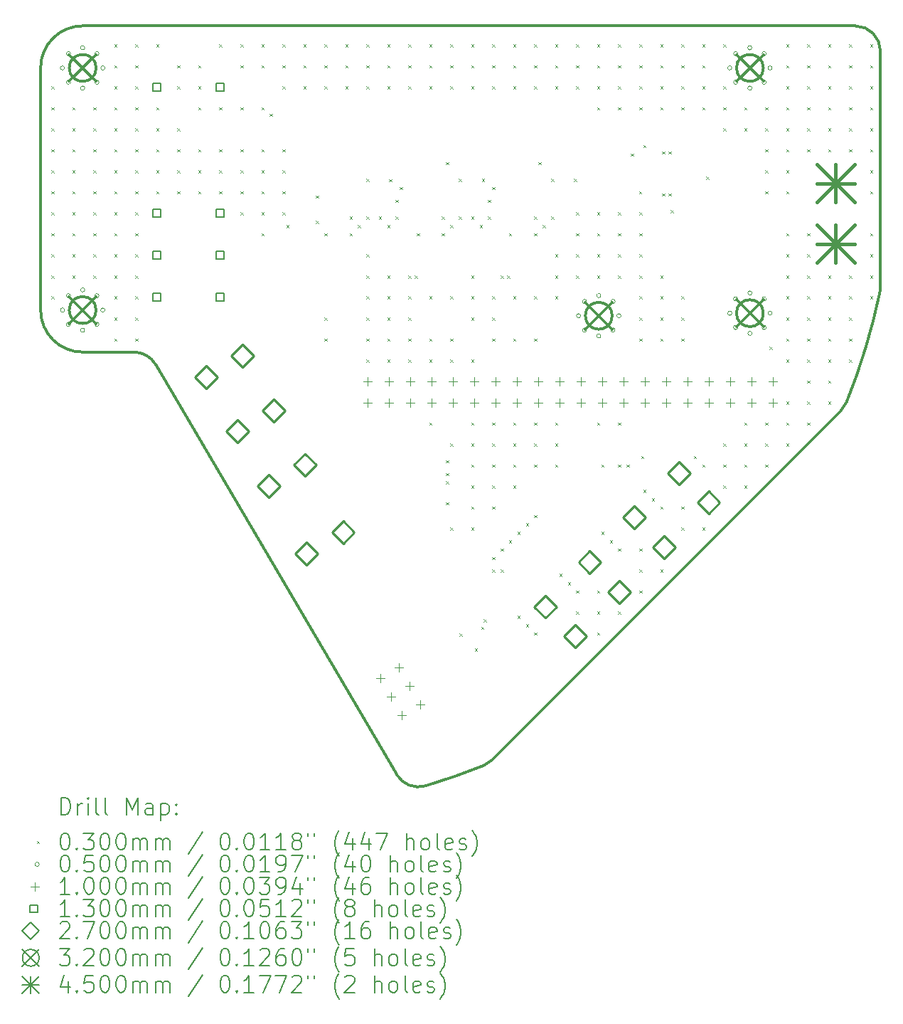
<source format=gbr>
%TF.GenerationSoftware,KiCad,Pcbnew,8.0.0*%
%TF.CreationDate,2024-03-25T03:27:13+00:00*%
%TF.ProjectId,main_PCB_v2,6d61696e-5f50-4434-925f-76322e6b6963,rev?*%
%TF.SameCoordinates,Original*%
%TF.FileFunction,Drillmap*%
%TF.FilePolarity,Positive*%
%FSLAX45Y45*%
G04 Gerber Fmt 4.5, Leading zero omitted, Abs format (unit mm)*
G04 Created by KiCad (PCBNEW 8.0.0) date 2024-03-25 03:27:13*
%MOMM*%
%LPD*%
G01*
G04 APERTURE LIST*
%ADD10C,0.350000*%
%ADD11C,0.200000*%
%ADD12C,0.100000*%
%ADD13C,0.130000*%
%ADD14C,0.270000*%
%ADD15C,0.320000*%
%ADD16C,0.450000*%
G04 APERTURE END LIST*
D10*
X11107151Y-5466711D02*
X11107151Y-8347495D01*
X11607151Y-4966715D02*
X20807150Y-4966715D01*
X12217490Y-8847495D02*
X11607150Y-8847495D01*
X12476055Y-8995364D02*
X12476059Y-8995362D01*
X12476059Y-8995362D02*
X15346517Y-13873746D01*
X15690031Y-14008463D02*
X15690031Y-14008463D01*
X16480484Y-13701565D02*
X20637344Y-9544705D01*
X21107151Y-8073581D02*
X21107151Y-5264921D01*
X11107151Y-5466711D02*
G75*
G02*
X11607151Y-4966715I500001J-5D01*
G01*
X11607150Y-8847495D02*
G75*
G02*
X11107151Y-8347495I4J500003D01*
G01*
X12217490Y-8847495D02*
G75*
G02*
X12476055Y-8995364I-1J-300001D01*
G01*
X15690031Y-14008463D02*
G75*
G02*
X15346516Y-13873746I-85391J287583D01*
G01*
X16380297Y-13767767D02*
G75*
G02*
X15690031Y-14008463I-2909036J7232394D01*
G01*
X16480484Y-13701565D02*
G75*
G02*
X16380297Y-13767766I-212154J212155D01*
G01*
X20703541Y-9444523D02*
G75*
G02*
X20637343Y-9544704I-278341J111963D01*
G01*
X20807150Y-4966715D02*
G75*
G02*
X21107150Y-5264921I-10J-300015D01*
G01*
X21100767Y-8135142D02*
G75*
G02*
X20703541Y-9444523I-7629507J1599611D01*
G01*
X21107151Y-8073581D02*
G75*
G02*
X21100767Y-8135142I-300041J1D01*
G01*
D11*
D12*
X11235000Y-5685000D02*
X11265000Y-5715000D01*
X11265000Y-5685000D02*
X11235000Y-5715000D01*
X11235000Y-5935000D02*
X11265000Y-5965000D01*
X11265000Y-5935000D02*
X11235000Y-5965000D01*
X11235000Y-6185000D02*
X11265000Y-6215000D01*
X11265000Y-6185000D02*
X11235000Y-6215000D01*
X11235000Y-6435000D02*
X11265000Y-6465000D01*
X11265000Y-6435000D02*
X11235000Y-6465000D01*
X11235000Y-6685000D02*
X11265000Y-6715000D01*
X11265000Y-6685000D02*
X11235000Y-6715000D01*
X11235000Y-6935000D02*
X11265000Y-6965000D01*
X11265000Y-6935000D02*
X11235000Y-6965000D01*
X11235000Y-7185000D02*
X11265000Y-7215000D01*
X11265000Y-7185000D02*
X11235000Y-7215000D01*
X11235000Y-7435000D02*
X11265000Y-7465000D01*
X11265000Y-7435000D02*
X11235000Y-7465000D01*
X11235000Y-7685000D02*
X11265000Y-7715000D01*
X11265000Y-7685000D02*
X11235000Y-7715000D01*
X11235000Y-7935000D02*
X11265000Y-7965000D01*
X11265000Y-7935000D02*
X11235000Y-7965000D01*
X11235000Y-8185000D02*
X11265000Y-8215000D01*
X11265000Y-8185000D02*
X11235000Y-8215000D01*
X11485000Y-5935000D02*
X11515000Y-5965000D01*
X11515000Y-5935000D02*
X11485000Y-5965000D01*
X11485000Y-6185000D02*
X11515000Y-6215000D01*
X11515000Y-6185000D02*
X11485000Y-6215000D01*
X11485000Y-6435000D02*
X11515000Y-6465000D01*
X11515000Y-6435000D02*
X11485000Y-6465000D01*
X11485000Y-6685000D02*
X11515000Y-6715000D01*
X11515000Y-6685000D02*
X11485000Y-6715000D01*
X11485000Y-6935000D02*
X11515000Y-6965000D01*
X11515000Y-6935000D02*
X11485000Y-6965000D01*
X11485000Y-7185000D02*
X11515000Y-7215000D01*
X11515000Y-7185000D02*
X11485000Y-7215000D01*
X11485000Y-7435000D02*
X11515000Y-7465000D01*
X11515000Y-7435000D02*
X11485000Y-7465000D01*
X11485000Y-7685000D02*
X11515000Y-7715000D01*
X11515000Y-7685000D02*
X11485000Y-7715000D01*
X11485000Y-7935000D02*
X11515000Y-7965000D01*
X11515000Y-7935000D02*
X11485000Y-7965000D01*
X11735000Y-5935000D02*
X11765000Y-5965000D01*
X11765000Y-5935000D02*
X11735000Y-5965000D01*
X11735000Y-6185000D02*
X11765000Y-6215000D01*
X11765000Y-6185000D02*
X11735000Y-6215000D01*
X11735000Y-6435000D02*
X11765000Y-6465000D01*
X11765000Y-6435000D02*
X11735000Y-6465000D01*
X11735000Y-6685000D02*
X11765000Y-6715000D01*
X11765000Y-6685000D02*
X11735000Y-6715000D01*
X11735000Y-6935000D02*
X11765000Y-6965000D01*
X11765000Y-6935000D02*
X11735000Y-6965000D01*
X11735000Y-7185000D02*
X11765000Y-7215000D01*
X11765000Y-7185000D02*
X11735000Y-7215000D01*
X11735000Y-7435000D02*
X11765000Y-7465000D01*
X11765000Y-7435000D02*
X11735000Y-7465000D01*
X11735000Y-7685000D02*
X11765000Y-7715000D01*
X11765000Y-7685000D02*
X11735000Y-7715000D01*
X11735000Y-7935000D02*
X11765000Y-7965000D01*
X11765000Y-7935000D02*
X11735000Y-7965000D01*
X11985000Y-5185000D02*
X12015000Y-5215000D01*
X12015000Y-5185000D02*
X11985000Y-5215000D01*
X11985000Y-5435000D02*
X12015000Y-5465000D01*
X12015000Y-5435000D02*
X11985000Y-5465000D01*
X11985000Y-5685000D02*
X12015000Y-5715000D01*
X12015000Y-5685000D02*
X11985000Y-5715000D01*
X11985000Y-5935000D02*
X12015000Y-5965000D01*
X12015000Y-5935000D02*
X11985000Y-5965000D01*
X11985000Y-6185000D02*
X12015000Y-6215000D01*
X12015000Y-6185000D02*
X11985000Y-6215000D01*
X11985000Y-6435000D02*
X12015000Y-6465000D01*
X12015000Y-6435000D02*
X11985000Y-6465000D01*
X11985000Y-6685000D02*
X12015000Y-6715000D01*
X12015000Y-6685000D02*
X11985000Y-6715000D01*
X11985000Y-6935000D02*
X12015000Y-6965000D01*
X12015000Y-6935000D02*
X11985000Y-6965000D01*
X11985000Y-7185000D02*
X12015000Y-7215000D01*
X12015000Y-7185000D02*
X11985000Y-7215000D01*
X11985000Y-7435000D02*
X12015000Y-7465000D01*
X12015000Y-7435000D02*
X11985000Y-7465000D01*
X11985000Y-7685000D02*
X12015000Y-7715000D01*
X12015000Y-7685000D02*
X11985000Y-7715000D01*
X11985000Y-7935000D02*
X12015000Y-7965000D01*
X12015000Y-7935000D02*
X11985000Y-7965000D01*
X11985000Y-8185000D02*
X12015000Y-8215000D01*
X12015000Y-8185000D02*
X11985000Y-8215000D01*
X11985000Y-8435000D02*
X12015000Y-8465000D01*
X12015000Y-8435000D02*
X11985000Y-8465000D01*
X11985000Y-8685000D02*
X12015000Y-8715000D01*
X12015000Y-8685000D02*
X11985000Y-8715000D01*
X12235000Y-5185000D02*
X12265000Y-5215000D01*
X12265000Y-5185000D02*
X12235000Y-5215000D01*
X12235000Y-5435000D02*
X12265000Y-5465000D01*
X12265000Y-5435000D02*
X12235000Y-5465000D01*
X12235000Y-5685000D02*
X12265000Y-5715000D01*
X12265000Y-5685000D02*
X12235000Y-5715000D01*
X12235000Y-5935000D02*
X12265000Y-5965000D01*
X12265000Y-5935000D02*
X12235000Y-5965000D01*
X12235000Y-6185000D02*
X12265000Y-6215000D01*
X12265000Y-6185000D02*
X12235000Y-6215000D01*
X12235000Y-6435000D02*
X12265000Y-6465000D01*
X12265000Y-6435000D02*
X12235000Y-6465000D01*
X12235000Y-6685000D02*
X12265000Y-6715000D01*
X12265000Y-6685000D02*
X12235000Y-6715000D01*
X12235000Y-6935000D02*
X12265000Y-6965000D01*
X12265000Y-6935000D02*
X12235000Y-6965000D01*
X12235000Y-7185000D02*
X12265000Y-7215000D01*
X12265000Y-7185000D02*
X12235000Y-7215000D01*
X12235000Y-7435000D02*
X12265000Y-7465000D01*
X12265000Y-7435000D02*
X12235000Y-7465000D01*
X12235000Y-7685000D02*
X12265000Y-7715000D01*
X12265000Y-7685000D02*
X12235000Y-7715000D01*
X12235000Y-7935000D02*
X12265000Y-7965000D01*
X12265000Y-7935000D02*
X12235000Y-7965000D01*
X12235000Y-8185000D02*
X12265000Y-8215000D01*
X12265000Y-8185000D02*
X12235000Y-8215000D01*
X12235000Y-8435000D02*
X12265000Y-8465000D01*
X12265000Y-8435000D02*
X12235000Y-8465000D01*
X12235000Y-8685000D02*
X12265000Y-8715000D01*
X12265000Y-8685000D02*
X12235000Y-8715000D01*
X12485000Y-5185000D02*
X12515000Y-5215000D01*
X12515000Y-5185000D02*
X12485000Y-5215000D01*
X12485000Y-5935000D02*
X12515000Y-5965000D01*
X12515000Y-5935000D02*
X12485000Y-5965000D01*
X12485000Y-6185000D02*
X12515000Y-6215000D01*
X12515000Y-6185000D02*
X12485000Y-6215000D01*
X12485000Y-6435000D02*
X12515000Y-6465000D01*
X12515000Y-6435000D02*
X12485000Y-6465000D01*
X12485000Y-6685000D02*
X12515000Y-6715000D01*
X12515000Y-6685000D02*
X12485000Y-6715000D01*
X12485000Y-6935000D02*
X12515000Y-6965000D01*
X12515000Y-6935000D02*
X12485000Y-6965000D01*
X12735000Y-5435000D02*
X12765000Y-5465000D01*
X12765000Y-5435000D02*
X12735000Y-5465000D01*
X12735000Y-5685000D02*
X12765000Y-5715000D01*
X12765000Y-5685000D02*
X12735000Y-5715000D01*
X12735000Y-6185000D02*
X12765000Y-6215000D01*
X12765000Y-6185000D02*
X12735000Y-6215000D01*
X12735000Y-6435000D02*
X12765000Y-6465000D01*
X12765000Y-6435000D02*
X12735000Y-6465000D01*
X12735000Y-6685000D02*
X12765000Y-6715000D01*
X12765000Y-6685000D02*
X12735000Y-6715000D01*
X12735000Y-6935000D02*
X12765000Y-6965000D01*
X12765000Y-6935000D02*
X12735000Y-6965000D01*
X12985000Y-5435000D02*
X13015000Y-5465000D01*
X13015000Y-5435000D02*
X12985000Y-5465000D01*
X12985000Y-5685000D02*
X13015000Y-5715000D01*
X13015000Y-5685000D02*
X12985000Y-5715000D01*
X12985000Y-5935000D02*
X13015000Y-5965000D01*
X13015000Y-5935000D02*
X12985000Y-5965000D01*
X12985000Y-6435000D02*
X13015000Y-6465000D01*
X13015000Y-6435000D02*
X12985000Y-6465000D01*
X12985000Y-6685000D02*
X13015000Y-6715000D01*
X13015000Y-6685000D02*
X12985000Y-6715000D01*
X12985000Y-6935000D02*
X13015000Y-6965000D01*
X13015000Y-6935000D02*
X12985000Y-6965000D01*
X13235000Y-5185000D02*
X13265000Y-5215000D01*
X13265000Y-5185000D02*
X13235000Y-5215000D01*
X13235000Y-5935000D02*
X13265000Y-5965000D01*
X13265000Y-5935000D02*
X13235000Y-5965000D01*
X13235000Y-6435000D02*
X13265000Y-6465000D01*
X13265000Y-6435000D02*
X13235000Y-6465000D01*
X13235000Y-6685000D02*
X13265000Y-6715000D01*
X13265000Y-6685000D02*
X13235000Y-6715000D01*
X13235000Y-6935000D02*
X13265000Y-6965000D01*
X13265000Y-6935000D02*
X13235000Y-6965000D01*
X13485000Y-5185000D02*
X13515000Y-5215000D01*
X13515000Y-5185000D02*
X13485000Y-5215000D01*
X13485000Y-5435000D02*
X13515000Y-5465000D01*
X13515000Y-5435000D02*
X13485000Y-5465000D01*
X13485000Y-5935000D02*
X13515000Y-5965000D01*
X13515000Y-5935000D02*
X13485000Y-5965000D01*
X13485000Y-6435000D02*
X13515000Y-6465000D01*
X13515000Y-6435000D02*
X13485000Y-6465000D01*
X13485000Y-6685000D02*
X13515000Y-6715000D01*
X13515000Y-6685000D02*
X13485000Y-6715000D01*
X13485000Y-6935000D02*
X13515000Y-6965000D01*
X13515000Y-6935000D02*
X13485000Y-6965000D01*
X13485000Y-7185000D02*
X13515000Y-7215000D01*
X13515000Y-7185000D02*
X13485000Y-7215000D01*
X13735000Y-5185000D02*
X13765000Y-5215000D01*
X13765000Y-5185000D02*
X13735000Y-5215000D01*
X13735000Y-5435000D02*
X13765000Y-5465000D01*
X13765000Y-5435000D02*
X13735000Y-5465000D01*
X13735000Y-5935000D02*
X13765000Y-5965000D01*
X13765000Y-5935000D02*
X13735000Y-5965000D01*
X13735000Y-6435000D02*
X13765000Y-6465000D01*
X13765000Y-6435000D02*
X13735000Y-6465000D01*
X13735000Y-6685000D02*
X13765000Y-6715000D01*
X13765000Y-6685000D02*
X13735000Y-6715000D01*
X13735000Y-6935000D02*
X13765000Y-6965000D01*
X13765000Y-6935000D02*
X13735000Y-6965000D01*
X13735000Y-7185000D02*
X13765000Y-7215000D01*
X13765000Y-7185000D02*
X13735000Y-7215000D01*
X13735000Y-7435000D02*
X13765000Y-7465000D01*
X13765000Y-7435000D02*
X13735000Y-7465000D01*
X13835000Y-6010000D02*
X13865000Y-6040000D01*
X13865000Y-6010000D02*
X13835000Y-6040000D01*
X13985000Y-5185000D02*
X14015000Y-5215000D01*
X14015000Y-5185000D02*
X13985000Y-5215000D01*
X13985000Y-5435000D02*
X14015000Y-5465000D01*
X14015000Y-5435000D02*
X13985000Y-5465000D01*
X13985000Y-5685000D02*
X14015000Y-5715000D01*
X14015000Y-5685000D02*
X13985000Y-5715000D01*
X13985000Y-6435000D02*
X14015000Y-6465000D01*
X14015000Y-6435000D02*
X13985000Y-6465000D01*
X13985000Y-6685000D02*
X14015000Y-6715000D01*
X14015000Y-6685000D02*
X13985000Y-6715000D01*
X13985000Y-6935000D02*
X14015000Y-6965000D01*
X14015000Y-6935000D02*
X13985000Y-6965000D01*
X13985000Y-7185000D02*
X14015000Y-7215000D01*
X14015000Y-7185000D02*
X13985000Y-7215000D01*
X14035000Y-7335000D02*
X14065000Y-7365000D01*
X14065000Y-7335000D02*
X14035000Y-7365000D01*
X14235000Y-5185000D02*
X14265000Y-5215000D01*
X14265000Y-5185000D02*
X14235000Y-5215000D01*
X14235000Y-5435000D02*
X14265000Y-5465000D01*
X14265000Y-5435000D02*
X14235000Y-5465000D01*
X14235000Y-5685000D02*
X14265000Y-5715000D01*
X14265000Y-5685000D02*
X14235000Y-5715000D01*
X14385000Y-6985000D02*
X14415000Y-7015000D01*
X14415000Y-6985000D02*
X14385000Y-7015000D01*
X14385000Y-7285000D02*
X14415000Y-7315000D01*
X14415000Y-7285000D02*
X14385000Y-7315000D01*
X14485000Y-5185000D02*
X14515000Y-5215000D01*
X14515000Y-5185000D02*
X14485000Y-5215000D01*
X14485000Y-5435000D02*
X14515000Y-5465000D01*
X14515000Y-5435000D02*
X14485000Y-5465000D01*
X14485000Y-5685000D02*
X14515000Y-5715000D01*
X14515000Y-5685000D02*
X14485000Y-5715000D01*
X14485000Y-7435000D02*
X14515000Y-7465000D01*
X14515000Y-7435000D02*
X14485000Y-7465000D01*
X14485000Y-8435000D02*
X14515000Y-8465000D01*
X14515000Y-8435000D02*
X14485000Y-8465000D01*
X14485000Y-8685000D02*
X14515000Y-8715000D01*
X14515000Y-8685000D02*
X14485000Y-8715000D01*
X14735000Y-5185000D02*
X14765000Y-5215000D01*
X14765000Y-5185000D02*
X14735000Y-5215000D01*
X14735000Y-5435000D02*
X14765000Y-5465000D01*
X14765000Y-5435000D02*
X14735000Y-5465000D01*
X14735000Y-5685000D02*
X14765000Y-5715000D01*
X14765000Y-5685000D02*
X14735000Y-5715000D01*
X14785000Y-7235000D02*
X14815000Y-7265000D01*
X14815000Y-7235000D02*
X14785000Y-7265000D01*
X14785000Y-7435000D02*
X14815000Y-7465000D01*
X14815000Y-7435000D02*
X14785000Y-7465000D01*
X14885000Y-7335000D02*
X14915000Y-7365000D01*
X14915000Y-7335000D02*
X14885000Y-7365000D01*
X14985000Y-5185000D02*
X15015000Y-5215000D01*
X15015000Y-5185000D02*
X14985000Y-5215000D01*
X14985000Y-5435000D02*
X15015000Y-5465000D01*
X15015000Y-5435000D02*
X14985000Y-5465000D01*
X14985000Y-5685000D02*
X15015000Y-5715000D01*
X15015000Y-5685000D02*
X14985000Y-5715000D01*
X14985000Y-6785000D02*
X15015000Y-6815000D01*
X15015000Y-6785000D02*
X14985000Y-6815000D01*
X14985000Y-7235000D02*
X15015000Y-7265000D01*
X15015000Y-7235000D02*
X14985000Y-7265000D01*
X14985000Y-7685000D02*
X15015000Y-7715000D01*
X15015000Y-7685000D02*
X14985000Y-7715000D01*
X14985000Y-7935000D02*
X15015000Y-7965000D01*
X15015000Y-7935000D02*
X14985000Y-7965000D01*
X14985000Y-8185000D02*
X15015000Y-8215000D01*
X15015000Y-8185000D02*
X14985000Y-8215000D01*
X14985000Y-8435000D02*
X15015000Y-8465000D01*
X15015000Y-8435000D02*
X14985000Y-8465000D01*
X14985000Y-8685000D02*
X15015000Y-8715000D01*
X15015000Y-8685000D02*
X14985000Y-8715000D01*
X14985000Y-8935000D02*
X15015000Y-8965000D01*
X15015000Y-8935000D02*
X14985000Y-8965000D01*
X15135000Y-7235000D02*
X15165000Y-7265000D01*
X15165000Y-7235000D02*
X15135000Y-7265000D01*
X15235000Y-5185000D02*
X15265000Y-5215000D01*
X15265000Y-5185000D02*
X15235000Y-5215000D01*
X15235000Y-5435000D02*
X15265000Y-5465000D01*
X15265000Y-5435000D02*
X15235000Y-5465000D01*
X15235000Y-5685000D02*
X15265000Y-5715000D01*
X15265000Y-5685000D02*
X15235000Y-5715000D01*
X15235000Y-7335000D02*
X15265000Y-7365000D01*
X15265000Y-7335000D02*
X15235000Y-7365000D01*
X15235000Y-7935000D02*
X15265000Y-7965000D01*
X15265000Y-7935000D02*
X15235000Y-7965000D01*
X15235000Y-8185000D02*
X15265000Y-8215000D01*
X15265000Y-8185000D02*
X15235000Y-8215000D01*
X15235000Y-8435000D02*
X15265000Y-8465000D01*
X15265000Y-8435000D02*
X15235000Y-8465000D01*
X15235000Y-8685000D02*
X15265000Y-8715000D01*
X15265000Y-8685000D02*
X15235000Y-8715000D01*
X15235000Y-8935000D02*
X15265000Y-8965000D01*
X15265000Y-8935000D02*
X15235000Y-8965000D01*
X15256000Y-6789000D02*
X15286000Y-6819000D01*
X15286000Y-6789000D02*
X15256000Y-6819000D01*
X15335000Y-7035000D02*
X15365000Y-7065000D01*
X15365000Y-7035000D02*
X15335000Y-7065000D01*
X15335000Y-7235000D02*
X15365000Y-7265000D01*
X15365000Y-7235000D02*
X15335000Y-7265000D01*
X15385000Y-6885000D02*
X15415000Y-6915000D01*
X15415000Y-6885000D02*
X15385000Y-6915000D01*
X15485000Y-5185000D02*
X15515000Y-5215000D01*
X15515000Y-5185000D02*
X15485000Y-5215000D01*
X15485000Y-5435000D02*
X15515000Y-5465000D01*
X15515000Y-5435000D02*
X15485000Y-5465000D01*
X15485000Y-5685000D02*
X15515000Y-5715000D01*
X15515000Y-5685000D02*
X15485000Y-5715000D01*
X15485000Y-7935000D02*
X15515000Y-7965000D01*
X15515000Y-7935000D02*
X15485000Y-7965000D01*
X15485000Y-8185000D02*
X15515000Y-8215000D01*
X15515000Y-8185000D02*
X15485000Y-8215000D01*
X15485000Y-8435000D02*
X15515000Y-8465000D01*
X15515000Y-8435000D02*
X15485000Y-8465000D01*
X15485000Y-8685000D02*
X15515000Y-8715000D01*
X15515000Y-8685000D02*
X15485000Y-8715000D01*
X15485000Y-8935000D02*
X15515000Y-8965000D01*
X15515000Y-8935000D02*
X15485000Y-8965000D01*
X15560000Y-7935000D02*
X15590000Y-7965000D01*
X15590000Y-7935000D02*
X15560000Y-7965000D01*
X15585000Y-7435000D02*
X15615000Y-7465000D01*
X15615000Y-7435000D02*
X15585000Y-7465000D01*
X15735000Y-5185000D02*
X15765000Y-5215000D01*
X15765000Y-5185000D02*
X15735000Y-5215000D01*
X15735000Y-5435000D02*
X15765000Y-5465000D01*
X15765000Y-5435000D02*
X15735000Y-5465000D01*
X15735000Y-5685000D02*
X15765000Y-5715000D01*
X15765000Y-5685000D02*
X15735000Y-5715000D01*
X15735000Y-8185000D02*
X15765000Y-8215000D01*
X15765000Y-8185000D02*
X15735000Y-8215000D01*
X15735000Y-8685000D02*
X15765000Y-8715000D01*
X15765000Y-8685000D02*
X15735000Y-8715000D01*
X15735000Y-8935000D02*
X15765000Y-8965000D01*
X15765000Y-8935000D02*
X15735000Y-8965000D01*
X15735000Y-9685000D02*
X15765000Y-9715000D01*
X15765000Y-9685000D02*
X15735000Y-9715000D01*
X15885000Y-7235000D02*
X15915000Y-7265000D01*
X15915000Y-7235000D02*
X15885000Y-7265000D01*
X15885000Y-7435000D02*
X15915000Y-7465000D01*
X15915000Y-7435000D02*
X15885000Y-7465000D01*
X15935000Y-6585000D02*
X15965000Y-6615000D01*
X15965000Y-6585000D02*
X15935000Y-6615000D01*
X15935000Y-10135000D02*
X15965000Y-10165000D01*
X15965000Y-10135000D02*
X15935000Y-10165000D01*
X15935000Y-10285000D02*
X15965000Y-10315000D01*
X15965000Y-10285000D02*
X15935000Y-10315000D01*
X15935000Y-10385000D02*
X15965000Y-10415000D01*
X15965000Y-10385000D02*
X15935000Y-10415000D01*
X15935000Y-10635000D02*
X15965000Y-10665000D01*
X15965000Y-10635000D02*
X15935000Y-10665000D01*
X15985000Y-5185000D02*
X16015000Y-5215000D01*
X16015000Y-5185000D02*
X15985000Y-5215000D01*
X15985000Y-5435000D02*
X16015000Y-5465000D01*
X16015000Y-5435000D02*
X15985000Y-5465000D01*
X15985000Y-5685000D02*
X16015000Y-5715000D01*
X16015000Y-5685000D02*
X15985000Y-5715000D01*
X15985000Y-7335000D02*
X16015000Y-7365000D01*
X16015000Y-7335000D02*
X15985000Y-7365000D01*
X15985000Y-8185000D02*
X16015000Y-8215000D01*
X16015000Y-8185000D02*
X15985000Y-8215000D01*
X15985000Y-8685000D02*
X16015000Y-8715000D01*
X16015000Y-8685000D02*
X15985000Y-8715000D01*
X15985000Y-8935000D02*
X16015000Y-8965000D01*
X16015000Y-8935000D02*
X15985000Y-8965000D01*
X15985000Y-9935000D02*
X16015000Y-9965000D01*
X16015000Y-9935000D02*
X15985000Y-9965000D01*
X15985000Y-10935000D02*
X16015000Y-10965000D01*
X16015000Y-10935000D02*
X15985000Y-10965000D01*
X16085000Y-6785000D02*
X16115000Y-6815000D01*
X16115000Y-6785000D02*
X16085000Y-6815000D01*
X16085000Y-7235000D02*
X16115000Y-7265000D01*
X16115000Y-7235000D02*
X16085000Y-7265000D01*
X16095000Y-12195000D02*
X16125000Y-12225000D01*
X16125000Y-12195000D02*
X16095000Y-12225000D01*
X16235000Y-5185000D02*
X16265000Y-5215000D01*
X16265000Y-5185000D02*
X16235000Y-5215000D01*
X16235000Y-5435000D02*
X16265000Y-5465000D01*
X16265000Y-5435000D02*
X16235000Y-5465000D01*
X16235000Y-5685000D02*
X16265000Y-5715000D01*
X16265000Y-5685000D02*
X16235000Y-5715000D01*
X16235000Y-7235000D02*
X16265000Y-7265000D01*
X16265000Y-7235000D02*
X16235000Y-7265000D01*
X16235000Y-7935000D02*
X16265000Y-7965000D01*
X16265000Y-7935000D02*
X16235000Y-7965000D01*
X16235000Y-8185000D02*
X16265000Y-8215000D01*
X16265000Y-8185000D02*
X16235000Y-8215000D01*
X16235000Y-8435000D02*
X16265000Y-8465000D01*
X16265000Y-8435000D02*
X16235000Y-8465000D01*
X16235000Y-8935000D02*
X16265000Y-8965000D01*
X16265000Y-8935000D02*
X16235000Y-8965000D01*
X16235000Y-9685000D02*
X16265000Y-9715000D01*
X16265000Y-9685000D02*
X16235000Y-9715000D01*
X16235000Y-9935000D02*
X16265000Y-9965000D01*
X16265000Y-9935000D02*
X16235000Y-9965000D01*
X16235000Y-10185000D02*
X16265000Y-10215000D01*
X16265000Y-10185000D02*
X16235000Y-10215000D01*
X16235000Y-10435000D02*
X16265000Y-10465000D01*
X16265000Y-10435000D02*
X16235000Y-10465000D01*
X16235000Y-10685000D02*
X16265000Y-10715000D01*
X16265000Y-10685000D02*
X16235000Y-10715000D01*
X16235000Y-10935000D02*
X16265000Y-10965000D01*
X16265000Y-10935000D02*
X16235000Y-10965000D01*
X16275000Y-12375000D02*
X16305000Y-12405000D01*
X16305000Y-12375000D02*
X16275000Y-12405000D01*
X16335000Y-7335000D02*
X16365000Y-7365000D01*
X16365000Y-7335000D02*
X16335000Y-7365000D01*
X16355000Y-12115000D02*
X16385000Y-12145000D01*
X16385000Y-12115000D02*
X16355000Y-12145000D01*
X16360000Y-6785000D02*
X16390000Y-6815000D01*
X16390000Y-6785000D02*
X16360000Y-6815000D01*
X16385000Y-12025000D02*
X16415000Y-12055000D01*
X16415000Y-12025000D02*
X16385000Y-12055000D01*
X16435000Y-7035000D02*
X16465000Y-7065000D01*
X16465000Y-7035000D02*
X16435000Y-7065000D01*
X16435000Y-7235000D02*
X16465000Y-7265000D01*
X16465000Y-7235000D02*
X16435000Y-7265000D01*
X16485000Y-5185000D02*
X16515000Y-5215000D01*
X16515000Y-5185000D02*
X16485000Y-5215000D01*
X16485000Y-5435000D02*
X16515000Y-5465000D01*
X16515000Y-5435000D02*
X16485000Y-5465000D01*
X16485000Y-5685000D02*
X16515000Y-5715000D01*
X16515000Y-5685000D02*
X16485000Y-5715000D01*
X16485000Y-6885000D02*
X16515000Y-6915000D01*
X16515000Y-6885000D02*
X16485000Y-6915000D01*
X16485000Y-8185000D02*
X16515000Y-8215000D01*
X16515000Y-8185000D02*
X16485000Y-8215000D01*
X16485000Y-8435000D02*
X16515000Y-8465000D01*
X16515000Y-8435000D02*
X16485000Y-8465000D01*
X16485000Y-8685000D02*
X16515000Y-8715000D01*
X16515000Y-8685000D02*
X16485000Y-8715000D01*
X16485000Y-9685000D02*
X16515000Y-9715000D01*
X16515000Y-9685000D02*
X16485000Y-9715000D01*
X16485000Y-9935000D02*
X16515000Y-9965000D01*
X16515000Y-9935000D02*
X16485000Y-9965000D01*
X16485000Y-10185000D02*
X16515000Y-10215000D01*
X16515000Y-10185000D02*
X16485000Y-10215000D01*
X16485000Y-10435000D02*
X16515000Y-10465000D01*
X16515000Y-10435000D02*
X16485000Y-10465000D01*
X16485000Y-10685000D02*
X16515000Y-10715000D01*
X16515000Y-10685000D02*
X16485000Y-10715000D01*
X16485000Y-11285000D02*
X16515000Y-11315000D01*
X16515000Y-11285000D02*
X16485000Y-11315000D01*
X16485000Y-11435000D02*
X16515000Y-11465000D01*
X16515000Y-11435000D02*
X16485000Y-11465000D01*
X16585000Y-7935000D02*
X16615000Y-7965000D01*
X16615000Y-7935000D02*
X16585000Y-7965000D01*
X16585000Y-11185000D02*
X16615000Y-11215000D01*
X16615000Y-11185000D02*
X16585000Y-11215000D01*
X16585000Y-11435000D02*
X16615000Y-11465000D01*
X16615000Y-11435000D02*
X16585000Y-11465000D01*
X16660000Y-7935000D02*
X16690000Y-7965000D01*
X16690000Y-7935000D02*
X16660000Y-7965000D01*
X16685000Y-7435000D02*
X16715000Y-7465000D01*
X16715000Y-7435000D02*
X16685000Y-7465000D01*
X16685000Y-11085000D02*
X16715000Y-11115000D01*
X16715000Y-11085000D02*
X16685000Y-11115000D01*
X16735000Y-5185000D02*
X16765000Y-5215000D01*
X16765000Y-5185000D02*
X16735000Y-5215000D01*
X16735000Y-5435000D02*
X16765000Y-5465000D01*
X16765000Y-5435000D02*
X16735000Y-5465000D01*
X16735000Y-5685000D02*
X16765000Y-5715000D01*
X16765000Y-5685000D02*
X16735000Y-5715000D01*
X16735000Y-8185000D02*
X16765000Y-8215000D01*
X16765000Y-8185000D02*
X16735000Y-8215000D01*
X16735000Y-8685000D02*
X16765000Y-8715000D01*
X16765000Y-8685000D02*
X16735000Y-8715000D01*
X16735000Y-9685000D02*
X16765000Y-9715000D01*
X16765000Y-9685000D02*
X16735000Y-9715000D01*
X16735000Y-9935000D02*
X16765000Y-9965000D01*
X16765000Y-9935000D02*
X16735000Y-9965000D01*
X16735000Y-10185000D02*
X16765000Y-10215000D01*
X16765000Y-10185000D02*
X16735000Y-10215000D01*
X16735000Y-10435000D02*
X16765000Y-10465000D01*
X16765000Y-10435000D02*
X16735000Y-10465000D01*
X16785000Y-10985000D02*
X16815000Y-11015000D01*
X16815000Y-10985000D02*
X16785000Y-11015000D01*
X16785000Y-11985000D02*
X16815000Y-12015000D01*
X16815000Y-11985000D02*
X16785000Y-12015000D01*
X16885000Y-10885000D02*
X16915000Y-10915000D01*
X16915000Y-10885000D02*
X16885000Y-10915000D01*
X16885000Y-12085000D02*
X16915000Y-12115000D01*
X16915000Y-12085000D02*
X16885000Y-12115000D01*
X16985000Y-5185000D02*
X17015000Y-5215000D01*
X17015000Y-5185000D02*
X16985000Y-5215000D01*
X16985000Y-5435000D02*
X17015000Y-5465000D01*
X17015000Y-5435000D02*
X16985000Y-5465000D01*
X16985000Y-5685000D02*
X17015000Y-5715000D01*
X17015000Y-5685000D02*
X16985000Y-5715000D01*
X16985000Y-7235000D02*
X17015000Y-7265000D01*
X17015000Y-7235000D02*
X16985000Y-7265000D01*
X16985000Y-7435000D02*
X17015000Y-7465000D01*
X17015000Y-7435000D02*
X16985000Y-7465000D01*
X16985000Y-8185000D02*
X17015000Y-8215000D01*
X17015000Y-8185000D02*
X16985000Y-8215000D01*
X16985000Y-8685000D02*
X17015000Y-8715000D01*
X17015000Y-8685000D02*
X16985000Y-8715000D01*
X16985000Y-9685000D02*
X17015000Y-9715000D01*
X17015000Y-9685000D02*
X16985000Y-9715000D01*
X16985000Y-9935000D02*
X17015000Y-9965000D01*
X17015000Y-9935000D02*
X16985000Y-9965000D01*
X16985000Y-10185000D02*
X17015000Y-10215000D01*
X17015000Y-10185000D02*
X16985000Y-10215000D01*
X16985000Y-10785000D02*
X17015000Y-10815000D01*
X17015000Y-10785000D02*
X16985000Y-10815000D01*
X16985000Y-12185000D02*
X17015000Y-12215000D01*
X17015000Y-12185000D02*
X16985000Y-12215000D01*
X17035000Y-6585000D02*
X17065000Y-6615000D01*
X17065000Y-6585000D02*
X17035000Y-6615000D01*
X17085000Y-7335000D02*
X17115000Y-7365000D01*
X17115000Y-7335000D02*
X17085000Y-7365000D01*
X17185000Y-6785000D02*
X17215000Y-6815000D01*
X17215000Y-6785000D02*
X17185000Y-6815000D01*
X17185000Y-7235000D02*
X17215000Y-7265000D01*
X17215000Y-7235000D02*
X17185000Y-7265000D01*
X17235000Y-5185000D02*
X17265000Y-5215000D01*
X17265000Y-5185000D02*
X17235000Y-5215000D01*
X17235000Y-5435000D02*
X17265000Y-5465000D01*
X17265000Y-5435000D02*
X17235000Y-5465000D01*
X17235000Y-5685000D02*
X17265000Y-5715000D01*
X17265000Y-5685000D02*
X17235000Y-5715000D01*
X17235000Y-7685000D02*
X17265000Y-7715000D01*
X17265000Y-7685000D02*
X17235000Y-7715000D01*
X17235000Y-7935000D02*
X17265000Y-7965000D01*
X17265000Y-7935000D02*
X17235000Y-7965000D01*
X17235000Y-8185000D02*
X17265000Y-8215000D01*
X17265000Y-8185000D02*
X17235000Y-8215000D01*
X17235000Y-9685000D02*
X17265000Y-9715000D01*
X17265000Y-9685000D02*
X17235000Y-9715000D01*
X17235000Y-9935000D02*
X17265000Y-9965000D01*
X17265000Y-9935000D02*
X17235000Y-9965000D01*
X17235000Y-10185000D02*
X17265000Y-10215000D01*
X17265000Y-10185000D02*
X17235000Y-10215000D01*
X17285000Y-11485000D02*
X17315000Y-11515000D01*
X17315000Y-11485000D02*
X17285000Y-11515000D01*
X17385000Y-11585000D02*
X17415000Y-11615000D01*
X17415000Y-11585000D02*
X17385000Y-11615000D01*
X17460000Y-6785000D02*
X17490000Y-6815000D01*
X17490000Y-6785000D02*
X17460000Y-6815000D01*
X17485000Y-5185000D02*
X17515000Y-5215000D01*
X17515000Y-5185000D02*
X17485000Y-5215000D01*
X17485000Y-5435000D02*
X17515000Y-5465000D01*
X17515000Y-5435000D02*
X17485000Y-5465000D01*
X17485000Y-5685000D02*
X17515000Y-5715000D01*
X17515000Y-5685000D02*
X17485000Y-5715000D01*
X17485000Y-7185000D02*
X17515000Y-7215000D01*
X17515000Y-7185000D02*
X17485000Y-7215000D01*
X17485000Y-7435000D02*
X17515000Y-7465000D01*
X17515000Y-7435000D02*
X17485000Y-7465000D01*
X17485000Y-7685000D02*
X17515000Y-7715000D01*
X17515000Y-7685000D02*
X17485000Y-7715000D01*
X17485000Y-7935000D02*
X17515000Y-7965000D01*
X17515000Y-7935000D02*
X17485000Y-7965000D01*
X17485000Y-11685000D02*
X17515000Y-11715000D01*
X17515000Y-11685000D02*
X17485000Y-11715000D01*
X17485000Y-11935000D02*
X17515000Y-11965000D01*
X17515000Y-11935000D02*
X17485000Y-11965000D01*
X17735000Y-5185000D02*
X17765000Y-5215000D01*
X17765000Y-5185000D02*
X17735000Y-5215000D01*
X17735000Y-5435000D02*
X17765000Y-5465000D01*
X17765000Y-5435000D02*
X17735000Y-5465000D01*
X17735000Y-5685000D02*
X17765000Y-5715000D01*
X17765000Y-5685000D02*
X17735000Y-5715000D01*
X17735000Y-5935000D02*
X17765000Y-5965000D01*
X17765000Y-5935000D02*
X17735000Y-5965000D01*
X17735000Y-7185000D02*
X17765000Y-7215000D01*
X17765000Y-7185000D02*
X17735000Y-7215000D01*
X17735000Y-7435000D02*
X17765000Y-7465000D01*
X17765000Y-7435000D02*
X17735000Y-7465000D01*
X17735000Y-7685000D02*
X17765000Y-7715000D01*
X17765000Y-7685000D02*
X17735000Y-7715000D01*
X17735000Y-7935000D02*
X17765000Y-7965000D01*
X17765000Y-7935000D02*
X17735000Y-7965000D01*
X17735000Y-9685000D02*
X17765000Y-9715000D01*
X17765000Y-9685000D02*
X17735000Y-9715000D01*
X17735000Y-11685000D02*
X17765000Y-11715000D01*
X17765000Y-11685000D02*
X17735000Y-11715000D01*
X17735000Y-11935000D02*
X17765000Y-11965000D01*
X17765000Y-11935000D02*
X17735000Y-11965000D01*
X17735000Y-12185000D02*
X17765000Y-12215000D01*
X17765000Y-12185000D02*
X17735000Y-12215000D01*
X17785000Y-10185000D02*
X17815000Y-10215000D01*
X17815000Y-10185000D02*
X17785000Y-10215000D01*
X17785000Y-10985000D02*
X17815000Y-11015000D01*
X17815000Y-10985000D02*
X17785000Y-11015000D01*
X17885000Y-11085000D02*
X17915000Y-11115000D01*
X17915000Y-11085000D02*
X17885000Y-11115000D01*
X17985000Y-5185000D02*
X18015000Y-5215000D01*
X18015000Y-5185000D02*
X17985000Y-5215000D01*
X17985000Y-5435000D02*
X18015000Y-5465000D01*
X18015000Y-5435000D02*
X17985000Y-5465000D01*
X17985000Y-5685000D02*
X18015000Y-5715000D01*
X18015000Y-5685000D02*
X17985000Y-5715000D01*
X17985000Y-5935000D02*
X18015000Y-5965000D01*
X18015000Y-5935000D02*
X17985000Y-5965000D01*
X17985000Y-7185000D02*
X18015000Y-7215000D01*
X18015000Y-7185000D02*
X17985000Y-7215000D01*
X17985000Y-7435000D02*
X18015000Y-7465000D01*
X18015000Y-7435000D02*
X17985000Y-7465000D01*
X17985000Y-7685000D02*
X18015000Y-7715000D01*
X18015000Y-7685000D02*
X17985000Y-7715000D01*
X17985000Y-7935000D02*
X18015000Y-7965000D01*
X18015000Y-7935000D02*
X17985000Y-7965000D01*
X17985000Y-9685000D02*
X18015000Y-9715000D01*
X18015000Y-9685000D02*
X17985000Y-9715000D01*
X17985000Y-10185000D02*
X18015000Y-10215000D01*
X18015000Y-10185000D02*
X17985000Y-10215000D01*
X17985000Y-11185000D02*
X18015000Y-11215000D01*
X18015000Y-11185000D02*
X17985000Y-11215000D01*
X17985000Y-11935000D02*
X18015000Y-11965000D01*
X18015000Y-11935000D02*
X17985000Y-11965000D01*
X18085000Y-10185000D02*
X18115000Y-10215000D01*
X18115000Y-10185000D02*
X18085000Y-10215000D01*
X18135000Y-6485000D02*
X18165000Y-6515000D01*
X18165000Y-6485000D02*
X18135000Y-6515000D01*
X18232000Y-6935000D02*
X18262000Y-6965000D01*
X18262000Y-6935000D02*
X18232000Y-6965000D01*
X18235000Y-5185000D02*
X18265000Y-5215000D01*
X18265000Y-5185000D02*
X18235000Y-5215000D01*
X18235000Y-5435000D02*
X18265000Y-5465000D01*
X18265000Y-5435000D02*
X18235000Y-5465000D01*
X18235000Y-5685000D02*
X18265000Y-5715000D01*
X18265000Y-5685000D02*
X18235000Y-5715000D01*
X18235000Y-5935000D02*
X18265000Y-5965000D01*
X18265000Y-5935000D02*
X18235000Y-5965000D01*
X18235000Y-7185000D02*
X18265000Y-7215000D01*
X18265000Y-7185000D02*
X18235000Y-7215000D01*
X18235000Y-7435000D02*
X18265000Y-7465000D01*
X18265000Y-7435000D02*
X18235000Y-7465000D01*
X18235000Y-7685000D02*
X18265000Y-7715000D01*
X18265000Y-7685000D02*
X18235000Y-7715000D01*
X18235000Y-7935000D02*
X18265000Y-7965000D01*
X18265000Y-7935000D02*
X18235000Y-7965000D01*
X18235000Y-8185000D02*
X18265000Y-8215000D01*
X18265000Y-8185000D02*
X18235000Y-8215000D01*
X18235000Y-8435000D02*
X18265000Y-8465000D01*
X18265000Y-8435000D02*
X18235000Y-8465000D01*
X18235000Y-8685000D02*
X18265000Y-8715000D01*
X18265000Y-8685000D02*
X18235000Y-8715000D01*
X18235000Y-11185000D02*
X18265000Y-11215000D01*
X18265000Y-11185000D02*
X18235000Y-11215000D01*
X18235000Y-11435000D02*
X18265000Y-11465000D01*
X18265000Y-11435000D02*
X18235000Y-11465000D01*
X18235000Y-11685000D02*
X18265000Y-11715000D01*
X18265000Y-11685000D02*
X18235000Y-11715000D01*
X18260000Y-10085000D02*
X18290000Y-10115000D01*
X18290000Y-10085000D02*
X18260000Y-10115000D01*
X18285000Y-6385000D02*
X18315000Y-6415000D01*
X18315000Y-6385000D02*
X18285000Y-6415000D01*
X18285000Y-10485000D02*
X18315000Y-10515000D01*
X18315000Y-10485000D02*
X18285000Y-10515000D01*
X18385000Y-10585000D02*
X18415000Y-10615000D01*
X18415000Y-10585000D02*
X18385000Y-10615000D01*
X18485000Y-5185000D02*
X18515000Y-5215000D01*
X18515000Y-5185000D02*
X18485000Y-5215000D01*
X18485000Y-5435000D02*
X18515000Y-5465000D01*
X18515000Y-5435000D02*
X18485000Y-5465000D01*
X18485000Y-5685000D02*
X18515000Y-5715000D01*
X18515000Y-5685000D02*
X18485000Y-5715000D01*
X18485000Y-5935000D02*
X18515000Y-5965000D01*
X18515000Y-5935000D02*
X18485000Y-5965000D01*
X18485000Y-7935000D02*
X18515000Y-7965000D01*
X18515000Y-7935000D02*
X18485000Y-7965000D01*
X18485000Y-8185000D02*
X18515000Y-8215000D01*
X18515000Y-8185000D02*
X18485000Y-8215000D01*
X18485000Y-8435000D02*
X18515000Y-8465000D01*
X18515000Y-8435000D02*
X18485000Y-8465000D01*
X18485000Y-8685000D02*
X18515000Y-8715000D01*
X18515000Y-8685000D02*
X18485000Y-8715000D01*
X18485000Y-10685000D02*
X18515000Y-10715000D01*
X18515000Y-10685000D02*
X18485000Y-10715000D01*
X18485000Y-11435000D02*
X18515000Y-11465000D01*
X18515000Y-11435000D02*
X18485000Y-11465000D01*
X18510000Y-6460000D02*
X18540000Y-6490000D01*
X18540000Y-6460000D02*
X18510000Y-6490000D01*
X18510000Y-6960000D02*
X18540000Y-6990000D01*
X18540000Y-6960000D02*
X18510000Y-6990000D01*
X18585000Y-6460000D02*
X18615000Y-6490000D01*
X18615000Y-6460000D02*
X18585000Y-6490000D01*
X18585000Y-6960000D02*
X18615000Y-6990000D01*
X18615000Y-6960000D02*
X18585000Y-6990000D01*
X18610000Y-7160000D02*
X18640000Y-7190000D01*
X18640000Y-7160000D02*
X18610000Y-7190000D01*
X18735000Y-5185000D02*
X18765000Y-5215000D01*
X18765000Y-5185000D02*
X18735000Y-5215000D01*
X18735000Y-5435000D02*
X18765000Y-5465000D01*
X18765000Y-5435000D02*
X18735000Y-5465000D01*
X18735000Y-5685000D02*
X18765000Y-5715000D01*
X18765000Y-5685000D02*
X18735000Y-5715000D01*
X18735000Y-5935000D02*
X18765000Y-5965000D01*
X18765000Y-5935000D02*
X18735000Y-5965000D01*
X18735000Y-8185000D02*
X18765000Y-8215000D01*
X18765000Y-8185000D02*
X18735000Y-8215000D01*
X18735000Y-8435000D02*
X18765000Y-8465000D01*
X18765000Y-8435000D02*
X18735000Y-8465000D01*
X18735000Y-8685000D02*
X18765000Y-8715000D01*
X18765000Y-8685000D02*
X18735000Y-8715000D01*
X18735000Y-10685000D02*
X18765000Y-10715000D01*
X18765000Y-10685000D02*
X18735000Y-10715000D01*
X18735000Y-10935000D02*
X18765000Y-10965000D01*
X18765000Y-10935000D02*
X18735000Y-10965000D01*
X18885000Y-10085000D02*
X18915000Y-10115000D01*
X18915000Y-10085000D02*
X18885000Y-10115000D01*
X18985000Y-5185000D02*
X19015000Y-5215000D01*
X19015000Y-5185000D02*
X18985000Y-5215000D01*
X18985000Y-5435000D02*
X19015000Y-5465000D01*
X19015000Y-5435000D02*
X18985000Y-5465000D01*
X18985000Y-5685000D02*
X19015000Y-5715000D01*
X19015000Y-5685000D02*
X18985000Y-5715000D01*
X18985000Y-5935000D02*
X19015000Y-5965000D01*
X19015000Y-5935000D02*
X18985000Y-5965000D01*
X18985000Y-10185000D02*
X19015000Y-10215000D01*
X19015000Y-10185000D02*
X18985000Y-10215000D01*
X18985000Y-10935000D02*
X19015000Y-10965000D01*
X19015000Y-10935000D02*
X18985000Y-10965000D01*
X19035000Y-6760000D02*
X19065000Y-6790000D01*
X19065000Y-6760000D02*
X19035000Y-6790000D01*
X19235000Y-5185000D02*
X19265000Y-5215000D01*
X19265000Y-5185000D02*
X19235000Y-5215000D01*
X19235000Y-5685000D02*
X19265000Y-5715000D01*
X19265000Y-5685000D02*
X19235000Y-5715000D01*
X19235000Y-5935000D02*
X19265000Y-5965000D01*
X19265000Y-5935000D02*
X19235000Y-5965000D01*
X19235000Y-6185000D02*
X19265000Y-6215000D01*
X19265000Y-6185000D02*
X19235000Y-6215000D01*
X19235000Y-9935000D02*
X19265000Y-9965000D01*
X19265000Y-9935000D02*
X19235000Y-9965000D01*
X19235000Y-10185000D02*
X19265000Y-10215000D01*
X19265000Y-10185000D02*
X19235000Y-10215000D01*
X19235000Y-10435000D02*
X19265000Y-10465000D01*
X19265000Y-10435000D02*
X19235000Y-10465000D01*
X19485000Y-5935000D02*
X19515000Y-5965000D01*
X19515000Y-5935000D02*
X19485000Y-5965000D01*
X19485000Y-6185000D02*
X19515000Y-6215000D01*
X19515000Y-6185000D02*
X19485000Y-6215000D01*
X19485000Y-9685000D02*
X19515000Y-9715000D01*
X19515000Y-9685000D02*
X19485000Y-9715000D01*
X19485000Y-9935000D02*
X19515000Y-9965000D01*
X19515000Y-9935000D02*
X19485000Y-9965000D01*
X19485000Y-10185000D02*
X19515000Y-10215000D01*
X19515000Y-10185000D02*
X19485000Y-10215000D01*
X19485000Y-10435000D02*
X19515000Y-10465000D01*
X19515000Y-10435000D02*
X19485000Y-10465000D01*
X19735000Y-5935000D02*
X19765000Y-5965000D01*
X19765000Y-5935000D02*
X19735000Y-5965000D01*
X19735000Y-6185000D02*
X19765000Y-6215000D01*
X19765000Y-6185000D02*
X19735000Y-6215000D01*
X19735000Y-6435000D02*
X19765000Y-6465000D01*
X19765000Y-6435000D02*
X19735000Y-6465000D01*
X19735000Y-6685000D02*
X19765000Y-6715000D01*
X19765000Y-6685000D02*
X19735000Y-6715000D01*
X19735000Y-6935000D02*
X19765000Y-6965000D01*
X19765000Y-6935000D02*
X19735000Y-6965000D01*
X19735000Y-9685000D02*
X19765000Y-9715000D01*
X19765000Y-9685000D02*
X19735000Y-9715000D01*
X19735000Y-9935000D02*
X19765000Y-9965000D01*
X19765000Y-9935000D02*
X19735000Y-9965000D01*
X19735000Y-10185000D02*
X19765000Y-10215000D01*
X19765000Y-10185000D02*
X19735000Y-10215000D01*
X19785000Y-8785000D02*
X19815000Y-8815000D01*
X19815000Y-8785000D02*
X19785000Y-8815000D01*
X19985000Y-5185000D02*
X20015000Y-5215000D01*
X20015000Y-5185000D02*
X19985000Y-5215000D01*
X19985000Y-5435000D02*
X20015000Y-5465000D01*
X20015000Y-5435000D02*
X19985000Y-5465000D01*
X19985000Y-5685000D02*
X20015000Y-5715000D01*
X20015000Y-5685000D02*
X19985000Y-5715000D01*
X19985000Y-5935000D02*
X20015000Y-5965000D01*
X20015000Y-5935000D02*
X19985000Y-5965000D01*
X19985000Y-6185000D02*
X20015000Y-6215000D01*
X20015000Y-6185000D02*
X19985000Y-6215000D01*
X19985000Y-6435000D02*
X20015000Y-6465000D01*
X20015000Y-6435000D02*
X19985000Y-6465000D01*
X19985000Y-6685000D02*
X20015000Y-6715000D01*
X20015000Y-6685000D02*
X19985000Y-6715000D01*
X19985000Y-6935000D02*
X20015000Y-6965000D01*
X20015000Y-6935000D02*
X19985000Y-6965000D01*
X19985000Y-7435000D02*
X20015000Y-7465000D01*
X20015000Y-7435000D02*
X19985000Y-7465000D01*
X19985000Y-7685000D02*
X20015000Y-7715000D01*
X20015000Y-7685000D02*
X19985000Y-7715000D01*
X19985000Y-7935000D02*
X20015000Y-7965000D01*
X20015000Y-7935000D02*
X19985000Y-7965000D01*
X19985000Y-8185000D02*
X20015000Y-8215000D01*
X20015000Y-8185000D02*
X19985000Y-8215000D01*
X19985000Y-8435000D02*
X20015000Y-8465000D01*
X20015000Y-8435000D02*
X19985000Y-8465000D01*
X19985000Y-8685000D02*
X20015000Y-8715000D01*
X20015000Y-8685000D02*
X19985000Y-8715000D01*
X19985000Y-8935000D02*
X20015000Y-8965000D01*
X20015000Y-8935000D02*
X19985000Y-8965000D01*
X19985000Y-9435000D02*
X20015000Y-9465000D01*
X20015000Y-9435000D02*
X19985000Y-9465000D01*
X19985000Y-9685000D02*
X20015000Y-9715000D01*
X20015000Y-9685000D02*
X19985000Y-9715000D01*
X19985000Y-9935000D02*
X20015000Y-9965000D01*
X20015000Y-9935000D02*
X19985000Y-9965000D01*
X20235000Y-5185000D02*
X20265000Y-5215000D01*
X20265000Y-5185000D02*
X20235000Y-5215000D01*
X20235000Y-5435000D02*
X20265000Y-5465000D01*
X20265000Y-5435000D02*
X20235000Y-5465000D01*
X20235000Y-5685000D02*
X20265000Y-5715000D01*
X20265000Y-5685000D02*
X20235000Y-5715000D01*
X20235000Y-5935000D02*
X20265000Y-5965000D01*
X20265000Y-5935000D02*
X20235000Y-5965000D01*
X20235000Y-6185000D02*
X20265000Y-6215000D01*
X20265000Y-6185000D02*
X20235000Y-6215000D01*
X20235000Y-6435000D02*
X20265000Y-6465000D01*
X20265000Y-6435000D02*
X20235000Y-6465000D01*
X20235000Y-7435000D02*
X20265000Y-7465000D01*
X20265000Y-7435000D02*
X20235000Y-7465000D01*
X20235000Y-7685000D02*
X20265000Y-7715000D01*
X20265000Y-7685000D02*
X20235000Y-7715000D01*
X20235000Y-7935000D02*
X20265000Y-7965000D01*
X20265000Y-7935000D02*
X20235000Y-7965000D01*
X20235000Y-8185000D02*
X20265000Y-8215000D01*
X20265000Y-8185000D02*
X20235000Y-8215000D01*
X20235000Y-8435000D02*
X20265000Y-8465000D01*
X20265000Y-8435000D02*
X20235000Y-8465000D01*
X20235000Y-8685000D02*
X20265000Y-8715000D01*
X20265000Y-8685000D02*
X20235000Y-8715000D01*
X20235000Y-8935000D02*
X20265000Y-8965000D01*
X20265000Y-8935000D02*
X20235000Y-8965000D01*
X20235000Y-9185000D02*
X20265000Y-9215000D01*
X20265000Y-9185000D02*
X20235000Y-9215000D01*
X20235000Y-9435000D02*
X20265000Y-9465000D01*
X20265000Y-9435000D02*
X20235000Y-9465000D01*
X20235000Y-9685000D02*
X20265000Y-9715000D01*
X20265000Y-9685000D02*
X20235000Y-9715000D01*
X20485000Y-5185000D02*
X20515000Y-5215000D01*
X20515000Y-5185000D02*
X20485000Y-5215000D01*
X20485000Y-5435000D02*
X20515000Y-5465000D01*
X20515000Y-5435000D02*
X20485000Y-5465000D01*
X20485000Y-5685000D02*
X20515000Y-5715000D01*
X20515000Y-5685000D02*
X20485000Y-5715000D01*
X20485000Y-5935000D02*
X20515000Y-5965000D01*
X20515000Y-5935000D02*
X20485000Y-5965000D01*
X20485000Y-6185000D02*
X20515000Y-6215000D01*
X20515000Y-6185000D02*
X20485000Y-6215000D01*
X20485000Y-6435000D02*
X20515000Y-6465000D01*
X20515000Y-6435000D02*
X20485000Y-6465000D01*
X20485000Y-7935000D02*
X20515000Y-7965000D01*
X20515000Y-7935000D02*
X20485000Y-7965000D01*
X20485000Y-8185000D02*
X20515000Y-8215000D01*
X20515000Y-8185000D02*
X20485000Y-8215000D01*
X20485000Y-8435000D02*
X20515000Y-8465000D01*
X20515000Y-8435000D02*
X20485000Y-8465000D01*
X20485000Y-8685000D02*
X20515000Y-8715000D01*
X20515000Y-8685000D02*
X20485000Y-8715000D01*
X20485000Y-8935000D02*
X20515000Y-8965000D01*
X20515000Y-8935000D02*
X20485000Y-8965000D01*
X20485000Y-9185000D02*
X20515000Y-9215000D01*
X20515000Y-9185000D02*
X20485000Y-9215000D01*
X20485000Y-9435000D02*
X20515000Y-9465000D01*
X20515000Y-9435000D02*
X20485000Y-9465000D01*
X20735000Y-5185000D02*
X20765000Y-5215000D01*
X20765000Y-5185000D02*
X20735000Y-5215000D01*
X20735000Y-5435000D02*
X20765000Y-5465000D01*
X20765000Y-5435000D02*
X20735000Y-5465000D01*
X20735000Y-5685000D02*
X20765000Y-5715000D01*
X20765000Y-5685000D02*
X20735000Y-5715000D01*
X20735000Y-5935000D02*
X20765000Y-5965000D01*
X20765000Y-5935000D02*
X20735000Y-5965000D01*
X20735000Y-6185000D02*
X20765000Y-6215000D01*
X20765000Y-6185000D02*
X20735000Y-6215000D01*
X20735000Y-6435000D02*
X20765000Y-6465000D01*
X20765000Y-6435000D02*
X20735000Y-6465000D01*
X20735000Y-7935000D02*
X20765000Y-7965000D01*
X20765000Y-7935000D02*
X20735000Y-7965000D01*
X20735000Y-8185000D02*
X20765000Y-8215000D01*
X20765000Y-8185000D02*
X20735000Y-8215000D01*
X20735000Y-8435000D02*
X20765000Y-8465000D01*
X20765000Y-8435000D02*
X20735000Y-8465000D01*
X20735000Y-8685000D02*
X20765000Y-8715000D01*
X20765000Y-8685000D02*
X20735000Y-8715000D01*
X20735000Y-8935000D02*
X20765000Y-8965000D01*
X20765000Y-8935000D02*
X20735000Y-8965000D01*
X20985000Y-5185000D02*
X21015000Y-5215000D01*
X21015000Y-5185000D02*
X20985000Y-5215000D01*
X20985000Y-5435000D02*
X21015000Y-5465000D01*
X21015000Y-5435000D02*
X20985000Y-5465000D01*
X20985000Y-5685000D02*
X21015000Y-5715000D01*
X21015000Y-5685000D02*
X20985000Y-5715000D01*
X20985000Y-5935000D02*
X21015000Y-5965000D01*
X21015000Y-5935000D02*
X20985000Y-5965000D01*
X20985000Y-6185000D02*
X21015000Y-6215000D01*
X21015000Y-6185000D02*
X20985000Y-6215000D01*
X20985000Y-6435000D02*
X21015000Y-6465000D01*
X21015000Y-6435000D02*
X20985000Y-6465000D01*
X20985000Y-6685000D02*
X21015000Y-6715000D01*
X21015000Y-6685000D02*
X20985000Y-6715000D01*
X20985000Y-6935000D02*
X21015000Y-6965000D01*
X21015000Y-6935000D02*
X20985000Y-6965000D01*
X20985000Y-7435000D02*
X21015000Y-7465000D01*
X21015000Y-7435000D02*
X20985000Y-7465000D01*
X20985000Y-7685000D02*
X21015000Y-7715000D01*
X21015000Y-7685000D02*
X20985000Y-7715000D01*
X20985000Y-7935000D02*
X21015000Y-7965000D01*
X21015000Y-7935000D02*
X20985000Y-7965000D01*
X20985000Y-8185000D02*
X21015000Y-8215000D01*
X21015000Y-8185000D02*
X20985000Y-8215000D01*
X11392500Y-5467000D02*
G75*
G02*
X11342500Y-5467000I-25000J0D01*
G01*
X11342500Y-5467000D02*
G75*
G02*
X11392500Y-5467000I25000J0D01*
G01*
X11392500Y-8347500D02*
G75*
G02*
X11342500Y-8347500I-25000J0D01*
G01*
X11342500Y-8347500D02*
G75*
G02*
X11392500Y-8347500I25000J0D01*
G01*
X11462794Y-5297294D02*
G75*
G02*
X11412794Y-5297294I-25000J0D01*
G01*
X11412794Y-5297294D02*
G75*
G02*
X11462794Y-5297294I25000J0D01*
G01*
X11462794Y-5636706D02*
G75*
G02*
X11412794Y-5636706I-25000J0D01*
G01*
X11412794Y-5636706D02*
G75*
G02*
X11462794Y-5636706I25000J0D01*
G01*
X11462794Y-8177794D02*
G75*
G02*
X11412794Y-8177794I-25000J0D01*
G01*
X11412794Y-8177794D02*
G75*
G02*
X11462794Y-8177794I25000J0D01*
G01*
X11462794Y-8517206D02*
G75*
G02*
X11412794Y-8517206I-25000J0D01*
G01*
X11412794Y-8517206D02*
G75*
G02*
X11462794Y-8517206I25000J0D01*
G01*
X11632500Y-5227000D02*
G75*
G02*
X11582500Y-5227000I-25000J0D01*
G01*
X11582500Y-5227000D02*
G75*
G02*
X11632500Y-5227000I25000J0D01*
G01*
X11632500Y-5707000D02*
G75*
G02*
X11582500Y-5707000I-25000J0D01*
G01*
X11582500Y-5707000D02*
G75*
G02*
X11632500Y-5707000I25000J0D01*
G01*
X11632500Y-8107500D02*
G75*
G02*
X11582500Y-8107500I-25000J0D01*
G01*
X11582500Y-8107500D02*
G75*
G02*
X11632500Y-8107500I25000J0D01*
G01*
X11632500Y-8587500D02*
G75*
G02*
X11582500Y-8587500I-25000J0D01*
G01*
X11582500Y-8587500D02*
G75*
G02*
X11632500Y-8587500I25000J0D01*
G01*
X11802206Y-5297294D02*
G75*
G02*
X11752206Y-5297294I-25000J0D01*
G01*
X11752206Y-5297294D02*
G75*
G02*
X11802206Y-5297294I25000J0D01*
G01*
X11802206Y-5636706D02*
G75*
G02*
X11752206Y-5636706I-25000J0D01*
G01*
X11752206Y-5636706D02*
G75*
G02*
X11802206Y-5636706I25000J0D01*
G01*
X11802206Y-8177794D02*
G75*
G02*
X11752206Y-8177794I-25000J0D01*
G01*
X11752206Y-8177794D02*
G75*
G02*
X11802206Y-8177794I25000J0D01*
G01*
X11802206Y-8517206D02*
G75*
G02*
X11752206Y-8517206I-25000J0D01*
G01*
X11752206Y-8517206D02*
G75*
G02*
X11802206Y-8517206I25000J0D01*
G01*
X11872500Y-5467000D02*
G75*
G02*
X11822500Y-5467000I-25000J0D01*
G01*
X11822500Y-5467000D02*
G75*
G02*
X11872500Y-5467000I25000J0D01*
G01*
X11872500Y-8347500D02*
G75*
G02*
X11822500Y-8347500I-25000J0D01*
G01*
X11822500Y-8347500D02*
G75*
G02*
X11872500Y-8347500I25000J0D01*
G01*
X17538268Y-8415447D02*
G75*
G02*
X17488268Y-8415447I-25000J0D01*
G01*
X17488268Y-8415447D02*
G75*
G02*
X17538268Y-8415447I25000J0D01*
G01*
X17608563Y-8245741D02*
G75*
G02*
X17558563Y-8245741I-25000J0D01*
G01*
X17558563Y-8245741D02*
G75*
G02*
X17608563Y-8245741I25000J0D01*
G01*
X17608563Y-8585152D02*
G75*
G02*
X17558563Y-8585152I-25000J0D01*
G01*
X17558563Y-8585152D02*
G75*
G02*
X17608563Y-8585152I25000J0D01*
G01*
X17778268Y-8175446D02*
G75*
G02*
X17728268Y-8175446I-25000J0D01*
G01*
X17728268Y-8175446D02*
G75*
G02*
X17778268Y-8175446I25000J0D01*
G01*
X17778268Y-8655447D02*
G75*
G02*
X17728268Y-8655447I-25000J0D01*
G01*
X17728268Y-8655447D02*
G75*
G02*
X17778268Y-8655447I25000J0D01*
G01*
X17947974Y-8245741D02*
G75*
G02*
X17897974Y-8245741I-25000J0D01*
G01*
X17897974Y-8245741D02*
G75*
G02*
X17947974Y-8245741I25000J0D01*
G01*
X17947974Y-8585152D02*
G75*
G02*
X17897974Y-8585152I-25000J0D01*
G01*
X17897974Y-8585152D02*
G75*
G02*
X17947974Y-8585152I25000J0D01*
G01*
X18018268Y-8415447D02*
G75*
G02*
X17968268Y-8415447I-25000J0D01*
G01*
X17968268Y-8415447D02*
G75*
G02*
X18018268Y-8415447I25000J0D01*
G01*
X19337674Y-5466715D02*
G75*
G02*
X19287674Y-5466715I-25000J0D01*
G01*
X19287674Y-5466715D02*
G75*
G02*
X19337674Y-5466715I25000J0D01*
G01*
X19338000Y-8385000D02*
G75*
G02*
X19288000Y-8385000I-25000J0D01*
G01*
X19288000Y-8385000D02*
G75*
G02*
X19338000Y-8385000I25000J0D01*
G01*
X19407968Y-5297009D02*
G75*
G02*
X19357968Y-5297009I-25000J0D01*
G01*
X19357968Y-5297009D02*
G75*
G02*
X19407968Y-5297009I25000J0D01*
G01*
X19407968Y-5636420D02*
G75*
G02*
X19357968Y-5636420I-25000J0D01*
G01*
X19357968Y-5636420D02*
G75*
G02*
X19407968Y-5636420I25000J0D01*
G01*
X19408294Y-8215294D02*
G75*
G02*
X19358294Y-8215294I-25000J0D01*
G01*
X19358294Y-8215294D02*
G75*
G02*
X19408294Y-8215294I25000J0D01*
G01*
X19408294Y-8554706D02*
G75*
G02*
X19358294Y-8554706I-25000J0D01*
G01*
X19358294Y-8554706D02*
G75*
G02*
X19408294Y-8554706I25000J0D01*
G01*
X19577674Y-5226715D02*
G75*
G02*
X19527674Y-5226715I-25000J0D01*
G01*
X19527674Y-5226715D02*
G75*
G02*
X19577674Y-5226715I25000J0D01*
G01*
X19577674Y-5706715D02*
G75*
G02*
X19527674Y-5706715I-25000J0D01*
G01*
X19527674Y-5706715D02*
G75*
G02*
X19577674Y-5706715I25000J0D01*
G01*
X19578000Y-8145000D02*
G75*
G02*
X19528000Y-8145000I-25000J0D01*
G01*
X19528000Y-8145000D02*
G75*
G02*
X19578000Y-8145000I25000J0D01*
G01*
X19578000Y-8625000D02*
G75*
G02*
X19528000Y-8625000I-25000J0D01*
G01*
X19528000Y-8625000D02*
G75*
G02*
X19578000Y-8625000I25000J0D01*
G01*
X19747379Y-5297009D02*
G75*
G02*
X19697379Y-5297009I-25000J0D01*
G01*
X19697379Y-5297009D02*
G75*
G02*
X19747379Y-5297009I25000J0D01*
G01*
X19747379Y-5636420D02*
G75*
G02*
X19697379Y-5636420I-25000J0D01*
G01*
X19697379Y-5636420D02*
G75*
G02*
X19747379Y-5636420I25000J0D01*
G01*
X19747706Y-8215294D02*
G75*
G02*
X19697706Y-8215294I-25000J0D01*
G01*
X19697706Y-8215294D02*
G75*
G02*
X19747706Y-8215294I25000J0D01*
G01*
X19747706Y-8554706D02*
G75*
G02*
X19697706Y-8554706I-25000J0D01*
G01*
X19697706Y-8554706D02*
G75*
G02*
X19747706Y-8554706I25000J0D01*
G01*
X19817674Y-5466715D02*
G75*
G02*
X19767674Y-5466715I-25000J0D01*
G01*
X19767674Y-5466715D02*
G75*
G02*
X19817674Y-5466715I25000J0D01*
G01*
X19818000Y-8385000D02*
G75*
G02*
X19768000Y-8385000I-25000J0D01*
G01*
X19768000Y-8385000D02*
G75*
G02*
X19818000Y-8385000I25000J0D01*
G01*
X15000000Y-9150000D02*
X15000000Y-9250000D01*
X14950000Y-9200000D02*
X15050000Y-9200000D01*
X15000000Y-9404000D02*
X15000000Y-9504000D01*
X14950000Y-9454000D02*
X15050000Y-9454000D01*
X15153030Y-12680030D02*
X15153030Y-12780030D01*
X15103030Y-12730030D02*
X15203030Y-12730030D01*
X15254000Y-9150000D02*
X15254000Y-9250000D01*
X15204000Y-9200000D02*
X15304000Y-9200000D01*
X15254000Y-9404000D02*
X15254000Y-9504000D01*
X15204000Y-9454000D02*
X15304000Y-9454000D01*
X15280030Y-12900000D02*
X15280030Y-13000000D01*
X15230030Y-12950000D02*
X15330030Y-12950000D01*
X15373000Y-12553030D02*
X15373000Y-12653030D01*
X15323000Y-12603030D02*
X15423000Y-12603030D01*
X15407030Y-13119970D02*
X15407030Y-13219970D01*
X15357030Y-13169970D02*
X15457030Y-13169970D01*
X15500000Y-12773000D02*
X15500000Y-12873000D01*
X15450000Y-12823000D02*
X15550000Y-12823000D01*
X15508000Y-9150000D02*
X15508000Y-9250000D01*
X15458000Y-9200000D02*
X15558000Y-9200000D01*
X15508000Y-9404000D02*
X15508000Y-9504000D01*
X15458000Y-9454000D02*
X15558000Y-9454000D01*
X15627000Y-12992970D02*
X15627000Y-13092970D01*
X15577000Y-13042970D02*
X15677000Y-13042970D01*
X15762000Y-9150000D02*
X15762000Y-9250000D01*
X15712000Y-9200000D02*
X15812000Y-9200000D01*
X15762000Y-9404000D02*
X15762000Y-9504000D01*
X15712000Y-9454000D02*
X15812000Y-9454000D01*
X16016000Y-9150000D02*
X16016000Y-9250000D01*
X15966000Y-9200000D02*
X16066000Y-9200000D01*
X16016000Y-9404000D02*
X16016000Y-9504000D01*
X15966000Y-9454000D02*
X16066000Y-9454000D01*
X16270000Y-9150000D02*
X16270000Y-9250000D01*
X16220000Y-9200000D02*
X16320000Y-9200000D01*
X16270000Y-9404000D02*
X16270000Y-9504000D01*
X16220000Y-9454000D02*
X16320000Y-9454000D01*
X16524000Y-9150000D02*
X16524000Y-9250000D01*
X16474000Y-9200000D02*
X16574000Y-9200000D01*
X16524000Y-9404000D02*
X16524000Y-9504000D01*
X16474000Y-9454000D02*
X16574000Y-9454000D01*
X16778000Y-9150000D02*
X16778000Y-9250000D01*
X16728000Y-9200000D02*
X16828000Y-9200000D01*
X16778000Y-9404000D02*
X16778000Y-9504000D01*
X16728000Y-9454000D02*
X16828000Y-9454000D01*
X17032000Y-9150000D02*
X17032000Y-9250000D01*
X16982000Y-9200000D02*
X17082000Y-9200000D01*
X17032000Y-9404000D02*
X17032000Y-9504000D01*
X16982000Y-9454000D02*
X17082000Y-9454000D01*
X17286000Y-9150000D02*
X17286000Y-9250000D01*
X17236000Y-9200000D02*
X17336000Y-9200000D01*
X17286000Y-9404000D02*
X17286000Y-9504000D01*
X17236000Y-9454000D02*
X17336000Y-9454000D01*
X17540000Y-9150000D02*
X17540000Y-9250000D01*
X17490000Y-9200000D02*
X17590000Y-9200000D01*
X17540000Y-9404000D02*
X17540000Y-9504000D01*
X17490000Y-9454000D02*
X17590000Y-9454000D01*
X17794000Y-9150000D02*
X17794000Y-9250000D01*
X17744000Y-9200000D02*
X17844000Y-9200000D01*
X17794000Y-9404000D02*
X17794000Y-9504000D01*
X17744000Y-9454000D02*
X17844000Y-9454000D01*
X18048000Y-9150000D02*
X18048000Y-9250000D01*
X17998000Y-9200000D02*
X18098000Y-9200000D01*
X18048000Y-9404000D02*
X18048000Y-9504000D01*
X17998000Y-9454000D02*
X18098000Y-9454000D01*
X18302000Y-9150000D02*
X18302000Y-9250000D01*
X18252000Y-9200000D02*
X18352000Y-9200000D01*
X18302000Y-9404000D02*
X18302000Y-9504000D01*
X18252000Y-9454000D02*
X18352000Y-9454000D01*
X18556000Y-9150000D02*
X18556000Y-9250000D01*
X18506000Y-9200000D02*
X18606000Y-9200000D01*
X18556000Y-9404000D02*
X18556000Y-9504000D01*
X18506000Y-9454000D02*
X18606000Y-9454000D01*
X18810000Y-9150000D02*
X18810000Y-9250000D01*
X18760000Y-9200000D02*
X18860000Y-9200000D01*
X18810000Y-9404000D02*
X18810000Y-9504000D01*
X18760000Y-9454000D02*
X18860000Y-9454000D01*
X19064000Y-9150000D02*
X19064000Y-9250000D01*
X19014000Y-9200000D02*
X19114000Y-9200000D01*
X19064000Y-9404000D02*
X19064000Y-9504000D01*
X19014000Y-9454000D02*
X19114000Y-9454000D01*
X19318000Y-9150000D02*
X19318000Y-9250000D01*
X19268000Y-9200000D02*
X19368000Y-9200000D01*
X19318000Y-9404000D02*
X19318000Y-9504000D01*
X19268000Y-9454000D02*
X19368000Y-9454000D01*
X19572000Y-9150000D02*
X19572000Y-9250000D01*
X19522000Y-9200000D02*
X19622000Y-9200000D01*
X19572000Y-9404000D02*
X19572000Y-9504000D01*
X19522000Y-9454000D02*
X19622000Y-9454000D01*
X19826000Y-9150000D02*
X19826000Y-9250000D01*
X19776000Y-9200000D02*
X19876000Y-9200000D01*
X19826000Y-9404000D02*
X19826000Y-9504000D01*
X19776000Y-9454000D02*
X19876000Y-9454000D01*
D13*
X12537212Y-5742212D02*
X12537212Y-5650288D01*
X12445288Y-5650288D01*
X12445288Y-5742212D01*
X12537212Y-5742212D01*
X12537212Y-7242212D02*
X12537212Y-7150288D01*
X12445288Y-7150288D01*
X12445288Y-7242212D01*
X12537212Y-7242212D01*
X12537212Y-7742212D02*
X12537212Y-7650288D01*
X12445288Y-7650288D01*
X12445288Y-7742212D01*
X12537212Y-7742212D01*
X12537212Y-8242212D02*
X12537212Y-8150288D01*
X12445288Y-8150288D01*
X12445288Y-8242212D01*
X12537212Y-8242212D01*
X13287212Y-5742212D02*
X13287212Y-5650288D01*
X13195288Y-5650288D01*
X13195288Y-5742212D01*
X13287212Y-5742212D01*
X13287212Y-7242212D02*
X13287212Y-7150288D01*
X13195288Y-7150288D01*
X13195288Y-7242212D01*
X13287212Y-7242212D01*
X13287212Y-7742212D02*
X13287212Y-7650288D01*
X13195288Y-7650288D01*
X13195288Y-7742212D01*
X13287212Y-7742212D01*
X13287212Y-8242212D02*
X13287212Y-8150288D01*
X13195288Y-8150288D01*
X13195288Y-8242212D01*
X13287212Y-8242212D01*
D14*
X13075994Y-9277500D02*
X13210994Y-9142500D01*
X13075994Y-9007500D01*
X12940994Y-9142500D01*
X13075994Y-9277500D01*
X13450994Y-9927019D02*
X13585994Y-9792019D01*
X13450994Y-9657019D01*
X13315994Y-9792019D01*
X13450994Y-9927019D01*
X13509006Y-9027500D02*
X13644006Y-8892500D01*
X13509006Y-8757500D01*
X13374006Y-8892500D01*
X13509006Y-9027500D01*
X13825994Y-10576538D02*
X13960994Y-10441538D01*
X13825994Y-10306538D01*
X13690994Y-10441538D01*
X13825994Y-10576538D01*
X13884006Y-9677019D02*
X14019006Y-9542019D01*
X13884006Y-9407019D01*
X13749006Y-9542019D01*
X13884006Y-9677019D01*
X14259006Y-10326538D02*
X14394006Y-10191538D01*
X14259006Y-10056538D01*
X14124006Y-10191538D01*
X14259006Y-10326538D01*
X14275994Y-11377500D02*
X14410994Y-11242500D01*
X14275994Y-11107500D01*
X14140994Y-11242500D01*
X14275994Y-11377500D01*
X14709006Y-11127500D02*
X14844006Y-10992500D01*
X14709006Y-10857500D01*
X14574006Y-10992500D01*
X14709006Y-11127500D01*
X17116117Y-12011777D02*
X17251117Y-11876777D01*
X17116117Y-11741777D01*
X16981117Y-11876777D01*
X17116117Y-12011777D01*
X17469670Y-12365330D02*
X17604670Y-12230330D01*
X17469670Y-12095330D01*
X17334670Y-12230330D01*
X17469670Y-12365330D01*
X17646447Y-11481447D02*
X17781447Y-11346447D01*
X17646447Y-11211447D01*
X17511447Y-11346447D01*
X17646447Y-11481447D01*
X18000000Y-11835000D02*
X18135000Y-11700000D01*
X18000000Y-11565000D01*
X17865000Y-11700000D01*
X18000000Y-11835000D01*
X18176777Y-10951117D02*
X18311777Y-10816117D01*
X18176777Y-10681117D01*
X18041777Y-10816117D01*
X18176777Y-10951117D01*
X18530330Y-11304670D02*
X18665330Y-11169670D01*
X18530330Y-11034670D01*
X18395330Y-11169670D01*
X18530330Y-11304670D01*
X18707107Y-10420786D02*
X18842107Y-10285786D01*
X18707107Y-10150786D01*
X18572107Y-10285786D01*
X18707107Y-10420786D01*
X19060660Y-10774340D02*
X19195660Y-10639340D01*
X19060660Y-10504340D01*
X18925660Y-10639340D01*
X19060660Y-10774340D01*
D15*
X11447500Y-5307000D02*
X11767500Y-5627000D01*
X11767500Y-5307000D02*
X11447500Y-5627000D01*
X11767500Y-5467000D02*
G75*
G02*
X11447500Y-5467000I-160000J0D01*
G01*
X11447500Y-5467000D02*
G75*
G02*
X11767500Y-5467000I160000J0D01*
G01*
X11447500Y-8187500D02*
X11767500Y-8507500D01*
X11767500Y-8187500D02*
X11447500Y-8507500D01*
X11767500Y-8347500D02*
G75*
G02*
X11447500Y-8347500I-160000J0D01*
G01*
X11447500Y-8347500D02*
G75*
G02*
X11767500Y-8347500I160000J0D01*
G01*
X17593268Y-8255446D02*
X17913268Y-8575447D01*
X17913268Y-8255446D02*
X17593268Y-8575447D01*
X17913268Y-8415447D02*
G75*
G02*
X17593268Y-8415447I-160000J0D01*
G01*
X17593268Y-8415447D02*
G75*
G02*
X17913268Y-8415447I160000J0D01*
G01*
X19392674Y-5306715D02*
X19712674Y-5626715D01*
X19712674Y-5306715D02*
X19392674Y-5626715D01*
X19712674Y-5466715D02*
G75*
G02*
X19392674Y-5466715I-160000J0D01*
G01*
X19392674Y-5466715D02*
G75*
G02*
X19712674Y-5466715I160000J0D01*
G01*
X19393000Y-8225000D02*
X19713000Y-8545000D01*
X19713000Y-8225000D02*
X19393000Y-8545000D01*
X19713000Y-8385000D02*
G75*
G02*
X19393000Y-8385000I-160000J0D01*
G01*
X19393000Y-8385000D02*
G75*
G02*
X19713000Y-8385000I160000J0D01*
G01*
D16*
X20350000Y-6615000D02*
X20800000Y-7065000D01*
X20800000Y-6615000D02*
X20350000Y-7065000D01*
X20575000Y-6615000D02*
X20575000Y-7065000D01*
X20350000Y-6840000D02*
X20800000Y-6840000D01*
X20350000Y-7335000D02*
X20800000Y-7785000D01*
X20800000Y-7335000D02*
X20350000Y-7785000D01*
X20575000Y-7335000D02*
X20575000Y-7785000D01*
X20350000Y-7560000D02*
X20800000Y-7560000D01*
D11*
X11350427Y-14349857D02*
X11350427Y-14149857D01*
X11350427Y-14149857D02*
X11398046Y-14149857D01*
X11398046Y-14149857D02*
X11426618Y-14159380D01*
X11426618Y-14159380D02*
X11445665Y-14178428D01*
X11445665Y-14178428D02*
X11455189Y-14197476D01*
X11455189Y-14197476D02*
X11464713Y-14235571D01*
X11464713Y-14235571D02*
X11464713Y-14264142D01*
X11464713Y-14264142D02*
X11455189Y-14302238D01*
X11455189Y-14302238D02*
X11445665Y-14321285D01*
X11445665Y-14321285D02*
X11426618Y-14340333D01*
X11426618Y-14340333D02*
X11398046Y-14349857D01*
X11398046Y-14349857D02*
X11350427Y-14349857D01*
X11550427Y-14349857D02*
X11550427Y-14216523D01*
X11550427Y-14254619D02*
X11559951Y-14235571D01*
X11559951Y-14235571D02*
X11569475Y-14226047D01*
X11569475Y-14226047D02*
X11588523Y-14216523D01*
X11588523Y-14216523D02*
X11607570Y-14216523D01*
X11674237Y-14349857D02*
X11674237Y-14216523D01*
X11674237Y-14149857D02*
X11664713Y-14159380D01*
X11664713Y-14159380D02*
X11674237Y-14168904D01*
X11674237Y-14168904D02*
X11683761Y-14159380D01*
X11683761Y-14159380D02*
X11674237Y-14149857D01*
X11674237Y-14149857D02*
X11674237Y-14168904D01*
X11798046Y-14349857D02*
X11778999Y-14340333D01*
X11778999Y-14340333D02*
X11769475Y-14321285D01*
X11769475Y-14321285D02*
X11769475Y-14149857D01*
X11902808Y-14349857D02*
X11883761Y-14340333D01*
X11883761Y-14340333D02*
X11874237Y-14321285D01*
X11874237Y-14321285D02*
X11874237Y-14149857D01*
X12131380Y-14349857D02*
X12131380Y-14149857D01*
X12131380Y-14149857D02*
X12198046Y-14292714D01*
X12198046Y-14292714D02*
X12264713Y-14149857D01*
X12264713Y-14149857D02*
X12264713Y-14349857D01*
X12445665Y-14349857D02*
X12445665Y-14245095D01*
X12445665Y-14245095D02*
X12436142Y-14226047D01*
X12436142Y-14226047D02*
X12417094Y-14216523D01*
X12417094Y-14216523D02*
X12378999Y-14216523D01*
X12378999Y-14216523D02*
X12359951Y-14226047D01*
X12445665Y-14340333D02*
X12426618Y-14349857D01*
X12426618Y-14349857D02*
X12378999Y-14349857D01*
X12378999Y-14349857D02*
X12359951Y-14340333D01*
X12359951Y-14340333D02*
X12350427Y-14321285D01*
X12350427Y-14321285D02*
X12350427Y-14302238D01*
X12350427Y-14302238D02*
X12359951Y-14283190D01*
X12359951Y-14283190D02*
X12378999Y-14273666D01*
X12378999Y-14273666D02*
X12426618Y-14273666D01*
X12426618Y-14273666D02*
X12445665Y-14264142D01*
X12540904Y-14216523D02*
X12540904Y-14416523D01*
X12540904Y-14226047D02*
X12559951Y-14216523D01*
X12559951Y-14216523D02*
X12598046Y-14216523D01*
X12598046Y-14216523D02*
X12617094Y-14226047D01*
X12617094Y-14226047D02*
X12626618Y-14235571D01*
X12626618Y-14235571D02*
X12636142Y-14254619D01*
X12636142Y-14254619D02*
X12636142Y-14311761D01*
X12636142Y-14311761D02*
X12626618Y-14330809D01*
X12626618Y-14330809D02*
X12617094Y-14340333D01*
X12617094Y-14340333D02*
X12598046Y-14349857D01*
X12598046Y-14349857D02*
X12559951Y-14349857D01*
X12559951Y-14349857D02*
X12540904Y-14340333D01*
X12721856Y-14330809D02*
X12731380Y-14340333D01*
X12731380Y-14340333D02*
X12721856Y-14349857D01*
X12721856Y-14349857D02*
X12712332Y-14340333D01*
X12712332Y-14340333D02*
X12721856Y-14330809D01*
X12721856Y-14330809D02*
X12721856Y-14349857D01*
X12721856Y-14226047D02*
X12731380Y-14235571D01*
X12731380Y-14235571D02*
X12721856Y-14245095D01*
X12721856Y-14245095D02*
X12712332Y-14235571D01*
X12712332Y-14235571D02*
X12721856Y-14226047D01*
X12721856Y-14226047D02*
X12721856Y-14245095D01*
D12*
X11059651Y-14663373D02*
X11089651Y-14693373D01*
X11089651Y-14663373D02*
X11059651Y-14693373D01*
D11*
X11388523Y-14569857D02*
X11407570Y-14569857D01*
X11407570Y-14569857D02*
X11426618Y-14579380D01*
X11426618Y-14579380D02*
X11436142Y-14588904D01*
X11436142Y-14588904D02*
X11445665Y-14607952D01*
X11445665Y-14607952D02*
X11455189Y-14646047D01*
X11455189Y-14646047D02*
X11455189Y-14693666D01*
X11455189Y-14693666D02*
X11445665Y-14731761D01*
X11445665Y-14731761D02*
X11436142Y-14750809D01*
X11436142Y-14750809D02*
X11426618Y-14760333D01*
X11426618Y-14760333D02*
X11407570Y-14769857D01*
X11407570Y-14769857D02*
X11388523Y-14769857D01*
X11388523Y-14769857D02*
X11369475Y-14760333D01*
X11369475Y-14760333D02*
X11359951Y-14750809D01*
X11359951Y-14750809D02*
X11350427Y-14731761D01*
X11350427Y-14731761D02*
X11340904Y-14693666D01*
X11340904Y-14693666D02*
X11340904Y-14646047D01*
X11340904Y-14646047D02*
X11350427Y-14607952D01*
X11350427Y-14607952D02*
X11359951Y-14588904D01*
X11359951Y-14588904D02*
X11369475Y-14579380D01*
X11369475Y-14579380D02*
X11388523Y-14569857D01*
X11540904Y-14750809D02*
X11550427Y-14760333D01*
X11550427Y-14760333D02*
X11540904Y-14769857D01*
X11540904Y-14769857D02*
X11531380Y-14760333D01*
X11531380Y-14760333D02*
X11540904Y-14750809D01*
X11540904Y-14750809D02*
X11540904Y-14769857D01*
X11617094Y-14569857D02*
X11740904Y-14569857D01*
X11740904Y-14569857D02*
X11674237Y-14646047D01*
X11674237Y-14646047D02*
X11702808Y-14646047D01*
X11702808Y-14646047D02*
X11721856Y-14655571D01*
X11721856Y-14655571D02*
X11731380Y-14665095D01*
X11731380Y-14665095D02*
X11740904Y-14684142D01*
X11740904Y-14684142D02*
X11740904Y-14731761D01*
X11740904Y-14731761D02*
X11731380Y-14750809D01*
X11731380Y-14750809D02*
X11721856Y-14760333D01*
X11721856Y-14760333D02*
X11702808Y-14769857D01*
X11702808Y-14769857D02*
X11645665Y-14769857D01*
X11645665Y-14769857D02*
X11626618Y-14760333D01*
X11626618Y-14760333D02*
X11617094Y-14750809D01*
X11864713Y-14569857D02*
X11883761Y-14569857D01*
X11883761Y-14569857D02*
X11902808Y-14579380D01*
X11902808Y-14579380D02*
X11912332Y-14588904D01*
X11912332Y-14588904D02*
X11921856Y-14607952D01*
X11921856Y-14607952D02*
X11931380Y-14646047D01*
X11931380Y-14646047D02*
X11931380Y-14693666D01*
X11931380Y-14693666D02*
X11921856Y-14731761D01*
X11921856Y-14731761D02*
X11912332Y-14750809D01*
X11912332Y-14750809D02*
X11902808Y-14760333D01*
X11902808Y-14760333D02*
X11883761Y-14769857D01*
X11883761Y-14769857D02*
X11864713Y-14769857D01*
X11864713Y-14769857D02*
X11845665Y-14760333D01*
X11845665Y-14760333D02*
X11836142Y-14750809D01*
X11836142Y-14750809D02*
X11826618Y-14731761D01*
X11826618Y-14731761D02*
X11817094Y-14693666D01*
X11817094Y-14693666D02*
X11817094Y-14646047D01*
X11817094Y-14646047D02*
X11826618Y-14607952D01*
X11826618Y-14607952D02*
X11836142Y-14588904D01*
X11836142Y-14588904D02*
X11845665Y-14579380D01*
X11845665Y-14579380D02*
X11864713Y-14569857D01*
X12055189Y-14569857D02*
X12074237Y-14569857D01*
X12074237Y-14569857D02*
X12093285Y-14579380D01*
X12093285Y-14579380D02*
X12102808Y-14588904D01*
X12102808Y-14588904D02*
X12112332Y-14607952D01*
X12112332Y-14607952D02*
X12121856Y-14646047D01*
X12121856Y-14646047D02*
X12121856Y-14693666D01*
X12121856Y-14693666D02*
X12112332Y-14731761D01*
X12112332Y-14731761D02*
X12102808Y-14750809D01*
X12102808Y-14750809D02*
X12093285Y-14760333D01*
X12093285Y-14760333D02*
X12074237Y-14769857D01*
X12074237Y-14769857D02*
X12055189Y-14769857D01*
X12055189Y-14769857D02*
X12036142Y-14760333D01*
X12036142Y-14760333D02*
X12026618Y-14750809D01*
X12026618Y-14750809D02*
X12017094Y-14731761D01*
X12017094Y-14731761D02*
X12007570Y-14693666D01*
X12007570Y-14693666D02*
X12007570Y-14646047D01*
X12007570Y-14646047D02*
X12017094Y-14607952D01*
X12017094Y-14607952D02*
X12026618Y-14588904D01*
X12026618Y-14588904D02*
X12036142Y-14579380D01*
X12036142Y-14579380D02*
X12055189Y-14569857D01*
X12207570Y-14769857D02*
X12207570Y-14636523D01*
X12207570Y-14655571D02*
X12217094Y-14646047D01*
X12217094Y-14646047D02*
X12236142Y-14636523D01*
X12236142Y-14636523D02*
X12264713Y-14636523D01*
X12264713Y-14636523D02*
X12283761Y-14646047D01*
X12283761Y-14646047D02*
X12293285Y-14665095D01*
X12293285Y-14665095D02*
X12293285Y-14769857D01*
X12293285Y-14665095D02*
X12302808Y-14646047D01*
X12302808Y-14646047D02*
X12321856Y-14636523D01*
X12321856Y-14636523D02*
X12350427Y-14636523D01*
X12350427Y-14636523D02*
X12369475Y-14646047D01*
X12369475Y-14646047D02*
X12378999Y-14665095D01*
X12378999Y-14665095D02*
X12378999Y-14769857D01*
X12474237Y-14769857D02*
X12474237Y-14636523D01*
X12474237Y-14655571D02*
X12483761Y-14646047D01*
X12483761Y-14646047D02*
X12502808Y-14636523D01*
X12502808Y-14636523D02*
X12531380Y-14636523D01*
X12531380Y-14636523D02*
X12550427Y-14646047D01*
X12550427Y-14646047D02*
X12559951Y-14665095D01*
X12559951Y-14665095D02*
X12559951Y-14769857D01*
X12559951Y-14665095D02*
X12569475Y-14646047D01*
X12569475Y-14646047D02*
X12588523Y-14636523D01*
X12588523Y-14636523D02*
X12617094Y-14636523D01*
X12617094Y-14636523D02*
X12636142Y-14646047D01*
X12636142Y-14646047D02*
X12645666Y-14665095D01*
X12645666Y-14665095D02*
X12645666Y-14769857D01*
X13036142Y-14560333D02*
X12864713Y-14817476D01*
X13293285Y-14569857D02*
X13312332Y-14569857D01*
X13312332Y-14569857D02*
X13331380Y-14579380D01*
X13331380Y-14579380D02*
X13340904Y-14588904D01*
X13340904Y-14588904D02*
X13350428Y-14607952D01*
X13350428Y-14607952D02*
X13359951Y-14646047D01*
X13359951Y-14646047D02*
X13359951Y-14693666D01*
X13359951Y-14693666D02*
X13350428Y-14731761D01*
X13350428Y-14731761D02*
X13340904Y-14750809D01*
X13340904Y-14750809D02*
X13331380Y-14760333D01*
X13331380Y-14760333D02*
X13312332Y-14769857D01*
X13312332Y-14769857D02*
X13293285Y-14769857D01*
X13293285Y-14769857D02*
X13274237Y-14760333D01*
X13274237Y-14760333D02*
X13264713Y-14750809D01*
X13264713Y-14750809D02*
X13255189Y-14731761D01*
X13255189Y-14731761D02*
X13245666Y-14693666D01*
X13245666Y-14693666D02*
X13245666Y-14646047D01*
X13245666Y-14646047D02*
X13255189Y-14607952D01*
X13255189Y-14607952D02*
X13264713Y-14588904D01*
X13264713Y-14588904D02*
X13274237Y-14579380D01*
X13274237Y-14579380D02*
X13293285Y-14569857D01*
X13445666Y-14750809D02*
X13455189Y-14760333D01*
X13455189Y-14760333D02*
X13445666Y-14769857D01*
X13445666Y-14769857D02*
X13436142Y-14760333D01*
X13436142Y-14760333D02*
X13445666Y-14750809D01*
X13445666Y-14750809D02*
X13445666Y-14769857D01*
X13578999Y-14569857D02*
X13598047Y-14569857D01*
X13598047Y-14569857D02*
X13617094Y-14579380D01*
X13617094Y-14579380D02*
X13626618Y-14588904D01*
X13626618Y-14588904D02*
X13636142Y-14607952D01*
X13636142Y-14607952D02*
X13645666Y-14646047D01*
X13645666Y-14646047D02*
X13645666Y-14693666D01*
X13645666Y-14693666D02*
X13636142Y-14731761D01*
X13636142Y-14731761D02*
X13626618Y-14750809D01*
X13626618Y-14750809D02*
X13617094Y-14760333D01*
X13617094Y-14760333D02*
X13598047Y-14769857D01*
X13598047Y-14769857D02*
X13578999Y-14769857D01*
X13578999Y-14769857D02*
X13559951Y-14760333D01*
X13559951Y-14760333D02*
X13550428Y-14750809D01*
X13550428Y-14750809D02*
X13540904Y-14731761D01*
X13540904Y-14731761D02*
X13531380Y-14693666D01*
X13531380Y-14693666D02*
X13531380Y-14646047D01*
X13531380Y-14646047D02*
X13540904Y-14607952D01*
X13540904Y-14607952D02*
X13550428Y-14588904D01*
X13550428Y-14588904D02*
X13559951Y-14579380D01*
X13559951Y-14579380D02*
X13578999Y-14569857D01*
X13836142Y-14769857D02*
X13721856Y-14769857D01*
X13778999Y-14769857D02*
X13778999Y-14569857D01*
X13778999Y-14569857D02*
X13759951Y-14598428D01*
X13759951Y-14598428D02*
X13740904Y-14617476D01*
X13740904Y-14617476D02*
X13721856Y-14626999D01*
X14026618Y-14769857D02*
X13912332Y-14769857D01*
X13969475Y-14769857D02*
X13969475Y-14569857D01*
X13969475Y-14569857D02*
X13950428Y-14598428D01*
X13950428Y-14598428D02*
X13931380Y-14617476D01*
X13931380Y-14617476D02*
X13912332Y-14626999D01*
X14140904Y-14655571D02*
X14121856Y-14646047D01*
X14121856Y-14646047D02*
X14112332Y-14636523D01*
X14112332Y-14636523D02*
X14102809Y-14617476D01*
X14102809Y-14617476D02*
X14102809Y-14607952D01*
X14102809Y-14607952D02*
X14112332Y-14588904D01*
X14112332Y-14588904D02*
X14121856Y-14579380D01*
X14121856Y-14579380D02*
X14140904Y-14569857D01*
X14140904Y-14569857D02*
X14178999Y-14569857D01*
X14178999Y-14569857D02*
X14198047Y-14579380D01*
X14198047Y-14579380D02*
X14207570Y-14588904D01*
X14207570Y-14588904D02*
X14217094Y-14607952D01*
X14217094Y-14607952D02*
X14217094Y-14617476D01*
X14217094Y-14617476D02*
X14207570Y-14636523D01*
X14207570Y-14636523D02*
X14198047Y-14646047D01*
X14198047Y-14646047D02*
X14178999Y-14655571D01*
X14178999Y-14655571D02*
X14140904Y-14655571D01*
X14140904Y-14655571D02*
X14121856Y-14665095D01*
X14121856Y-14665095D02*
X14112332Y-14674619D01*
X14112332Y-14674619D02*
X14102809Y-14693666D01*
X14102809Y-14693666D02*
X14102809Y-14731761D01*
X14102809Y-14731761D02*
X14112332Y-14750809D01*
X14112332Y-14750809D02*
X14121856Y-14760333D01*
X14121856Y-14760333D02*
X14140904Y-14769857D01*
X14140904Y-14769857D02*
X14178999Y-14769857D01*
X14178999Y-14769857D02*
X14198047Y-14760333D01*
X14198047Y-14760333D02*
X14207570Y-14750809D01*
X14207570Y-14750809D02*
X14217094Y-14731761D01*
X14217094Y-14731761D02*
X14217094Y-14693666D01*
X14217094Y-14693666D02*
X14207570Y-14674619D01*
X14207570Y-14674619D02*
X14198047Y-14665095D01*
X14198047Y-14665095D02*
X14178999Y-14655571D01*
X14293285Y-14569857D02*
X14293285Y-14607952D01*
X14369475Y-14569857D02*
X14369475Y-14607952D01*
X14664713Y-14846047D02*
X14655190Y-14836523D01*
X14655190Y-14836523D02*
X14636142Y-14807952D01*
X14636142Y-14807952D02*
X14626618Y-14788904D01*
X14626618Y-14788904D02*
X14617094Y-14760333D01*
X14617094Y-14760333D02*
X14607571Y-14712714D01*
X14607571Y-14712714D02*
X14607571Y-14674619D01*
X14607571Y-14674619D02*
X14617094Y-14626999D01*
X14617094Y-14626999D02*
X14626618Y-14598428D01*
X14626618Y-14598428D02*
X14636142Y-14579380D01*
X14636142Y-14579380D02*
X14655190Y-14550809D01*
X14655190Y-14550809D02*
X14664713Y-14541285D01*
X14826618Y-14636523D02*
X14826618Y-14769857D01*
X14778999Y-14560333D02*
X14731380Y-14703190D01*
X14731380Y-14703190D02*
X14855190Y-14703190D01*
X15017094Y-14636523D02*
X15017094Y-14769857D01*
X14969475Y-14560333D02*
X14921856Y-14703190D01*
X14921856Y-14703190D02*
X15045666Y-14703190D01*
X15102809Y-14569857D02*
X15236142Y-14569857D01*
X15236142Y-14569857D02*
X15150428Y-14769857D01*
X15464713Y-14769857D02*
X15464713Y-14569857D01*
X15550428Y-14769857D02*
X15550428Y-14665095D01*
X15550428Y-14665095D02*
X15540904Y-14646047D01*
X15540904Y-14646047D02*
X15521856Y-14636523D01*
X15521856Y-14636523D02*
X15493285Y-14636523D01*
X15493285Y-14636523D02*
X15474237Y-14646047D01*
X15474237Y-14646047D02*
X15464713Y-14655571D01*
X15674237Y-14769857D02*
X15655190Y-14760333D01*
X15655190Y-14760333D02*
X15645666Y-14750809D01*
X15645666Y-14750809D02*
X15636142Y-14731761D01*
X15636142Y-14731761D02*
X15636142Y-14674619D01*
X15636142Y-14674619D02*
X15645666Y-14655571D01*
X15645666Y-14655571D02*
X15655190Y-14646047D01*
X15655190Y-14646047D02*
X15674237Y-14636523D01*
X15674237Y-14636523D02*
X15702809Y-14636523D01*
X15702809Y-14636523D02*
X15721856Y-14646047D01*
X15721856Y-14646047D02*
X15731380Y-14655571D01*
X15731380Y-14655571D02*
X15740904Y-14674619D01*
X15740904Y-14674619D02*
X15740904Y-14731761D01*
X15740904Y-14731761D02*
X15731380Y-14750809D01*
X15731380Y-14750809D02*
X15721856Y-14760333D01*
X15721856Y-14760333D02*
X15702809Y-14769857D01*
X15702809Y-14769857D02*
X15674237Y-14769857D01*
X15855190Y-14769857D02*
X15836142Y-14760333D01*
X15836142Y-14760333D02*
X15826618Y-14741285D01*
X15826618Y-14741285D02*
X15826618Y-14569857D01*
X16007571Y-14760333D02*
X15988523Y-14769857D01*
X15988523Y-14769857D02*
X15950428Y-14769857D01*
X15950428Y-14769857D02*
X15931380Y-14760333D01*
X15931380Y-14760333D02*
X15921856Y-14741285D01*
X15921856Y-14741285D02*
X15921856Y-14665095D01*
X15921856Y-14665095D02*
X15931380Y-14646047D01*
X15931380Y-14646047D02*
X15950428Y-14636523D01*
X15950428Y-14636523D02*
X15988523Y-14636523D01*
X15988523Y-14636523D02*
X16007571Y-14646047D01*
X16007571Y-14646047D02*
X16017094Y-14665095D01*
X16017094Y-14665095D02*
X16017094Y-14684142D01*
X16017094Y-14684142D02*
X15921856Y-14703190D01*
X16093285Y-14760333D02*
X16112333Y-14769857D01*
X16112333Y-14769857D02*
X16150428Y-14769857D01*
X16150428Y-14769857D02*
X16169475Y-14760333D01*
X16169475Y-14760333D02*
X16178999Y-14741285D01*
X16178999Y-14741285D02*
X16178999Y-14731761D01*
X16178999Y-14731761D02*
X16169475Y-14712714D01*
X16169475Y-14712714D02*
X16150428Y-14703190D01*
X16150428Y-14703190D02*
X16121856Y-14703190D01*
X16121856Y-14703190D02*
X16102809Y-14693666D01*
X16102809Y-14693666D02*
X16093285Y-14674619D01*
X16093285Y-14674619D02*
X16093285Y-14665095D01*
X16093285Y-14665095D02*
X16102809Y-14646047D01*
X16102809Y-14646047D02*
X16121856Y-14636523D01*
X16121856Y-14636523D02*
X16150428Y-14636523D01*
X16150428Y-14636523D02*
X16169475Y-14646047D01*
X16245666Y-14846047D02*
X16255190Y-14836523D01*
X16255190Y-14836523D02*
X16274237Y-14807952D01*
X16274237Y-14807952D02*
X16283761Y-14788904D01*
X16283761Y-14788904D02*
X16293285Y-14760333D01*
X16293285Y-14760333D02*
X16302809Y-14712714D01*
X16302809Y-14712714D02*
X16302809Y-14674619D01*
X16302809Y-14674619D02*
X16293285Y-14626999D01*
X16293285Y-14626999D02*
X16283761Y-14598428D01*
X16283761Y-14598428D02*
X16274237Y-14579380D01*
X16274237Y-14579380D02*
X16255190Y-14550809D01*
X16255190Y-14550809D02*
X16245666Y-14541285D01*
D12*
X11089651Y-14942373D02*
G75*
G02*
X11039651Y-14942373I-25000J0D01*
G01*
X11039651Y-14942373D02*
G75*
G02*
X11089651Y-14942373I25000J0D01*
G01*
D11*
X11388523Y-14833857D02*
X11407570Y-14833857D01*
X11407570Y-14833857D02*
X11426618Y-14843380D01*
X11426618Y-14843380D02*
X11436142Y-14852904D01*
X11436142Y-14852904D02*
X11445665Y-14871952D01*
X11445665Y-14871952D02*
X11455189Y-14910047D01*
X11455189Y-14910047D02*
X11455189Y-14957666D01*
X11455189Y-14957666D02*
X11445665Y-14995761D01*
X11445665Y-14995761D02*
X11436142Y-15014809D01*
X11436142Y-15014809D02*
X11426618Y-15024333D01*
X11426618Y-15024333D02*
X11407570Y-15033857D01*
X11407570Y-15033857D02*
X11388523Y-15033857D01*
X11388523Y-15033857D02*
X11369475Y-15024333D01*
X11369475Y-15024333D02*
X11359951Y-15014809D01*
X11359951Y-15014809D02*
X11350427Y-14995761D01*
X11350427Y-14995761D02*
X11340904Y-14957666D01*
X11340904Y-14957666D02*
X11340904Y-14910047D01*
X11340904Y-14910047D02*
X11350427Y-14871952D01*
X11350427Y-14871952D02*
X11359951Y-14852904D01*
X11359951Y-14852904D02*
X11369475Y-14843380D01*
X11369475Y-14843380D02*
X11388523Y-14833857D01*
X11540904Y-15014809D02*
X11550427Y-15024333D01*
X11550427Y-15024333D02*
X11540904Y-15033857D01*
X11540904Y-15033857D02*
X11531380Y-15024333D01*
X11531380Y-15024333D02*
X11540904Y-15014809D01*
X11540904Y-15014809D02*
X11540904Y-15033857D01*
X11731380Y-14833857D02*
X11636142Y-14833857D01*
X11636142Y-14833857D02*
X11626618Y-14929095D01*
X11626618Y-14929095D02*
X11636142Y-14919571D01*
X11636142Y-14919571D02*
X11655189Y-14910047D01*
X11655189Y-14910047D02*
X11702808Y-14910047D01*
X11702808Y-14910047D02*
X11721856Y-14919571D01*
X11721856Y-14919571D02*
X11731380Y-14929095D01*
X11731380Y-14929095D02*
X11740904Y-14948142D01*
X11740904Y-14948142D02*
X11740904Y-14995761D01*
X11740904Y-14995761D02*
X11731380Y-15014809D01*
X11731380Y-15014809D02*
X11721856Y-15024333D01*
X11721856Y-15024333D02*
X11702808Y-15033857D01*
X11702808Y-15033857D02*
X11655189Y-15033857D01*
X11655189Y-15033857D02*
X11636142Y-15024333D01*
X11636142Y-15024333D02*
X11626618Y-15014809D01*
X11864713Y-14833857D02*
X11883761Y-14833857D01*
X11883761Y-14833857D02*
X11902808Y-14843380D01*
X11902808Y-14843380D02*
X11912332Y-14852904D01*
X11912332Y-14852904D02*
X11921856Y-14871952D01*
X11921856Y-14871952D02*
X11931380Y-14910047D01*
X11931380Y-14910047D02*
X11931380Y-14957666D01*
X11931380Y-14957666D02*
X11921856Y-14995761D01*
X11921856Y-14995761D02*
X11912332Y-15014809D01*
X11912332Y-15014809D02*
X11902808Y-15024333D01*
X11902808Y-15024333D02*
X11883761Y-15033857D01*
X11883761Y-15033857D02*
X11864713Y-15033857D01*
X11864713Y-15033857D02*
X11845665Y-15024333D01*
X11845665Y-15024333D02*
X11836142Y-15014809D01*
X11836142Y-15014809D02*
X11826618Y-14995761D01*
X11826618Y-14995761D02*
X11817094Y-14957666D01*
X11817094Y-14957666D02*
X11817094Y-14910047D01*
X11817094Y-14910047D02*
X11826618Y-14871952D01*
X11826618Y-14871952D02*
X11836142Y-14852904D01*
X11836142Y-14852904D02*
X11845665Y-14843380D01*
X11845665Y-14843380D02*
X11864713Y-14833857D01*
X12055189Y-14833857D02*
X12074237Y-14833857D01*
X12074237Y-14833857D02*
X12093285Y-14843380D01*
X12093285Y-14843380D02*
X12102808Y-14852904D01*
X12102808Y-14852904D02*
X12112332Y-14871952D01*
X12112332Y-14871952D02*
X12121856Y-14910047D01*
X12121856Y-14910047D02*
X12121856Y-14957666D01*
X12121856Y-14957666D02*
X12112332Y-14995761D01*
X12112332Y-14995761D02*
X12102808Y-15014809D01*
X12102808Y-15014809D02*
X12093285Y-15024333D01*
X12093285Y-15024333D02*
X12074237Y-15033857D01*
X12074237Y-15033857D02*
X12055189Y-15033857D01*
X12055189Y-15033857D02*
X12036142Y-15024333D01*
X12036142Y-15024333D02*
X12026618Y-15014809D01*
X12026618Y-15014809D02*
X12017094Y-14995761D01*
X12017094Y-14995761D02*
X12007570Y-14957666D01*
X12007570Y-14957666D02*
X12007570Y-14910047D01*
X12007570Y-14910047D02*
X12017094Y-14871952D01*
X12017094Y-14871952D02*
X12026618Y-14852904D01*
X12026618Y-14852904D02*
X12036142Y-14843380D01*
X12036142Y-14843380D02*
X12055189Y-14833857D01*
X12207570Y-15033857D02*
X12207570Y-14900523D01*
X12207570Y-14919571D02*
X12217094Y-14910047D01*
X12217094Y-14910047D02*
X12236142Y-14900523D01*
X12236142Y-14900523D02*
X12264713Y-14900523D01*
X12264713Y-14900523D02*
X12283761Y-14910047D01*
X12283761Y-14910047D02*
X12293285Y-14929095D01*
X12293285Y-14929095D02*
X12293285Y-15033857D01*
X12293285Y-14929095D02*
X12302808Y-14910047D01*
X12302808Y-14910047D02*
X12321856Y-14900523D01*
X12321856Y-14900523D02*
X12350427Y-14900523D01*
X12350427Y-14900523D02*
X12369475Y-14910047D01*
X12369475Y-14910047D02*
X12378999Y-14929095D01*
X12378999Y-14929095D02*
X12378999Y-15033857D01*
X12474237Y-15033857D02*
X12474237Y-14900523D01*
X12474237Y-14919571D02*
X12483761Y-14910047D01*
X12483761Y-14910047D02*
X12502808Y-14900523D01*
X12502808Y-14900523D02*
X12531380Y-14900523D01*
X12531380Y-14900523D02*
X12550427Y-14910047D01*
X12550427Y-14910047D02*
X12559951Y-14929095D01*
X12559951Y-14929095D02*
X12559951Y-15033857D01*
X12559951Y-14929095D02*
X12569475Y-14910047D01*
X12569475Y-14910047D02*
X12588523Y-14900523D01*
X12588523Y-14900523D02*
X12617094Y-14900523D01*
X12617094Y-14900523D02*
X12636142Y-14910047D01*
X12636142Y-14910047D02*
X12645666Y-14929095D01*
X12645666Y-14929095D02*
X12645666Y-15033857D01*
X13036142Y-14824333D02*
X12864713Y-15081476D01*
X13293285Y-14833857D02*
X13312332Y-14833857D01*
X13312332Y-14833857D02*
X13331380Y-14843380D01*
X13331380Y-14843380D02*
X13340904Y-14852904D01*
X13340904Y-14852904D02*
X13350428Y-14871952D01*
X13350428Y-14871952D02*
X13359951Y-14910047D01*
X13359951Y-14910047D02*
X13359951Y-14957666D01*
X13359951Y-14957666D02*
X13350428Y-14995761D01*
X13350428Y-14995761D02*
X13340904Y-15014809D01*
X13340904Y-15014809D02*
X13331380Y-15024333D01*
X13331380Y-15024333D02*
X13312332Y-15033857D01*
X13312332Y-15033857D02*
X13293285Y-15033857D01*
X13293285Y-15033857D02*
X13274237Y-15024333D01*
X13274237Y-15024333D02*
X13264713Y-15014809D01*
X13264713Y-15014809D02*
X13255189Y-14995761D01*
X13255189Y-14995761D02*
X13245666Y-14957666D01*
X13245666Y-14957666D02*
X13245666Y-14910047D01*
X13245666Y-14910047D02*
X13255189Y-14871952D01*
X13255189Y-14871952D02*
X13264713Y-14852904D01*
X13264713Y-14852904D02*
X13274237Y-14843380D01*
X13274237Y-14843380D02*
X13293285Y-14833857D01*
X13445666Y-15014809D02*
X13455189Y-15024333D01*
X13455189Y-15024333D02*
X13445666Y-15033857D01*
X13445666Y-15033857D02*
X13436142Y-15024333D01*
X13436142Y-15024333D02*
X13445666Y-15014809D01*
X13445666Y-15014809D02*
X13445666Y-15033857D01*
X13578999Y-14833857D02*
X13598047Y-14833857D01*
X13598047Y-14833857D02*
X13617094Y-14843380D01*
X13617094Y-14843380D02*
X13626618Y-14852904D01*
X13626618Y-14852904D02*
X13636142Y-14871952D01*
X13636142Y-14871952D02*
X13645666Y-14910047D01*
X13645666Y-14910047D02*
X13645666Y-14957666D01*
X13645666Y-14957666D02*
X13636142Y-14995761D01*
X13636142Y-14995761D02*
X13626618Y-15014809D01*
X13626618Y-15014809D02*
X13617094Y-15024333D01*
X13617094Y-15024333D02*
X13598047Y-15033857D01*
X13598047Y-15033857D02*
X13578999Y-15033857D01*
X13578999Y-15033857D02*
X13559951Y-15024333D01*
X13559951Y-15024333D02*
X13550428Y-15014809D01*
X13550428Y-15014809D02*
X13540904Y-14995761D01*
X13540904Y-14995761D02*
X13531380Y-14957666D01*
X13531380Y-14957666D02*
X13531380Y-14910047D01*
X13531380Y-14910047D02*
X13540904Y-14871952D01*
X13540904Y-14871952D02*
X13550428Y-14852904D01*
X13550428Y-14852904D02*
X13559951Y-14843380D01*
X13559951Y-14843380D02*
X13578999Y-14833857D01*
X13836142Y-15033857D02*
X13721856Y-15033857D01*
X13778999Y-15033857D02*
X13778999Y-14833857D01*
X13778999Y-14833857D02*
X13759951Y-14862428D01*
X13759951Y-14862428D02*
X13740904Y-14881476D01*
X13740904Y-14881476D02*
X13721856Y-14890999D01*
X13931380Y-15033857D02*
X13969475Y-15033857D01*
X13969475Y-15033857D02*
X13988523Y-15024333D01*
X13988523Y-15024333D02*
X13998047Y-15014809D01*
X13998047Y-15014809D02*
X14017094Y-14986238D01*
X14017094Y-14986238D02*
X14026618Y-14948142D01*
X14026618Y-14948142D02*
X14026618Y-14871952D01*
X14026618Y-14871952D02*
X14017094Y-14852904D01*
X14017094Y-14852904D02*
X14007570Y-14843380D01*
X14007570Y-14843380D02*
X13988523Y-14833857D01*
X13988523Y-14833857D02*
X13950428Y-14833857D01*
X13950428Y-14833857D02*
X13931380Y-14843380D01*
X13931380Y-14843380D02*
X13921856Y-14852904D01*
X13921856Y-14852904D02*
X13912332Y-14871952D01*
X13912332Y-14871952D02*
X13912332Y-14919571D01*
X13912332Y-14919571D02*
X13921856Y-14938619D01*
X13921856Y-14938619D02*
X13931380Y-14948142D01*
X13931380Y-14948142D02*
X13950428Y-14957666D01*
X13950428Y-14957666D02*
X13988523Y-14957666D01*
X13988523Y-14957666D02*
X14007570Y-14948142D01*
X14007570Y-14948142D02*
X14017094Y-14938619D01*
X14017094Y-14938619D02*
X14026618Y-14919571D01*
X14093285Y-14833857D02*
X14226618Y-14833857D01*
X14226618Y-14833857D02*
X14140904Y-15033857D01*
X14293285Y-14833857D02*
X14293285Y-14871952D01*
X14369475Y-14833857D02*
X14369475Y-14871952D01*
X14664713Y-15110047D02*
X14655190Y-15100523D01*
X14655190Y-15100523D02*
X14636142Y-15071952D01*
X14636142Y-15071952D02*
X14626618Y-15052904D01*
X14626618Y-15052904D02*
X14617094Y-15024333D01*
X14617094Y-15024333D02*
X14607571Y-14976714D01*
X14607571Y-14976714D02*
X14607571Y-14938619D01*
X14607571Y-14938619D02*
X14617094Y-14890999D01*
X14617094Y-14890999D02*
X14626618Y-14862428D01*
X14626618Y-14862428D02*
X14636142Y-14843380D01*
X14636142Y-14843380D02*
X14655190Y-14814809D01*
X14655190Y-14814809D02*
X14664713Y-14805285D01*
X14826618Y-14900523D02*
X14826618Y-15033857D01*
X14778999Y-14824333D02*
X14731380Y-14967190D01*
X14731380Y-14967190D02*
X14855190Y-14967190D01*
X14969475Y-14833857D02*
X14988523Y-14833857D01*
X14988523Y-14833857D02*
X15007571Y-14843380D01*
X15007571Y-14843380D02*
X15017094Y-14852904D01*
X15017094Y-14852904D02*
X15026618Y-14871952D01*
X15026618Y-14871952D02*
X15036142Y-14910047D01*
X15036142Y-14910047D02*
X15036142Y-14957666D01*
X15036142Y-14957666D02*
X15026618Y-14995761D01*
X15026618Y-14995761D02*
X15017094Y-15014809D01*
X15017094Y-15014809D02*
X15007571Y-15024333D01*
X15007571Y-15024333D02*
X14988523Y-15033857D01*
X14988523Y-15033857D02*
X14969475Y-15033857D01*
X14969475Y-15033857D02*
X14950428Y-15024333D01*
X14950428Y-15024333D02*
X14940904Y-15014809D01*
X14940904Y-15014809D02*
X14931380Y-14995761D01*
X14931380Y-14995761D02*
X14921856Y-14957666D01*
X14921856Y-14957666D02*
X14921856Y-14910047D01*
X14921856Y-14910047D02*
X14931380Y-14871952D01*
X14931380Y-14871952D02*
X14940904Y-14852904D01*
X14940904Y-14852904D02*
X14950428Y-14843380D01*
X14950428Y-14843380D02*
X14969475Y-14833857D01*
X15274237Y-15033857D02*
X15274237Y-14833857D01*
X15359952Y-15033857D02*
X15359952Y-14929095D01*
X15359952Y-14929095D02*
X15350428Y-14910047D01*
X15350428Y-14910047D02*
X15331380Y-14900523D01*
X15331380Y-14900523D02*
X15302809Y-14900523D01*
X15302809Y-14900523D02*
X15283761Y-14910047D01*
X15283761Y-14910047D02*
X15274237Y-14919571D01*
X15483761Y-15033857D02*
X15464713Y-15024333D01*
X15464713Y-15024333D02*
X15455190Y-15014809D01*
X15455190Y-15014809D02*
X15445666Y-14995761D01*
X15445666Y-14995761D02*
X15445666Y-14938619D01*
X15445666Y-14938619D02*
X15455190Y-14919571D01*
X15455190Y-14919571D02*
X15464713Y-14910047D01*
X15464713Y-14910047D02*
X15483761Y-14900523D01*
X15483761Y-14900523D02*
X15512333Y-14900523D01*
X15512333Y-14900523D02*
X15531380Y-14910047D01*
X15531380Y-14910047D02*
X15540904Y-14919571D01*
X15540904Y-14919571D02*
X15550428Y-14938619D01*
X15550428Y-14938619D02*
X15550428Y-14995761D01*
X15550428Y-14995761D02*
X15540904Y-15014809D01*
X15540904Y-15014809D02*
X15531380Y-15024333D01*
X15531380Y-15024333D02*
X15512333Y-15033857D01*
X15512333Y-15033857D02*
X15483761Y-15033857D01*
X15664713Y-15033857D02*
X15645666Y-15024333D01*
X15645666Y-15024333D02*
X15636142Y-15005285D01*
X15636142Y-15005285D02*
X15636142Y-14833857D01*
X15817094Y-15024333D02*
X15798047Y-15033857D01*
X15798047Y-15033857D02*
X15759952Y-15033857D01*
X15759952Y-15033857D02*
X15740904Y-15024333D01*
X15740904Y-15024333D02*
X15731380Y-15005285D01*
X15731380Y-15005285D02*
X15731380Y-14929095D01*
X15731380Y-14929095D02*
X15740904Y-14910047D01*
X15740904Y-14910047D02*
X15759952Y-14900523D01*
X15759952Y-14900523D02*
X15798047Y-14900523D01*
X15798047Y-14900523D02*
X15817094Y-14910047D01*
X15817094Y-14910047D02*
X15826618Y-14929095D01*
X15826618Y-14929095D02*
X15826618Y-14948142D01*
X15826618Y-14948142D02*
X15731380Y-14967190D01*
X15902809Y-15024333D02*
X15921856Y-15033857D01*
X15921856Y-15033857D02*
X15959952Y-15033857D01*
X15959952Y-15033857D02*
X15978999Y-15024333D01*
X15978999Y-15024333D02*
X15988523Y-15005285D01*
X15988523Y-15005285D02*
X15988523Y-14995761D01*
X15988523Y-14995761D02*
X15978999Y-14976714D01*
X15978999Y-14976714D02*
X15959952Y-14967190D01*
X15959952Y-14967190D02*
X15931380Y-14967190D01*
X15931380Y-14967190D02*
X15912333Y-14957666D01*
X15912333Y-14957666D02*
X15902809Y-14938619D01*
X15902809Y-14938619D02*
X15902809Y-14929095D01*
X15902809Y-14929095D02*
X15912333Y-14910047D01*
X15912333Y-14910047D02*
X15931380Y-14900523D01*
X15931380Y-14900523D02*
X15959952Y-14900523D01*
X15959952Y-14900523D02*
X15978999Y-14910047D01*
X16055190Y-15110047D02*
X16064714Y-15100523D01*
X16064714Y-15100523D02*
X16083761Y-15071952D01*
X16083761Y-15071952D02*
X16093285Y-15052904D01*
X16093285Y-15052904D02*
X16102809Y-15024333D01*
X16102809Y-15024333D02*
X16112333Y-14976714D01*
X16112333Y-14976714D02*
X16112333Y-14938619D01*
X16112333Y-14938619D02*
X16102809Y-14890999D01*
X16102809Y-14890999D02*
X16093285Y-14862428D01*
X16093285Y-14862428D02*
X16083761Y-14843380D01*
X16083761Y-14843380D02*
X16064714Y-14814809D01*
X16064714Y-14814809D02*
X16055190Y-14805285D01*
D12*
X11039651Y-15156373D02*
X11039651Y-15256373D01*
X10989651Y-15206373D02*
X11089651Y-15206373D01*
D11*
X11455189Y-15297857D02*
X11340904Y-15297857D01*
X11398046Y-15297857D02*
X11398046Y-15097857D01*
X11398046Y-15097857D02*
X11378999Y-15126428D01*
X11378999Y-15126428D02*
X11359951Y-15145476D01*
X11359951Y-15145476D02*
X11340904Y-15154999D01*
X11540904Y-15278809D02*
X11550427Y-15288333D01*
X11550427Y-15288333D02*
X11540904Y-15297857D01*
X11540904Y-15297857D02*
X11531380Y-15288333D01*
X11531380Y-15288333D02*
X11540904Y-15278809D01*
X11540904Y-15278809D02*
X11540904Y-15297857D01*
X11674237Y-15097857D02*
X11693285Y-15097857D01*
X11693285Y-15097857D02*
X11712332Y-15107380D01*
X11712332Y-15107380D02*
X11721856Y-15116904D01*
X11721856Y-15116904D02*
X11731380Y-15135952D01*
X11731380Y-15135952D02*
X11740904Y-15174047D01*
X11740904Y-15174047D02*
X11740904Y-15221666D01*
X11740904Y-15221666D02*
X11731380Y-15259761D01*
X11731380Y-15259761D02*
X11721856Y-15278809D01*
X11721856Y-15278809D02*
X11712332Y-15288333D01*
X11712332Y-15288333D02*
X11693285Y-15297857D01*
X11693285Y-15297857D02*
X11674237Y-15297857D01*
X11674237Y-15297857D02*
X11655189Y-15288333D01*
X11655189Y-15288333D02*
X11645665Y-15278809D01*
X11645665Y-15278809D02*
X11636142Y-15259761D01*
X11636142Y-15259761D02*
X11626618Y-15221666D01*
X11626618Y-15221666D02*
X11626618Y-15174047D01*
X11626618Y-15174047D02*
X11636142Y-15135952D01*
X11636142Y-15135952D02*
X11645665Y-15116904D01*
X11645665Y-15116904D02*
X11655189Y-15107380D01*
X11655189Y-15107380D02*
X11674237Y-15097857D01*
X11864713Y-15097857D02*
X11883761Y-15097857D01*
X11883761Y-15097857D02*
X11902808Y-15107380D01*
X11902808Y-15107380D02*
X11912332Y-15116904D01*
X11912332Y-15116904D02*
X11921856Y-15135952D01*
X11921856Y-15135952D02*
X11931380Y-15174047D01*
X11931380Y-15174047D02*
X11931380Y-15221666D01*
X11931380Y-15221666D02*
X11921856Y-15259761D01*
X11921856Y-15259761D02*
X11912332Y-15278809D01*
X11912332Y-15278809D02*
X11902808Y-15288333D01*
X11902808Y-15288333D02*
X11883761Y-15297857D01*
X11883761Y-15297857D02*
X11864713Y-15297857D01*
X11864713Y-15297857D02*
X11845665Y-15288333D01*
X11845665Y-15288333D02*
X11836142Y-15278809D01*
X11836142Y-15278809D02*
X11826618Y-15259761D01*
X11826618Y-15259761D02*
X11817094Y-15221666D01*
X11817094Y-15221666D02*
X11817094Y-15174047D01*
X11817094Y-15174047D02*
X11826618Y-15135952D01*
X11826618Y-15135952D02*
X11836142Y-15116904D01*
X11836142Y-15116904D02*
X11845665Y-15107380D01*
X11845665Y-15107380D02*
X11864713Y-15097857D01*
X12055189Y-15097857D02*
X12074237Y-15097857D01*
X12074237Y-15097857D02*
X12093285Y-15107380D01*
X12093285Y-15107380D02*
X12102808Y-15116904D01*
X12102808Y-15116904D02*
X12112332Y-15135952D01*
X12112332Y-15135952D02*
X12121856Y-15174047D01*
X12121856Y-15174047D02*
X12121856Y-15221666D01*
X12121856Y-15221666D02*
X12112332Y-15259761D01*
X12112332Y-15259761D02*
X12102808Y-15278809D01*
X12102808Y-15278809D02*
X12093285Y-15288333D01*
X12093285Y-15288333D02*
X12074237Y-15297857D01*
X12074237Y-15297857D02*
X12055189Y-15297857D01*
X12055189Y-15297857D02*
X12036142Y-15288333D01*
X12036142Y-15288333D02*
X12026618Y-15278809D01*
X12026618Y-15278809D02*
X12017094Y-15259761D01*
X12017094Y-15259761D02*
X12007570Y-15221666D01*
X12007570Y-15221666D02*
X12007570Y-15174047D01*
X12007570Y-15174047D02*
X12017094Y-15135952D01*
X12017094Y-15135952D02*
X12026618Y-15116904D01*
X12026618Y-15116904D02*
X12036142Y-15107380D01*
X12036142Y-15107380D02*
X12055189Y-15097857D01*
X12207570Y-15297857D02*
X12207570Y-15164523D01*
X12207570Y-15183571D02*
X12217094Y-15174047D01*
X12217094Y-15174047D02*
X12236142Y-15164523D01*
X12236142Y-15164523D02*
X12264713Y-15164523D01*
X12264713Y-15164523D02*
X12283761Y-15174047D01*
X12283761Y-15174047D02*
X12293285Y-15193095D01*
X12293285Y-15193095D02*
X12293285Y-15297857D01*
X12293285Y-15193095D02*
X12302808Y-15174047D01*
X12302808Y-15174047D02*
X12321856Y-15164523D01*
X12321856Y-15164523D02*
X12350427Y-15164523D01*
X12350427Y-15164523D02*
X12369475Y-15174047D01*
X12369475Y-15174047D02*
X12378999Y-15193095D01*
X12378999Y-15193095D02*
X12378999Y-15297857D01*
X12474237Y-15297857D02*
X12474237Y-15164523D01*
X12474237Y-15183571D02*
X12483761Y-15174047D01*
X12483761Y-15174047D02*
X12502808Y-15164523D01*
X12502808Y-15164523D02*
X12531380Y-15164523D01*
X12531380Y-15164523D02*
X12550427Y-15174047D01*
X12550427Y-15174047D02*
X12559951Y-15193095D01*
X12559951Y-15193095D02*
X12559951Y-15297857D01*
X12559951Y-15193095D02*
X12569475Y-15174047D01*
X12569475Y-15174047D02*
X12588523Y-15164523D01*
X12588523Y-15164523D02*
X12617094Y-15164523D01*
X12617094Y-15164523D02*
X12636142Y-15174047D01*
X12636142Y-15174047D02*
X12645666Y-15193095D01*
X12645666Y-15193095D02*
X12645666Y-15297857D01*
X13036142Y-15088333D02*
X12864713Y-15345476D01*
X13293285Y-15097857D02*
X13312332Y-15097857D01*
X13312332Y-15097857D02*
X13331380Y-15107380D01*
X13331380Y-15107380D02*
X13340904Y-15116904D01*
X13340904Y-15116904D02*
X13350428Y-15135952D01*
X13350428Y-15135952D02*
X13359951Y-15174047D01*
X13359951Y-15174047D02*
X13359951Y-15221666D01*
X13359951Y-15221666D02*
X13350428Y-15259761D01*
X13350428Y-15259761D02*
X13340904Y-15278809D01*
X13340904Y-15278809D02*
X13331380Y-15288333D01*
X13331380Y-15288333D02*
X13312332Y-15297857D01*
X13312332Y-15297857D02*
X13293285Y-15297857D01*
X13293285Y-15297857D02*
X13274237Y-15288333D01*
X13274237Y-15288333D02*
X13264713Y-15278809D01*
X13264713Y-15278809D02*
X13255189Y-15259761D01*
X13255189Y-15259761D02*
X13245666Y-15221666D01*
X13245666Y-15221666D02*
X13245666Y-15174047D01*
X13245666Y-15174047D02*
X13255189Y-15135952D01*
X13255189Y-15135952D02*
X13264713Y-15116904D01*
X13264713Y-15116904D02*
X13274237Y-15107380D01*
X13274237Y-15107380D02*
X13293285Y-15097857D01*
X13445666Y-15278809D02*
X13455189Y-15288333D01*
X13455189Y-15288333D02*
X13445666Y-15297857D01*
X13445666Y-15297857D02*
X13436142Y-15288333D01*
X13436142Y-15288333D02*
X13445666Y-15278809D01*
X13445666Y-15278809D02*
X13445666Y-15297857D01*
X13578999Y-15097857D02*
X13598047Y-15097857D01*
X13598047Y-15097857D02*
X13617094Y-15107380D01*
X13617094Y-15107380D02*
X13626618Y-15116904D01*
X13626618Y-15116904D02*
X13636142Y-15135952D01*
X13636142Y-15135952D02*
X13645666Y-15174047D01*
X13645666Y-15174047D02*
X13645666Y-15221666D01*
X13645666Y-15221666D02*
X13636142Y-15259761D01*
X13636142Y-15259761D02*
X13626618Y-15278809D01*
X13626618Y-15278809D02*
X13617094Y-15288333D01*
X13617094Y-15288333D02*
X13598047Y-15297857D01*
X13598047Y-15297857D02*
X13578999Y-15297857D01*
X13578999Y-15297857D02*
X13559951Y-15288333D01*
X13559951Y-15288333D02*
X13550428Y-15278809D01*
X13550428Y-15278809D02*
X13540904Y-15259761D01*
X13540904Y-15259761D02*
X13531380Y-15221666D01*
X13531380Y-15221666D02*
X13531380Y-15174047D01*
X13531380Y-15174047D02*
X13540904Y-15135952D01*
X13540904Y-15135952D02*
X13550428Y-15116904D01*
X13550428Y-15116904D02*
X13559951Y-15107380D01*
X13559951Y-15107380D02*
X13578999Y-15097857D01*
X13712332Y-15097857D02*
X13836142Y-15097857D01*
X13836142Y-15097857D02*
X13769475Y-15174047D01*
X13769475Y-15174047D02*
X13798047Y-15174047D01*
X13798047Y-15174047D02*
X13817094Y-15183571D01*
X13817094Y-15183571D02*
X13826618Y-15193095D01*
X13826618Y-15193095D02*
X13836142Y-15212142D01*
X13836142Y-15212142D02*
X13836142Y-15259761D01*
X13836142Y-15259761D02*
X13826618Y-15278809D01*
X13826618Y-15278809D02*
X13817094Y-15288333D01*
X13817094Y-15288333D02*
X13798047Y-15297857D01*
X13798047Y-15297857D02*
X13740904Y-15297857D01*
X13740904Y-15297857D02*
X13721856Y-15288333D01*
X13721856Y-15288333D02*
X13712332Y-15278809D01*
X13931380Y-15297857D02*
X13969475Y-15297857D01*
X13969475Y-15297857D02*
X13988523Y-15288333D01*
X13988523Y-15288333D02*
X13998047Y-15278809D01*
X13998047Y-15278809D02*
X14017094Y-15250238D01*
X14017094Y-15250238D02*
X14026618Y-15212142D01*
X14026618Y-15212142D02*
X14026618Y-15135952D01*
X14026618Y-15135952D02*
X14017094Y-15116904D01*
X14017094Y-15116904D02*
X14007570Y-15107380D01*
X14007570Y-15107380D02*
X13988523Y-15097857D01*
X13988523Y-15097857D02*
X13950428Y-15097857D01*
X13950428Y-15097857D02*
X13931380Y-15107380D01*
X13931380Y-15107380D02*
X13921856Y-15116904D01*
X13921856Y-15116904D02*
X13912332Y-15135952D01*
X13912332Y-15135952D02*
X13912332Y-15183571D01*
X13912332Y-15183571D02*
X13921856Y-15202619D01*
X13921856Y-15202619D02*
X13931380Y-15212142D01*
X13931380Y-15212142D02*
X13950428Y-15221666D01*
X13950428Y-15221666D02*
X13988523Y-15221666D01*
X13988523Y-15221666D02*
X14007570Y-15212142D01*
X14007570Y-15212142D02*
X14017094Y-15202619D01*
X14017094Y-15202619D02*
X14026618Y-15183571D01*
X14198047Y-15164523D02*
X14198047Y-15297857D01*
X14150428Y-15088333D02*
X14102809Y-15231190D01*
X14102809Y-15231190D02*
X14226618Y-15231190D01*
X14293285Y-15097857D02*
X14293285Y-15135952D01*
X14369475Y-15097857D02*
X14369475Y-15135952D01*
X14664713Y-15374047D02*
X14655190Y-15364523D01*
X14655190Y-15364523D02*
X14636142Y-15335952D01*
X14636142Y-15335952D02*
X14626618Y-15316904D01*
X14626618Y-15316904D02*
X14617094Y-15288333D01*
X14617094Y-15288333D02*
X14607571Y-15240714D01*
X14607571Y-15240714D02*
X14607571Y-15202619D01*
X14607571Y-15202619D02*
X14617094Y-15154999D01*
X14617094Y-15154999D02*
X14626618Y-15126428D01*
X14626618Y-15126428D02*
X14636142Y-15107380D01*
X14636142Y-15107380D02*
X14655190Y-15078809D01*
X14655190Y-15078809D02*
X14664713Y-15069285D01*
X14826618Y-15164523D02*
X14826618Y-15297857D01*
X14778999Y-15088333D02*
X14731380Y-15231190D01*
X14731380Y-15231190D02*
X14855190Y-15231190D01*
X15017094Y-15097857D02*
X14978999Y-15097857D01*
X14978999Y-15097857D02*
X14959951Y-15107380D01*
X14959951Y-15107380D02*
X14950428Y-15116904D01*
X14950428Y-15116904D02*
X14931380Y-15145476D01*
X14931380Y-15145476D02*
X14921856Y-15183571D01*
X14921856Y-15183571D02*
X14921856Y-15259761D01*
X14921856Y-15259761D02*
X14931380Y-15278809D01*
X14931380Y-15278809D02*
X14940904Y-15288333D01*
X14940904Y-15288333D02*
X14959951Y-15297857D01*
X14959951Y-15297857D02*
X14998047Y-15297857D01*
X14998047Y-15297857D02*
X15017094Y-15288333D01*
X15017094Y-15288333D02*
X15026618Y-15278809D01*
X15026618Y-15278809D02*
X15036142Y-15259761D01*
X15036142Y-15259761D02*
X15036142Y-15212142D01*
X15036142Y-15212142D02*
X15026618Y-15193095D01*
X15026618Y-15193095D02*
X15017094Y-15183571D01*
X15017094Y-15183571D02*
X14998047Y-15174047D01*
X14998047Y-15174047D02*
X14959951Y-15174047D01*
X14959951Y-15174047D02*
X14940904Y-15183571D01*
X14940904Y-15183571D02*
X14931380Y-15193095D01*
X14931380Y-15193095D02*
X14921856Y-15212142D01*
X15274237Y-15297857D02*
X15274237Y-15097857D01*
X15359952Y-15297857D02*
X15359952Y-15193095D01*
X15359952Y-15193095D02*
X15350428Y-15174047D01*
X15350428Y-15174047D02*
X15331380Y-15164523D01*
X15331380Y-15164523D02*
X15302809Y-15164523D01*
X15302809Y-15164523D02*
X15283761Y-15174047D01*
X15283761Y-15174047D02*
X15274237Y-15183571D01*
X15483761Y-15297857D02*
X15464713Y-15288333D01*
X15464713Y-15288333D02*
X15455190Y-15278809D01*
X15455190Y-15278809D02*
X15445666Y-15259761D01*
X15445666Y-15259761D02*
X15445666Y-15202619D01*
X15445666Y-15202619D02*
X15455190Y-15183571D01*
X15455190Y-15183571D02*
X15464713Y-15174047D01*
X15464713Y-15174047D02*
X15483761Y-15164523D01*
X15483761Y-15164523D02*
X15512333Y-15164523D01*
X15512333Y-15164523D02*
X15531380Y-15174047D01*
X15531380Y-15174047D02*
X15540904Y-15183571D01*
X15540904Y-15183571D02*
X15550428Y-15202619D01*
X15550428Y-15202619D02*
X15550428Y-15259761D01*
X15550428Y-15259761D02*
X15540904Y-15278809D01*
X15540904Y-15278809D02*
X15531380Y-15288333D01*
X15531380Y-15288333D02*
X15512333Y-15297857D01*
X15512333Y-15297857D02*
X15483761Y-15297857D01*
X15664713Y-15297857D02*
X15645666Y-15288333D01*
X15645666Y-15288333D02*
X15636142Y-15269285D01*
X15636142Y-15269285D02*
X15636142Y-15097857D01*
X15817094Y-15288333D02*
X15798047Y-15297857D01*
X15798047Y-15297857D02*
X15759952Y-15297857D01*
X15759952Y-15297857D02*
X15740904Y-15288333D01*
X15740904Y-15288333D02*
X15731380Y-15269285D01*
X15731380Y-15269285D02*
X15731380Y-15193095D01*
X15731380Y-15193095D02*
X15740904Y-15174047D01*
X15740904Y-15174047D02*
X15759952Y-15164523D01*
X15759952Y-15164523D02*
X15798047Y-15164523D01*
X15798047Y-15164523D02*
X15817094Y-15174047D01*
X15817094Y-15174047D02*
X15826618Y-15193095D01*
X15826618Y-15193095D02*
X15826618Y-15212142D01*
X15826618Y-15212142D02*
X15731380Y-15231190D01*
X15902809Y-15288333D02*
X15921856Y-15297857D01*
X15921856Y-15297857D02*
X15959952Y-15297857D01*
X15959952Y-15297857D02*
X15978999Y-15288333D01*
X15978999Y-15288333D02*
X15988523Y-15269285D01*
X15988523Y-15269285D02*
X15988523Y-15259761D01*
X15988523Y-15259761D02*
X15978999Y-15240714D01*
X15978999Y-15240714D02*
X15959952Y-15231190D01*
X15959952Y-15231190D02*
X15931380Y-15231190D01*
X15931380Y-15231190D02*
X15912333Y-15221666D01*
X15912333Y-15221666D02*
X15902809Y-15202619D01*
X15902809Y-15202619D02*
X15902809Y-15193095D01*
X15902809Y-15193095D02*
X15912333Y-15174047D01*
X15912333Y-15174047D02*
X15931380Y-15164523D01*
X15931380Y-15164523D02*
X15959952Y-15164523D01*
X15959952Y-15164523D02*
X15978999Y-15174047D01*
X16055190Y-15374047D02*
X16064714Y-15364523D01*
X16064714Y-15364523D02*
X16083761Y-15335952D01*
X16083761Y-15335952D02*
X16093285Y-15316904D01*
X16093285Y-15316904D02*
X16102809Y-15288333D01*
X16102809Y-15288333D02*
X16112333Y-15240714D01*
X16112333Y-15240714D02*
X16112333Y-15202619D01*
X16112333Y-15202619D02*
X16102809Y-15154999D01*
X16102809Y-15154999D02*
X16093285Y-15126428D01*
X16093285Y-15126428D02*
X16083761Y-15107380D01*
X16083761Y-15107380D02*
X16064714Y-15078809D01*
X16064714Y-15078809D02*
X16055190Y-15069285D01*
D13*
X11070613Y-15516335D02*
X11070613Y-15424410D01*
X10978688Y-15424410D01*
X10978688Y-15516335D01*
X11070613Y-15516335D01*
D11*
X11455189Y-15561857D02*
X11340904Y-15561857D01*
X11398046Y-15561857D02*
X11398046Y-15361857D01*
X11398046Y-15361857D02*
X11378999Y-15390428D01*
X11378999Y-15390428D02*
X11359951Y-15409476D01*
X11359951Y-15409476D02*
X11340904Y-15418999D01*
X11540904Y-15542809D02*
X11550427Y-15552333D01*
X11550427Y-15552333D02*
X11540904Y-15561857D01*
X11540904Y-15561857D02*
X11531380Y-15552333D01*
X11531380Y-15552333D02*
X11540904Y-15542809D01*
X11540904Y-15542809D02*
X11540904Y-15561857D01*
X11617094Y-15361857D02*
X11740904Y-15361857D01*
X11740904Y-15361857D02*
X11674237Y-15438047D01*
X11674237Y-15438047D02*
X11702808Y-15438047D01*
X11702808Y-15438047D02*
X11721856Y-15447571D01*
X11721856Y-15447571D02*
X11731380Y-15457095D01*
X11731380Y-15457095D02*
X11740904Y-15476142D01*
X11740904Y-15476142D02*
X11740904Y-15523761D01*
X11740904Y-15523761D02*
X11731380Y-15542809D01*
X11731380Y-15542809D02*
X11721856Y-15552333D01*
X11721856Y-15552333D02*
X11702808Y-15561857D01*
X11702808Y-15561857D02*
X11645665Y-15561857D01*
X11645665Y-15561857D02*
X11626618Y-15552333D01*
X11626618Y-15552333D02*
X11617094Y-15542809D01*
X11864713Y-15361857D02*
X11883761Y-15361857D01*
X11883761Y-15361857D02*
X11902808Y-15371380D01*
X11902808Y-15371380D02*
X11912332Y-15380904D01*
X11912332Y-15380904D02*
X11921856Y-15399952D01*
X11921856Y-15399952D02*
X11931380Y-15438047D01*
X11931380Y-15438047D02*
X11931380Y-15485666D01*
X11931380Y-15485666D02*
X11921856Y-15523761D01*
X11921856Y-15523761D02*
X11912332Y-15542809D01*
X11912332Y-15542809D02*
X11902808Y-15552333D01*
X11902808Y-15552333D02*
X11883761Y-15561857D01*
X11883761Y-15561857D02*
X11864713Y-15561857D01*
X11864713Y-15561857D02*
X11845665Y-15552333D01*
X11845665Y-15552333D02*
X11836142Y-15542809D01*
X11836142Y-15542809D02*
X11826618Y-15523761D01*
X11826618Y-15523761D02*
X11817094Y-15485666D01*
X11817094Y-15485666D02*
X11817094Y-15438047D01*
X11817094Y-15438047D02*
X11826618Y-15399952D01*
X11826618Y-15399952D02*
X11836142Y-15380904D01*
X11836142Y-15380904D02*
X11845665Y-15371380D01*
X11845665Y-15371380D02*
X11864713Y-15361857D01*
X12055189Y-15361857D02*
X12074237Y-15361857D01*
X12074237Y-15361857D02*
X12093285Y-15371380D01*
X12093285Y-15371380D02*
X12102808Y-15380904D01*
X12102808Y-15380904D02*
X12112332Y-15399952D01*
X12112332Y-15399952D02*
X12121856Y-15438047D01*
X12121856Y-15438047D02*
X12121856Y-15485666D01*
X12121856Y-15485666D02*
X12112332Y-15523761D01*
X12112332Y-15523761D02*
X12102808Y-15542809D01*
X12102808Y-15542809D02*
X12093285Y-15552333D01*
X12093285Y-15552333D02*
X12074237Y-15561857D01*
X12074237Y-15561857D02*
X12055189Y-15561857D01*
X12055189Y-15561857D02*
X12036142Y-15552333D01*
X12036142Y-15552333D02*
X12026618Y-15542809D01*
X12026618Y-15542809D02*
X12017094Y-15523761D01*
X12017094Y-15523761D02*
X12007570Y-15485666D01*
X12007570Y-15485666D02*
X12007570Y-15438047D01*
X12007570Y-15438047D02*
X12017094Y-15399952D01*
X12017094Y-15399952D02*
X12026618Y-15380904D01*
X12026618Y-15380904D02*
X12036142Y-15371380D01*
X12036142Y-15371380D02*
X12055189Y-15361857D01*
X12207570Y-15561857D02*
X12207570Y-15428523D01*
X12207570Y-15447571D02*
X12217094Y-15438047D01*
X12217094Y-15438047D02*
X12236142Y-15428523D01*
X12236142Y-15428523D02*
X12264713Y-15428523D01*
X12264713Y-15428523D02*
X12283761Y-15438047D01*
X12283761Y-15438047D02*
X12293285Y-15457095D01*
X12293285Y-15457095D02*
X12293285Y-15561857D01*
X12293285Y-15457095D02*
X12302808Y-15438047D01*
X12302808Y-15438047D02*
X12321856Y-15428523D01*
X12321856Y-15428523D02*
X12350427Y-15428523D01*
X12350427Y-15428523D02*
X12369475Y-15438047D01*
X12369475Y-15438047D02*
X12378999Y-15457095D01*
X12378999Y-15457095D02*
X12378999Y-15561857D01*
X12474237Y-15561857D02*
X12474237Y-15428523D01*
X12474237Y-15447571D02*
X12483761Y-15438047D01*
X12483761Y-15438047D02*
X12502808Y-15428523D01*
X12502808Y-15428523D02*
X12531380Y-15428523D01*
X12531380Y-15428523D02*
X12550427Y-15438047D01*
X12550427Y-15438047D02*
X12559951Y-15457095D01*
X12559951Y-15457095D02*
X12559951Y-15561857D01*
X12559951Y-15457095D02*
X12569475Y-15438047D01*
X12569475Y-15438047D02*
X12588523Y-15428523D01*
X12588523Y-15428523D02*
X12617094Y-15428523D01*
X12617094Y-15428523D02*
X12636142Y-15438047D01*
X12636142Y-15438047D02*
X12645666Y-15457095D01*
X12645666Y-15457095D02*
X12645666Y-15561857D01*
X13036142Y-15352333D02*
X12864713Y-15609476D01*
X13293285Y-15361857D02*
X13312332Y-15361857D01*
X13312332Y-15361857D02*
X13331380Y-15371380D01*
X13331380Y-15371380D02*
X13340904Y-15380904D01*
X13340904Y-15380904D02*
X13350428Y-15399952D01*
X13350428Y-15399952D02*
X13359951Y-15438047D01*
X13359951Y-15438047D02*
X13359951Y-15485666D01*
X13359951Y-15485666D02*
X13350428Y-15523761D01*
X13350428Y-15523761D02*
X13340904Y-15542809D01*
X13340904Y-15542809D02*
X13331380Y-15552333D01*
X13331380Y-15552333D02*
X13312332Y-15561857D01*
X13312332Y-15561857D02*
X13293285Y-15561857D01*
X13293285Y-15561857D02*
X13274237Y-15552333D01*
X13274237Y-15552333D02*
X13264713Y-15542809D01*
X13264713Y-15542809D02*
X13255189Y-15523761D01*
X13255189Y-15523761D02*
X13245666Y-15485666D01*
X13245666Y-15485666D02*
X13245666Y-15438047D01*
X13245666Y-15438047D02*
X13255189Y-15399952D01*
X13255189Y-15399952D02*
X13264713Y-15380904D01*
X13264713Y-15380904D02*
X13274237Y-15371380D01*
X13274237Y-15371380D02*
X13293285Y-15361857D01*
X13445666Y-15542809D02*
X13455189Y-15552333D01*
X13455189Y-15552333D02*
X13445666Y-15561857D01*
X13445666Y-15561857D02*
X13436142Y-15552333D01*
X13436142Y-15552333D02*
X13445666Y-15542809D01*
X13445666Y-15542809D02*
X13445666Y-15561857D01*
X13578999Y-15361857D02*
X13598047Y-15361857D01*
X13598047Y-15361857D02*
X13617094Y-15371380D01*
X13617094Y-15371380D02*
X13626618Y-15380904D01*
X13626618Y-15380904D02*
X13636142Y-15399952D01*
X13636142Y-15399952D02*
X13645666Y-15438047D01*
X13645666Y-15438047D02*
X13645666Y-15485666D01*
X13645666Y-15485666D02*
X13636142Y-15523761D01*
X13636142Y-15523761D02*
X13626618Y-15542809D01*
X13626618Y-15542809D02*
X13617094Y-15552333D01*
X13617094Y-15552333D02*
X13598047Y-15561857D01*
X13598047Y-15561857D02*
X13578999Y-15561857D01*
X13578999Y-15561857D02*
X13559951Y-15552333D01*
X13559951Y-15552333D02*
X13550428Y-15542809D01*
X13550428Y-15542809D02*
X13540904Y-15523761D01*
X13540904Y-15523761D02*
X13531380Y-15485666D01*
X13531380Y-15485666D02*
X13531380Y-15438047D01*
X13531380Y-15438047D02*
X13540904Y-15399952D01*
X13540904Y-15399952D02*
X13550428Y-15380904D01*
X13550428Y-15380904D02*
X13559951Y-15371380D01*
X13559951Y-15371380D02*
X13578999Y-15361857D01*
X13826618Y-15361857D02*
X13731380Y-15361857D01*
X13731380Y-15361857D02*
X13721856Y-15457095D01*
X13721856Y-15457095D02*
X13731380Y-15447571D01*
X13731380Y-15447571D02*
X13750428Y-15438047D01*
X13750428Y-15438047D02*
X13798047Y-15438047D01*
X13798047Y-15438047D02*
X13817094Y-15447571D01*
X13817094Y-15447571D02*
X13826618Y-15457095D01*
X13826618Y-15457095D02*
X13836142Y-15476142D01*
X13836142Y-15476142D02*
X13836142Y-15523761D01*
X13836142Y-15523761D02*
X13826618Y-15542809D01*
X13826618Y-15542809D02*
X13817094Y-15552333D01*
X13817094Y-15552333D02*
X13798047Y-15561857D01*
X13798047Y-15561857D02*
X13750428Y-15561857D01*
X13750428Y-15561857D02*
X13731380Y-15552333D01*
X13731380Y-15552333D02*
X13721856Y-15542809D01*
X14026618Y-15561857D02*
X13912332Y-15561857D01*
X13969475Y-15561857D02*
X13969475Y-15361857D01*
X13969475Y-15361857D02*
X13950428Y-15390428D01*
X13950428Y-15390428D02*
X13931380Y-15409476D01*
X13931380Y-15409476D02*
X13912332Y-15418999D01*
X14102809Y-15380904D02*
X14112332Y-15371380D01*
X14112332Y-15371380D02*
X14131380Y-15361857D01*
X14131380Y-15361857D02*
X14178999Y-15361857D01*
X14178999Y-15361857D02*
X14198047Y-15371380D01*
X14198047Y-15371380D02*
X14207570Y-15380904D01*
X14207570Y-15380904D02*
X14217094Y-15399952D01*
X14217094Y-15399952D02*
X14217094Y-15418999D01*
X14217094Y-15418999D02*
X14207570Y-15447571D01*
X14207570Y-15447571D02*
X14093285Y-15561857D01*
X14093285Y-15561857D02*
X14217094Y-15561857D01*
X14293285Y-15361857D02*
X14293285Y-15399952D01*
X14369475Y-15361857D02*
X14369475Y-15399952D01*
X14664713Y-15638047D02*
X14655190Y-15628523D01*
X14655190Y-15628523D02*
X14636142Y-15599952D01*
X14636142Y-15599952D02*
X14626618Y-15580904D01*
X14626618Y-15580904D02*
X14617094Y-15552333D01*
X14617094Y-15552333D02*
X14607571Y-15504714D01*
X14607571Y-15504714D02*
X14607571Y-15466619D01*
X14607571Y-15466619D02*
X14617094Y-15418999D01*
X14617094Y-15418999D02*
X14626618Y-15390428D01*
X14626618Y-15390428D02*
X14636142Y-15371380D01*
X14636142Y-15371380D02*
X14655190Y-15342809D01*
X14655190Y-15342809D02*
X14664713Y-15333285D01*
X14769475Y-15447571D02*
X14750428Y-15438047D01*
X14750428Y-15438047D02*
X14740904Y-15428523D01*
X14740904Y-15428523D02*
X14731380Y-15409476D01*
X14731380Y-15409476D02*
X14731380Y-15399952D01*
X14731380Y-15399952D02*
X14740904Y-15380904D01*
X14740904Y-15380904D02*
X14750428Y-15371380D01*
X14750428Y-15371380D02*
X14769475Y-15361857D01*
X14769475Y-15361857D02*
X14807571Y-15361857D01*
X14807571Y-15361857D02*
X14826618Y-15371380D01*
X14826618Y-15371380D02*
X14836142Y-15380904D01*
X14836142Y-15380904D02*
X14845666Y-15399952D01*
X14845666Y-15399952D02*
X14845666Y-15409476D01*
X14845666Y-15409476D02*
X14836142Y-15428523D01*
X14836142Y-15428523D02*
X14826618Y-15438047D01*
X14826618Y-15438047D02*
X14807571Y-15447571D01*
X14807571Y-15447571D02*
X14769475Y-15447571D01*
X14769475Y-15447571D02*
X14750428Y-15457095D01*
X14750428Y-15457095D02*
X14740904Y-15466619D01*
X14740904Y-15466619D02*
X14731380Y-15485666D01*
X14731380Y-15485666D02*
X14731380Y-15523761D01*
X14731380Y-15523761D02*
X14740904Y-15542809D01*
X14740904Y-15542809D02*
X14750428Y-15552333D01*
X14750428Y-15552333D02*
X14769475Y-15561857D01*
X14769475Y-15561857D02*
X14807571Y-15561857D01*
X14807571Y-15561857D02*
X14826618Y-15552333D01*
X14826618Y-15552333D02*
X14836142Y-15542809D01*
X14836142Y-15542809D02*
X14845666Y-15523761D01*
X14845666Y-15523761D02*
X14845666Y-15485666D01*
X14845666Y-15485666D02*
X14836142Y-15466619D01*
X14836142Y-15466619D02*
X14826618Y-15457095D01*
X14826618Y-15457095D02*
X14807571Y-15447571D01*
X15083761Y-15561857D02*
X15083761Y-15361857D01*
X15169475Y-15561857D02*
X15169475Y-15457095D01*
X15169475Y-15457095D02*
X15159952Y-15438047D01*
X15159952Y-15438047D02*
X15140904Y-15428523D01*
X15140904Y-15428523D02*
X15112332Y-15428523D01*
X15112332Y-15428523D02*
X15093285Y-15438047D01*
X15093285Y-15438047D02*
X15083761Y-15447571D01*
X15293285Y-15561857D02*
X15274237Y-15552333D01*
X15274237Y-15552333D02*
X15264713Y-15542809D01*
X15264713Y-15542809D02*
X15255190Y-15523761D01*
X15255190Y-15523761D02*
X15255190Y-15466619D01*
X15255190Y-15466619D02*
X15264713Y-15447571D01*
X15264713Y-15447571D02*
X15274237Y-15438047D01*
X15274237Y-15438047D02*
X15293285Y-15428523D01*
X15293285Y-15428523D02*
X15321856Y-15428523D01*
X15321856Y-15428523D02*
X15340904Y-15438047D01*
X15340904Y-15438047D02*
X15350428Y-15447571D01*
X15350428Y-15447571D02*
X15359952Y-15466619D01*
X15359952Y-15466619D02*
X15359952Y-15523761D01*
X15359952Y-15523761D02*
X15350428Y-15542809D01*
X15350428Y-15542809D02*
X15340904Y-15552333D01*
X15340904Y-15552333D02*
X15321856Y-15561857D01*
X15321856Y-15561857D02*
X15293285Y-15561857D01*
X15474237Y-15561857D02*
X15455190Y-15552333D01*
X15455190Y-15552333D02*
X15445666Y-15533285D01*
X15445666Y-15533285D02*
X15445666Y-15361857D01*
X15626618Y-15552333D02*
X15607571Y-15561857D01*
X15607571Y-15561857D02*
X15569475Y-15561857D01*
X15569475Y-15561857D02*
X15550428Y-15552333D01*
X15550428Y-15552333D02*
X15540904Y-15533285D01*
X15540904Y-15533285D02*
X15540904Y-15457095D01*
X15540904Y-15457095D02*
X15550428Y-15438047D01*
X15550428Y-15438047D02*
X15569475Y-15428523D01*
X15569475Y-15428523D02*
X15607571Y-15428523D01*
X15607571Y-15428523D02*
X15626618Y-15438047D01*
X15626618Y-15438047D02*
X15636142Y-15457095D01*
X15636142Y-15457095D02*
X15636142Y-15476142D01*
X15636142Y-15476142D02*
X15540904Y-15495190D01*
X15712333Y-15552333D02*
X15731380Y-15561857D01*
X15731380Y-15561857D02*
X15769475Y-15561857D01*
X15769475Y-15561857D02*
X15788523Y-15552333D01*
X15788523Y-15552333D02*
X15798047Y-15533285D01*
X15798047Y-15533285D02*
X15798047Y-15523761D01*
X15798047Y-15523761D02*
X15788523Y-15504714D01*
X15788523Y-15504714D02*
X15769475Y-15495190D01*
X15769475Y-15495190D02*
X15740904Y-15495190D01*
X15740904Y-15495190D02*
X15721856Y-15485666D01*
X15721856Y-15485666D02*
X15712333Y-15466619D01*
X15712333Y-15466619D02*
X15712333Y-15457095D01*
X15712333Y-15457095D02*
X15721856Y-15438047D01*
X15721856Y-15438047D02*
X15740904Y-15428523D01*
X15740904Y-15428523D02*
X15769475Y-15428523D01*
X15769475Y-15428523D02*
X15788523Y-15438047D01*
X15864714Y-15638047D02*
X15874237Y-15628523D01*
X15874237Y-15628523D02*
X15893285Y-15599952D01*
X15893285Y-15599952D02*
X15902809Y-15580904D01*
X15902809Y-15580904D02*
X15912333Y-15552333D01*
X15912333Y-15552333D02*
X15921856Y-15504714D01*
X15921856Y-15504714D02*
X15921856Y-15466619D01*
X15921856Y-15466619D02*
X15912333Y-15418999D01*
X15912333Y-15418999D02*
X15902809Y-15390428D01*
X15902809Y-15390428D02*
X15893285Y-15371380D01*
X15893285Y-15371380D02*
X15874237Y-15342809D01*
X15874237Y-15342809D02*
X15864714Y-15333285D01*
X10989651Y-15834373D02*
X11089651Y-15734373D01*
X10989651Y-15634373D01*
X10889651Y-15734373D01*
X10989651Y-15834373D01*
X11340904Y-15644904D02*
X11350427Y-15635380D01*
X11350427Y-15635380D02*
X11369475Y-15625857D01*
X11369475Y-15625857D02*
X11417094Y-15625857D01*
X11417094Y-15625857D02*
X11436142Y-15635380D01*
X11436142Y-15635380D02*
X11445665Y-15644904D01*
X11445665Y-15644904D02*
X11455189Y-15663952D01*
X11455189Y-15663952D02*
X11455189Y-15682999D01*
X11455189Y-15682999D02*
X11445665Y-15711571D01*
X11445665Y-15711571D02*
X11331380Y-15825857D01*
X11331380Y-15825857D02*
X11455189Y-15825857D01*
X11540904Y-15806809D02*
X11550427Y-15816333D01*
X11550427Y-15816333D02*
X11540904Y-15825857D01*
X11540904Y-15825857D02*
X11531380Y-15816333D01*
X11531380Y-15816333D02*
X11540904Y-15806809D01*
X11540904Y-15806809D02*
X11540904Y-15825857D01*
X11617094Y-15625857D02*
X11750427Y-15625857D01*
X11750427Y-15625857D02*
X11664713Y-15825857D01*
X11864713Y-15625857D02*
X11883761Y-15625857D01*
X11883761Y-15625857D02*
X11902808Y-15635380D01*
X11902808Y-15635380D02*
X11912332Y-15644904D01*
X11912332Y-15644904D02*
X11921856Y-15663952D01*
X11921856Y-15663952D02*
X11931380Y-15702047D01*
X11931380Y-15702047D02*
X11931380Y-15749666D01*
X11931380Y-15749666D02*
X11921856Y-15787761D01*
X11921856Y-15787761D02*
X11912332Y-15806809D01*
X11912332Y-15806809D02*
X11902808Y-15816333D01*
X11902808Y-15816333D02*
X11883761Y-15825857D01*
X11883761Y-15825857D02*
X11864713Y-15825857D01*
X11864713Y-15825857D02*
X11845665Y-15816333D01*
X11845665Y-15816333D02*
X11836142Y-15806809D01*
X11836142Y-15806809D02*
X11826618Y-15787761D01*
X11826618Y-15787761D02*
X11817094Y-15749666D01*
X11817094Y-15749666D02*
X11817094Y-15702047D01*
X11817094Y-15702047D02*
X11826618Y-15663952D01*
X11826618Y-15663952D02*
X11836142Y-15644904D01*
X11836142Y-15644904D02*
X11845665Y-15635380D01*
X11845665Y-15635380D02*
X11864713Y-15625857D01*
X12055189Y-15625857D02*
X12074237Y-15625857D01*
X12074237Y-15625857D02*
X12093285Y-15635380D01*
X12093285Y-15635380D02*
X12102808Y-15644904D01*
X12102808Y-15644904D02*
X12112332Y-15663952D01*
X12112332Y-15663952D02*
X12121856Y-15702047D01*
X12121856Y-15702047D02*
X12121856Y-15749666D01*
X12121856Y-15749666D02*
X12112332Y-15787761D01*
X12112332Y-15787761D02*
X12102808Y-15806809D01*
X12102808Y-15806809D02*
X12093285Y-15816333D01*
X12093285Y-15816333D02*
X12074237Y-15825857D01*
X12074237Y-15825857D02*
X12055189Y-15825857D01*
X12055189Y-15825857D02*
X12036142Y-15816333D01*
X12036142Y-15816333D02*
X12026618Y-15806809D01*
X12026618Y-15806809D02*
X12017094Y-15787761D01*
X12017094Y-15787761D02*
X12007570Y-15749666D01*
X12007570Y-15749666D02*
X12007570Y-15702047D01*
X12007570Y-15702047D02*
X12017094Y-15663952D01*
X12017094Y-15663952D02*
X12026618Y-15644904D01*
X12026618Y-15644904D02*
X12036142Y-15635380D01*
X12036142Y-15635380D02*
X12055189Y-15625857D01*
X12207570Y-15825857D02*
X12207570Y-15692523D01*
X12207570Y-15711571D02*
X12217094Y-15702047D01*
X12217094Y-15702047D02*
X12236142Y-15692523D01*
X12236142Y-15692523D02*
X12264713Y-15692523D01*
X12264713Y-15692523D02*
X12283761Y-15702047D01*
X12283761Y-15702047D02*
X12293285Y-15721095D01*
X12293285Y-15721095D02*
X12293285Y-15825857D01*
X12293285Y-15721095D02*
X12302808Y-15702047D01*
X12302808Y-15702047D02*
X12321856Y-15692523D01*
X12321856Y-15692523D02*
X12350427Y-15692523D01*
X12350427Y-15692523D02*
X12369475Y-15702047D01*
X12369475Y-15702047D02*
X12378999Y-15721095D01*
X12378999Y-15721095D02*
X12378999Y-15825857D01*
X12474237Y-15825857D02*
X12474237Y-15692523D01*
X12474237Y-15711571D02*
X12483761Y-15702047D01*
X12483761Y-15702047D02*
X12502808Y-15692523D01*
X12502808Y-15692523D02*
X12531380Y-15692523D01*
X12531380Y-15692523D02*
X12550427Y-15702047D01*
X12550427Y-15702047D02*
X12559951Y-15721095D01*
X12559951Y-15721095D02*
X12559951Y-15825857D01*
X12559951Y-15721095D02*
X12569475Y-15702047D01*
X12569475Y-15702047D02*
X12588523Y-15692523D01*
X12588523Y-15692523D02*
X12617094Y-15692523D01*
X12617094Y-15692523D02*
X12636142Y-15702047D01*
X12636142Y-15702047D02*
X12645666Y-15721095D01*
X12645666Y-15721095D02*
X12645666Y-15825857D01*
X13036142Y-15616333D02*
X12864713Y-15873476D01*
X13293285Y-15625857D02*
X13312332Y-15625857D01*
X13312332Y-15625857D02*
X13331380Y-15635380D01*
X13331380Y-15635380D02*
X13340904Y-15644904D01*
X13340904Y-15644904D02*
X13350428Y-15663952D01*
X13350428Y-15663952D02*
X13359951Y-15702047D01*
X13359951Y-15702047D02*
X13359951Y-15749666D01*
X13359951Y-15749666D02*
X13350428Y-15787761D01*
X13350428Y-15787761D02*
X13340904Y-15806809D01*
X13340904Y-15806809D02*
X13331380Y-15816333D01*
X13331380Y-15816333D02*
X13312332Y-15825857D01*
X13312332Y-15825857D02*
X13293285Y-15825857D01*
X13293285Y-15825857D02*
X13274237Y-15816333D01*
X13274237Y-15816333D02*
X13264713Y-15806809D01*
X13264713Y-15806809D02*
X13255189Y-15787761D01*
X13255189Y-15787761D02*
X13245666Y-15749666D01*
X13245666Y-15749666D02*
X13245666Y-15702047D01*
X13245666Y-15702047D02*
X13255189Y-15663952D01*
X13255189Y-15663952D02*
X13264713Y-15644904D01*
X13264713Y-15644904D02*
X13274237Y-15635380D01*
X13274237Y-15635380D02*
X13293285Y-15625857D01*
X13445666Y-15806809D02*
X13455189Y-15816333D01*
X13455189Y-15816333D02*
X13445666Y-15825857D01*
X13445666Y-15825857D02*
X13436142Y-15816333D01*
X13436142Y-15816333D02*
X13445666Y-15806809D01*
X13445666Y-15806809D02*
X13445666Y-15825857D01*
X13645666Y-15825857D02*
X13531380Y-15825857D01*
X13588523Y-15825857D02*
X13588523Y-15625857D01*
X13588523Y-15625857D02*
X13569475Y-15654428D01*
X13569475Y-15654428D02*
X13550428Y-15673476D01*
X13550428Y-15673476D02*
X13531380Y-15682999D01*
X13769475Y-15625857D02*
X13788523Y-15625857D01*
X13788523Y-15625857D02*
X13807570Y-15635380D01*
X13807570Y-15635380D02*
X13817094Y-15644904D01*
X13817094Y-15644904D02*
X13826618Y-15663952D01*
X13826618Y-15663952D02*
X13836142Y-15702047D01*
X13836142Y-15702047D02*
X13836142Y-15749666D01*
X13836142Y-15749666D02*
X13826618Y-15787761D01*
X13826618Y-15787761D02*
X13817094Y-15806809D01*
X13817094Y-15806809D02*
X13807570Y-15816333D01*
X13807570Y-15816333D02*
X13788523Y-15825857D01*
X13788523Y-15825857D02*
X13769475Y-15825857D01*
X13769475Y-15825857D02*
X13750428Y-15816333D01*
X13750428Y-15816333D02*
X13740904Y-15806809D01*
X13740904Y-15806809D02*
X13731380Y-15787761D01*
X13731380Y-15787761D02*
X13721856Y-15749666D01*
X13721856Y-15749666D02*
X13721856Y-15702047D01*
X13721856Y-15702047D02*
X13731380Y-15663952D01*
X13731380Y-15663952D02*
X13740904Y-15644904D01*
X13740904Y-15644904D02*
X13750428Y-15635380D01*
X13750428Y-15635380D02*
X13769475Y-15625857D01*
X14007570Y-15625857D02*
X13969475Y-15625857D01*
X13969475Y-15625857D02*
X13950428Y-15635380D01*
X13950428Y-15635380D02*
X13940904Y-15644904D01*
X13940904Y-15644904D02*
X13921856Y-15673476D01*
X13921856Y-15673476D02*
X13912332Y-15711571D01*
X13912332Y-15711571D02*
X13912332Y-15787761D01*
X13912332Y-15787761D02*
X13921856Y-15806809D01*
X13921856Y-15806809D02*
X13931380Y-15816333D01*
X13931380Y-15816333D02*
X13950428Y-15825857D01*
X13950428Y-15825857D02*
X13988523Y-15825857D01*
X13988523Y-15825857D02*
X14007570Y-15816333D01*
X14007570Y-15816333D02*
X14017094Y-15806809D01*
X14017094Y-15806809D02*
X14026618Y-15787761D01*
X14026618Y-15787761D02*
X14026618Y-15740142D01*
X14026618Y-15740142D02*
X14017094Y-15721095D01*
X14017094Y-15721095D02*
X14007570Y-15711571D01*
X14007570Y-15711571D02*
X13988523Y-15702047D01*
X13988523Y-15702047D02*
X13950428Y-15702047D01*
X13950428Y-15702047D02*
X13931380Y-15711571D01*
X13931380Y-15711571D02*
X13921856Y-15721095D01*
X13921856Y-15721095D02*
X13912332Y-15740142D01*
X14093285Y-15625857D02*
X14217094Y-15625857D01*
X14217094Y-15625857D02*
X14150428Y-15702047D01*
X14150428Y-15702047D02*
X14178999Y-15702047D01*
X14178999Y-15702047D02*
X14198047Y-15711571D01*
X14198047Y-15711571D02*
X14207570Y-15721095D01*
X14207570Y-15721095D02*
X14217094Y-15740142D01*
X14217094Y-15740142D02*
X14217094Y-15787761D01*
X14217094Y-15787761D02*
X14207570Y-15806809D01*
X14207570Y-15806809D02*
X14198047Y-15816333D01*
X14198047Y-15816333D02*
X14178999Y-15825857D01*
X14178999Y-15825857D02*
X14121856Y-15825857D01*
X14121856Y-15825857D02*
X14102809Y-15816333D01*
X14102809Y-15816333D02*
X14093285Y-15806809D01*
X14293285Y-15625857D02*
X14293285Y-15663952D01*
X14369475Y-15625857D02*
X14369475Y-15663952D01*
X14664713Y-15902047D02*
X14655190Y-15892523D01*
X14655190Y-15892523D02*
X14636142Y-15863952D01*
X14636142Y-15863952D02*
X14626618Y-15844904D01*
X14626618Y-15844904D02*
X14617094Y-15816333D01*
X14617094Y-15816333D02*
X14607571Y-15768714D01*
X14607571Y-15768714D02*
X14607571Y-15730619D01*
X14607571Y-15730619D02*
X14617094Y-15682999D01*
X14617094Y-15682999D02*
X14626618Y-15654428D01*
X14626618Y-15654428D02*
X14636142Y-15635380D01*
X14636142Y-15635380D02*
X14655190Y-15606809D01*
X14655190Y-15606809D02*
X14664713Y-15597285D01*
X14845666Y-15825857D02*
X14731380Y-15825857D01*
X14788523Y-15825857D02*
X14788523Y-15625857D01*
X14788523Y-15625857D02*
X14769475Y-15654428D01*
X14769475Y-15654428D02*
X14750428Y-15673476D01*
X14750428Y-15673476D02*
X14731380Y-15682999D01*
X15017094Y-15625857D02*
X14978999Y-15625857D01*
X14978999Y-15625857D02*
X14959951Y-15635380D01*
X14959951Y-15635380D02*
X14950428Y-15644904D01*
X14950428Y-15644904D02*
X14931380Y-15673476D01*
X14931380Y-15673476D02*
X14921856Y-15711571D01*
X14921856Y-15711571D02*
X14921856Y-15787761D01*
X14921856Y-15787761D02*
X14931380Y-15806809D01*
X14931380Y-15806809D02*
X14940904Y-15816333D01*
X14940904Y-15816333D02*
X14959951Y-15825857D01*
X14959951Y-15825857D02*
X14998047Y-15825857D01*
X14998047Y-15825857D02*
X15017094Y-15816333D01*
X15017094Y-15816333D02*
X15026618Y-15806809D01*
X15026618Y-15806809D02*
X15036142Y-15787761D01*
X15036142Y-15787761D02*
X15036142Y-15740142D01*
X15036142Y-15740142D02*
X15026618Y-15721095D01*
X15026618Y-15721095D02*
X15017094Y-15711571D01*
X15017094Y-15711571D02*
X14998047Y-15702047D01*
X14998047Y-15702047D02*
X14959951Y-15702047D01*
X14959951Y-15702047D02*
X14940904Y-15711571D01*
X14940904Y-15711571D02*
X14931380Y-15721095D01*
X14931380Y-15721095D02*
X14921856Y-15740142D01*
X15274237Y-15825857D02*
X15274237Y-15625857D01*
X15359952Y-15825857D02*
X15359952Y-15721095D01*
X15359952Y-15721095D02*
X15350428Y-15702047D01*
X15350428Y-15702047D02*
X15331380Y-15692523D01*
X15331380Y-15692523D02*
X15302809Y-15692523D01*
X15302809Y-15692523D02*
X15283761Y-15702047D01*
X15283761Y-15702047D02*
X15274237Y-15711571D01*
X15483761Y-15825857D02*
X15464713Y-15816333D01*
X15464713Y-15816333D02*
X15455190Y-15806809D01*
X15455190Y-15806809D02*
X15445666Y-15787761D01*
X15445666Y-15787761D02*
X15445666Y-15730619D01*
X15445666Y-15730619D02*
X15455190Y-15711571D01*
X15455190Y-15711571D02*
X15464713Y-15702047D01*
X15464713Y-15702047D02*
X15483761Y-15692523D01*
X15483761Y-15692523D02*
X15512333Y-15692523D01*
X15512333Y-15692523D02*
X15531380Y-15702047D01*
X15531380Y-15702047D02*
X15540904Y-15711571D01*
X15540904Y-15711571D02*
X15550428Y-15730619D01*
X15550428Y-15730619D02*
X15550428Y-15787761D01*
X15550428Y-15787761D02*
X15540904Y-15806809D01*
X15540904Y-15806809D02*
X15531380Y-15816333D01*
X15531380Y-15816333D02*
X15512333Y-15825857D01*
X15512333Y-15825857D02*
X15483761Y-15825857D01*
X15664713Y-15825857D02*
X15645666Y-15816333D01*
X15645666Y-15816333D02*
X15636142Y-15797285D01*
X15636142Y-15797285D02*
X15636142Y-15625857D01*
X15817094Y-15816333D02*
X15798047Y-15825857D01*
X15798047Y-15825857D02*
X15759952Y-15825857D01*
X15759952Y-15825857D02*
X15740904Y-15816333D01*
X15740904Y-15816333D02*
X15731380Y-15797285D01*
X15731380Y-15797285D02*
X15731380Y-15721095D01*
X15731380Y-15721095D02*
X15740904Y-15702047D01*
X15740904Y-15702047D02*
X15759952Y-15692523D01*
X15759952Y-15692523D02*
X15798047Y-15692523D01*
X15798047Y-15692523D02*
X15817094Y-15702047D01*
X15817094Y-15702047D02*
X15826618Y-15721095D01*
X15826618Y-15721095D02*
X15826618Y-15740142D01*
X15826618Y-15740142D02*
X15731380Y-15759190D01*
X15902809Y-15816333D02*
X15921856Y-15825857D01*
X15921856Y-15825857D02*
X15959952Y-15825857D01*
X15959952Y-15825857D02*
X15978999Y-15816333D01*
X15978999Y-15816333D02*
X15988523Y-15797285D01*
X15988523Y-15797285D02*
X15988523Y-15787761D01*
X15988523Y-15787761D02*
X15978999Y-15768714D01*
X15978999Y-15768714D02*
X15959952Y-15759190D01*
X15959952Y-15759190D02*
X15931380Y-15759190D01*
X15931380Y-15759190D02*
X15912333Y-15749666D01*
X15912333Y-15749666D02*
X15902809Y-15730619D01*
X15902809Y-15730619D02*
X15902809Y-15721095D01*
X15902809Y-15721095D02*
X15912333Y-15702047D01*
X15912333Y-15702047D02*
X15931380Y-15692523D01*
X15931380Y-15692523D02*
X15959952Y-15692523D01*
X15959952Y-15692523D02*
X15978999Y-15702047D01*
X16055190Y-15902047D02*
X16064714Y-15892523D01*
X16064714Y-15892523D02*
X16083761Y-15863952D01*
X16083761Y-15863952D02*
X16093285Y-15844904D01*
X16093285Y-15844904D02*
X16102809Y-15816333D01*
X16102809Y-15816333D02*
X16112333Y-15768714D01*
X16112333Y-15768714D02*
X16112333Y-15730619D01*
X16112333Y-15730619D02*
X16102809Y-15682999D01*
X16102809Y-15682999D02*
X16093285Y-15654428D01*
X16093285Y-15654428D02*
X16083761Y-15635380D01*
X16083761Y-15635380D02*
X16064714Y-15606809D01*
X16064714Y-15606809D02*
X16055190Y-15597285D01*
X10889651Y-15954373D02*
X11089651Y-16154373D01*
X11089651Y-15954373D02*
X10889651Y-16154373D01*
X11089651Y-16054373D02*
G75*
G02*
X10889651Y-16054373I-100000J0D01*
G01*
X10889651Y-16054373D02*
G75*
G02*
X11089651Y-16054373I100000J0D01*
G01*
X11331380Y-15945857D02*
X11455189Y-15945857D01*
X11455189Y-15945857D02*
X11388523Y-16022047D01*
X11388523Y-16022047D02*
X11417094Y-16022047D01*
X11417094Y-16022047D02*
X11436142Y-16031571D01*
X11436142Y-16031571D02*
X11445665Y-16041095D01*
X11445665Y-16041095D02*
X11455189Y-16060142D01*
X11455189Y-16060142D02*
X11455189Y-16107761D01*
X11455189Y-16107761D02*
X11445665Y-16126809D01*
X11445665Y-16126809D02*
X11436142Y-16136333D01*
X11436142Y-16136333D02*
X11417094Y-16145857D01*
X11417094Y-16145857D02*
X11359951Y-16145857D01*
X11359951Y-16145857D02*
X11340904Y-16136333D01*
X11340904Y-16136333D02*
X11331380Y-16126809D01*
X11540904Y-16126809D02*
X11550427Y-16136333D01*
X11550427Y-16136333D02*
X11540904Y-16145857D01*
X11540904Y-16145857D02*
X11531380Y-16136333D01*
X11531380Y-16136333D02*
X11540904Y-16126809D01*
X11540904Y-16126809D02*
X11540904Y-16145857D01*
X11626618Y-15964904D02*
X11636142Y-15955380D01*
X11636142Y-15955380D02*
X11655189Y-15945857D01*
X11655189Y-15945857D02*
X11702808Y-15945857D01*
X11702808Y-15945857D02*
X11721856Y-15955380D01*
X11721856Y-15955380D02*
X11731380Y-15964904D01*
X11731380Y-15964904D02*
X11740904Y-15983952D01*
X11740904Y-15983952D02*
X11740904Y-16002999D01*
X11740904Y-16002999D02*
X11731380Y-16031571D01*
X11731380Y-16031571D02*
X11617094Y-16145857D01*
X11617094Y-16145857D02*
X11740904Y-16145857D01*
X11864713Y-15945857D02*
X11883761Y-15945857D01*
X11883761Y-15945857D02*
X11902808Y-15955380D01*
X11902808Y-15955380D02*
X11912332Y-15964904D01*
X11912332Y-15964904D02*
X11921856Y-15983952D01*
X11921856Y-15983952D02*
X11931380Y-16022047D01*
X11931380Y-16022047D02*
X11931380Y-16069666D01*
X11931380Y-16069666D02*
X11921856Y-16107761D01*
X11921856Y-16107761D02*
X11912332Y-16126809D01*
X11912332Y-16126809D02*
X11902808Y-16136333D01*
X11902808Y-16136333D02*
X11883761Y-16145857D01*
X11883761Y-16145857D02*
X11864713Y-16145857D01*
X11864713Y-16145857D02*
X11845665Y-16136333D01*
X11845665Y-16136333D02*
X11836142Y-16126809D01*
X11836142Y-16126809D02*
X11826618Y-16107761D01*
X11826618Y-16107761D02*
X11817094Y-16069666D01*
X11817094Y-16069666D02*
X11817094Y-16022047D01*
X11817094Y-16022047D02*
X11826618Y-15983952D01*
X11826618Y-15983952D02*
X11836142Y-15964904D01*
X11836142Y-15964904D02*
X11845665Y-15955380D01*
X11845665Y-15955380D02*
X11864713Y-15945857D01*
X12055189Y-15945857D02*
X12074237Y-15945857D01*
X12074237Y-15945857D02*
X12093285Y-15955380D01*
X12093285Y-15955380D02*
X12102808Y-15964904D01*
X12102808Y-15964904D02*
X12112332Y-15983952D01*
X12112332Y-15983952D02*
X12121856Y-16022047D01*
X12121856Y-16022047D02*
X12121856Y-16069666D01*
X12121856Y-16069666D02*
X12112332Y-16107761D01*
X12112332Y-16107761D02*
X12102808Y-16126809D01*
X12102808Y-16126809D02*
X12093285Y-16136333D01*
X12093285Y-16136333D02*
X12074237Y-16145857D01*
X12074237Y-16145857D02*
X12055189Y-16145857D01*
X12055189Y-16145857D02*
X12036142Y-16136333D01*
X12036142Y-16136333D02*
X12026618Y-16126809D01*
X12026618Y-16126809D02*
X12017094Y-16107761D01*
X12017094Y-16107761D02*
X12007570Y-16069666D01*
X12007570Y-16069666D02*
X12007570Y-16022047D01*
X12007570Y-16022047D02*
X12017094Y-15983952D01*
X12017094Y-15983952D02*
X12026618Y-15964904D01*
X12026618Y-15964904D02*
X12036142Y-15955380D01*
X12036142Y-15955380D02*
X12055189Y-15945857D01*
X12207570Y-16145857D02*
X12207570Y-16012523D01*
X12207570Y-16031571D02*
X12217094Y-16022047D01*
X12217094Y-16022047D02*
X12236142Y-16012523D01*
X12236142Y-16012523D02*
X12264713Y-16012523D01*
X12264713Y-16012523D02*
X12283761Y-16022047D01*
X12283761Y-16022047D02*
X12293285Y-16041095D01*
X12293285Y-16041095D02*
X12293285Y-16145857D01*
X12293285Y-16041095D02*
X12302808Y-16022047D01*
X12302808Y-16022047D02*
X12321856Y-16012523D01*
X12321856Y-16012523D02*
X12350427Y-16012523D01*
X12350427Y-16012523D02*
X12369475Y-16022047D01*
X12369475Y-16022047D02*
X12378999Y-16041095D01*
X12378999Y-16041095D02*
X12378999Y-16145857D01*
X12474237Y-16145857D02*
X12474237Y-16012523D01*
X12474237Y-16031571D02*
X12483761Y-16022047D01*
X12483761Y-16022047D02*
X12502808Y-16012523D01*
X12502808Y-16012523D02*
X12531380Y-16012523D01*
X12531380Y-16012523D02*
X12550427Y-16022047D01*
X12550427Y-16022047D02*
X12559951Y-16041095D01*
X12559951Y-16041095D02*
X12559951Y-16145857D01*
X12559951Y-16041095D02*
X12569475Y-16022047D01*
X12569475Y-16022047D02*
X12588523Y-16012523D01*
X12588523Y-16012523D02*
X12617094Y-16012523D01*
X12617094Y-16012523D02*
X12636142Y-16022047D01*
X12636142Y-16022047D02*
X12645666Y-16041095D01*
X12645666Y-16041095D02*
X12645666Y-16145857D01*
X13036142Y-15936333D02*
X12864713Y-16193476D01*
X13293285Y-15945857D02*
X13312332Y-15945857D01*
X13312332Y-15945857D02*
X13331380Y-15955380D01*
X13331380Y-15955380D02*
X13340904Y-15964904D01*
X13340904Y-15964904D02*
X13350428Y-15983952D01*
X13350428Y-15983952D02*
X13359951Y-16022047D01*
X13359951Y-16022047D02*
X13359951Y-16069666D01*
X13359951Y-16069666D02*
X13350428Y-16107761D01*
X13350428Y-16107761D02*
X13340904Y-16126809D01*
X13340904Y-16126809D02*
X13331380Y-16136333D01*
X13331380Y-16136333D02*
X13312332Y-16145857D01*
X13312332Y-16145857D02*
X13293285Y-16145857D01*
X13293285Y-16145857D02*
X13274237Y-16136333D01*
X13274237Y-16136333D02*
X13264713Y-16126809D01*
X13264713Y-16126809D02*
X13255189Y-16107761D01*
X13255189Y-16107761D02*
X13245666Y-16069666D01*
X13245666Y-16069666D02*
X13245666Y-16022047D01*
X13245666Y-16022047D02*
X13255189Y-15983952D01*
X13255189Y-15983952D02*
X13264713Y-15964904D01*
X13264713Y-15964904D02*
X13274237Y-15955380D01*
X13274237Y-15955380D02*
X13293285Y-15945857D01*
X13445666Y-16126809D02*
X13455189Y-16136333D01*
X13455189Y-16136333D02*
X13445666Y-16145857D01*
X13445666Y-16145857D02*
X13436142Y-16136333D01*
X13436142Y-16136333D02*
X13445666Y-16126809D01*
X13445666Y-16126809D02*
X13445666Y-16145857D01*
X13645666Y-16145857D02*
X13531380Y-16145857D01*
X13588523Y-16145857D02*
X13588523Y-15945857D01*
X13588523Y-15945857D02*
X13569475Y-15974428D01*
X13569475Y-15974428D02*
X13550428Y-15993476D01*
X13550428Y-15993476D02*
X13531380Y-16002999D01*
X13721856Y-15964904D02*
X13731380Y-15955380D01*
X13731380Y-15955380D02*
X13750428Y-15945857D01*
X13750428Y-15945857D02*
X13798047Y-15945857D01*
X13798047Y-15945857D02*
X13817094Y-15955380D01*
X13817094Y-15955380D02*
X13826618Y-15964904D01*
X13826618Y-15964904D02*
X13836142Y-15983952D01*
X13836142Y-15983952D02*
X13836142Y-16002999D01*
X13836142Y-16002999D02*
X13826618Y-16031571D01*
X13826618Y-16031571D02*
X13712332Y-16145857D01*
X13712332Y-16145857D02*
X13836142Y-16145857D01*
X14007570Y-15945857D02*
X13969475Y-15945857D01*
X13969475Y-15945857D02*
X13950428Y-15955380D01*
X13950428Y-15955380D02*
X13940904Y-15964904D01*
X13940904Y-15964904D02*
X13921856Y-15993476D01*
X13921856Y-15993476D02*
X13912332Y-16031571D01*
X13912332Y-16031571D02*
X13912332Y-16107761D01*
X13912332Y-16107761D02*
X13921856Y-16126809D01*
X13921856Y-16126809D02*
X13931380Y-16136333D01*
X13931380Y-16136333D02*
X13950428Y-16145857D01*
X13950428Y-16145857D02*
X13988523Y-16145857D01*
X13988523Y-16145857D02*
X14007570Y-16136333D01*
X14007570Y-16136333D02*
X14017094Y-16126809D01*
X14017094Y-16126809D02*
X14026618Y-16107761D01*
X14026618Y-16107761D02*
X14026618Y-16060142D01*
X14026618Y-16060142D02*
X14017094Y-16041095D01*
X14017094Y-16041095D02*
X14007570Y-16031571D01*
X14007570Y-16031571D02*
X13988523Y-16022047D01*
X13988523Y-16022047D02*
X13950428Y-16022047D01*
X13950428Y-16022047D02*
X13931380Y-16031571D01*
X13931380Y-16031571D02*
X13921856Y-16041095D01*
X13921856Y-16041095D02*
X13912332Y-16060142D01*
X14150428Y-15945857D02*
X14169475Y-15945857D01*
X14169475Y-15945857D02*
X14188523Y-15955380D01*
X14188523Y-15955380D02*
X14198047Y-15964904D01*
X14198047Y-15964904D02*
X14207570Y-15983952D01*
X14207570Y-15983952D02*
X14217094Y-16022047D01*
X14217094Y-16022047D02*
X14217094Y-16069666D01*
X14217094Y-16069666D02*
X14207570Y-16107761D01*
X14207570Y-16107761D02*
X14198047Y-16126809D01*
X14198047Y-16126809D02*
X14188523Y-16136333D01*
X14188523Y-16136333D02*
X14169475Y-16145857D01*
X14169475Y-16145857D02*
X14150428Y-16145857D01*
X14150428Y-16145857D02*
X14131380Y-16136333D01*
X14131380Y-16136333D02*
X14121856Y-16126809D01*
X14121856Y-16126809D02*
X14112332Y-16107761D01*
X14112332Y-16107761D02*
X14102809Y-16069666D01*
X14102809Y-16069666D02*
X14102809Y-16022047D01*
X14102809Y-16022047D02*
X14112332Y-15983952D01*
X14112332Y-15983952D02*
X14121856Y-15964904D01*
X14121856Y-15964904D02*
X14131380Y-15955380D01*
X14131380Y-15955380D02*
X14150428Y-15945857D01*
X14293285Y-15945857D02*
X14293285Y-15983952D01*
X14369475Y-15945857D02*
X14369475Y-15983952D01*
X14664713Y-16222047D02*
X14655190Y-16212523D01*
X14655190Y-16212523D02*
X14636142Y-16183952D01*
X14636142Y-16183952D02*
X14626618Y-16164904D01*
X14626618Y-16164904D02*
X14617094Y-16136333D01*
X14617094Y-16136333D02*
X14607571Y-16088714D01*
X14607571Y-16088714D02*
X14607571Y-16050619D01*
X14607571Y-16050619D02*
X14617094Y-16002999D01*
X14617094Y-16002999D02*
X14626618Y-15974428D01*
X14626618Y-15974428D02*
X14636142Y-15955380D01*
X14636142Y-15955380D02*
X14655190Y-15926809D01*
X14655190Y-15926809D02*
X14664713Y-15917285D01*
X14836142Y-15945857D02*
X14740904Y-15945857D01*
X14740904Y-15945857D02*
X14731380Y-16041095D01*
X14731380Y-16041095D02*
X14740904Y-16031571D01*
X14740904Y-16031571D02*
X14759951Y-16022047D01*
X14759951Y-16022047D02*
X14807571Y-16022047D01*
X14807571Y-16022047D02*
X14826618Y-16031571D01*
X14826618Y-16031571D02*
X14836142Y-16041095D01*
X14836142Y-16041095D02*
X14845666Y-16060142D01*
X14845666Y-16060142D02*
X14845666Y-16107761D01*
X14845666Y-16107761D02*
X14836142Y-16126809D01*
X14836142Y-16126809D02*
X14826618Y-16136333D01*
X14826618Y-16136333D02*
X14807571Y-16145857D01*
X14807571Y-16145857D02*
X14759951Y-16145857D01*
X14759951Y-16145857D02*
X14740904Y-16136333D01*
X14740904Y-16136333D02*
X14731380Y-16126809D01*
X15083761Y-16145857D02*
X15083761Y-15945857D01*
X15169475Y-16145857D02*
X15169475Y-16041095D01*
X15169475Y-16041095D02*
X15159952Y-16022047D01*
X15159952Y-16022047D02*
X15140904Y-16012523D01*
X15140904Y-16012523D02*
X15112332Y-16012523D01*
X15112332Y-16012523D02*
X15093285Y-16022047D01*
X15093285Y-16022047D02*
X15083761Y-16031571D01*
X15293285Y-16145857D02*
X15274237Y-16136333D01*
X15274237Y-16136333D02*
X15264713Y-16126809D01*
X15264713Y-16126809D02*
X15255190Y-16107761D01*
X15255190Y-16107761D02*
X15255190Y-16050619D01*
X15255190Y-16050619D02*
X15264713Y-16031571D01*
X15264713Y-16031571D02*
X15274237Y-16022047D01*
X15274237Y-16022047D02*
X15293285Y-16012523D01*
X15293285Y-16012523D02*
X15321856Y-16012523D01*
X15321856Y-16012523D02*
X15340904Y-16022047D01*
X15340904Y-16022047D02*
X15350428Y-16031571D01*
X15350428Y-16031571D02*
X15359952Y-16050619D01*
X15359952Y-16050619D02*
X15359952Y-16107761D01*
X15359952Y-16107761D02*
X15350428Y-16126809D01*
X15350428Y-16126809D02*
X15340904Y-16136333D01*
X15340904Y-16136333D02*
X15321856Y-16145857D01*
X15321856Y-16145857D02*
X15293285Y-16145857D01*
X15474237Y-16145857D02*
X15455190Y-16136333D01*
X15455190Y-16136333D02*
X15445666Y-16117285D01*
X15445666Y-16117285D02*
X15445666Y-15945857D01*
X15626618Y-16136333D02*
X15607571Y-16145857D01*
X15607571Y-16145857D02*
X15569475Y-16145857D01*
X15569475Y-16145857D02*
X15550428Y-16136333D01*
X15550428Y-16136333D02*
X15540904Y-16117285D01*
X15540904Y-16117285D02*
X15540904Y-16041095D01*
X15540904Y-16041095D02*
X15550428Y-16022047D01*
X15550428Y-16022047D02*
X15569475Y-16012523D01*
X15569475Y-16012523D02*
X15607571Y-16012523D01*
X15607571Y-16012523D02*
X15626618Y-16022047D01*
X15626618Y-16022047D02*
X15636142Y-16041095D01*
X15636142Y-16041095D02*
X15636142Y-16060142D01*
X15636142Y-16060142D02*
X15540904Y-16079190D01*
X15712333Y-16136333D02*
X15731380Y-16145857D01*
X15731380Y-16145857D02*
X15769475Y-16145857D01*
X15769475Y-16145857D02*
X15788523Y-16136333D01*
X15788523Y-16136333D02*
X15798047Y-16117285D01*
X15798047Y-16117285D02*
X15798047Y-16107761D01*
X15798047Y-16107761D02*
X15788523Y-16088714D01*
X15788523Y-16088714D02*
X15769475Y-16079190D01*
X15769475Y-16079190D02*
X15740904Y-16079190D01*
X15740904Y-16079190D02*
X15721856Y-16069666D01*
X15721856Y-16069666D02*
X15712333Y-16050619D01*
X15712333Y-16050619D02*
X15712333Y-16041095D01*
X15712333Y-16041095D02*
X15721856Y-16022047D01*
X15721856Y-16022047D02*
X15740904Y-16012523D01*
X15740904Y-16012523D02*
X15769475Y-16012523D01*
X15769475Y-16012523D02*
X15788523Y-16022047D01*
X15864714Y-16222047D02*
X15874237Y-16212523D01*
X15874237Y-16212523D02*
X15893285Y-16183952D01*
X15893285Y-16183952D02*
X15902809Y-16164904D01*
X15902809Y-16164904D02*
X15912333Y-16136333D01*
X15912333Y-16136333D02*
X15921856Y-16088714D01*
X15921856Y-16088714D02*
X15921856Y-16050619D01*
X15921856Y-16050619D02*
X15912333Y-16002999D01*
X15912333Y-16002999D02*
X15902809Y-15974428D01*
X15902809Y-15974428D02*
X15893285Y-15955380D01*
X15893285Y-15955380D02*
X15874237Y-15926809D01*
X15874237Y-15926809D02*
X15864714Y-15917285D01*
X10889651Y-16274373D02*
X11089651Y-16474373D01*
X11089651Y-16274373D02*
X10889651Y-16474373D01*
X10989651Y-16274373D02*
X10989651Y-16474373D01*
X10889651Y-16374373D02*
X11089651Y-16374373D01*
X11436142Y-16332523D02*
X11436142Y-16465857D01*
X11388523Y-16256333D02*
X11340904Y-16399190D01*
X11340904Y-16399190D02*
X11464713Y-16399190D01*
X11540904Y-16446809D02*
X11550427Y-16456333D01*
X11550427Y-16456333D02*
X11540904Y-16465857D01*
X11540904Y-16465857D02*
X11531380Y-16456333D01*
X11531380Y-16456333D02*
X11540904Y-16446809D01*
X11540904Y-16446809D02*
X11540904Y-16465857D01*
X11731380Y-16265857D02*
X11636142Y-16265857D01*
X11636142Y-16265857D02*
X11626618Y-16361095D01*
X11626618Y-16361095D02*
X11636142Y-16351571D01*
X11636142Y-16351571D02*
X11655189Y-16342047D01*
X11655189Y-16342047D02*
X11702808Y-16342047D01*
X11702808Y-16342047D02*
X11721856Y-16351571D01*
X11721856Y-16351571D02*
X11731380Y-16361095D01*
X11731380Y-16361095D02*
X11740904Y-16380142D01*
X11740904Y-16380142D02*
X11740904Y-16427761D01*
X11740904Y-16427761D02*
X11731380Y-16446809D01*
X11731380Y-16446809D02*
X11721856Y-16456333D01*
X11721856Y-16456333D02*
X11702808Y-16465857D01*
X11702808Y-16465857D02*
X11655189Y-16465857D01*
X11655189Y-16465857D02*
X11636142Y-16456333D01*
X11636142Y-16456333D02*
X11626618Y-16446809D01*
X11864713Y-16265857D02*
X11883761Y-16265857D01*
X11883761Y-16265857D02*
X11902808Y-16275380D01*
X11902808Y-16275380D02*
X11912332Y-16284904D01*
X11912332Y-16284904D02*
X11921856Y-16303952D01*
X11921856Y-16303952D02*
X11931380Y-16342047D01*
X11931380Y-16342047D02*
X11931380Y-16389666D01*
X11931380Y-16389666D02*
X11921856Y-16427761D01*
X11921856Y-16427761D02*
X11912332Y-16446809D01*
X11912332Y-16446809D02*
X11902808Y-16456333D01*
X11902808Y-16456333D02*
X11883761Y-16465857D01*
X11883761Y-16465857D02*
X11864713Y-16465857D01*
X11864713Y-16465857D02*
X11845665Y-16456333D01*
X11845665Y-16456333D02*
X11836142Y-16446809D01*
X11836142Y-16446809D02*
X11826618Y-16427761D01*
X11826618Y-16427761D02*
X11817094Y-16389666D01*
X11817094Y-16389666D02*
X11817094Y-16342047D01*
X11817094Y-16342047D02*
X11826618Y-16303952D01*
X11826618Y-16303952D02*
X11836142Y-16284904D01*
X11836142Y-16284904D02*
X11845665Y-16275380D01*
X11845665Y-16275380D02*
X11864713Y-16265857D01*
X12055189Y-16265857D02*
X12074237Y-16265857D01*
X12074237Y-16265857D02*
X12093285Y-16275380D01*
X12093285Y-16275380D02*
X12102808Y-16284904D01*
X12102808Y-16284904D02*
X12112332Y-16303952D01*
X12112332Y-16303952D02*
X12121856Y-16342047D01*
X12121856Y-16342047D02*
X12121856Y-16389666D01*
X12121856Y-16389666D02*
X12112332Y-16427761D01*
X12112332Y-16427761D02*
X12102808Y-16446809D01*
X12102808Y-16446809D02*
X12093285Y-16456333D01*
X12093285Y-16456333D02*
X12074237Y-16465857D01*
X12074237Y-16465857D02*
X12055189Y-16465857D01*
X12055189Y-16465857D02*
X12036142Y-16456333D01*
X12036142Y-16456333D02*
X12026618Y-16446809D01*
X12026618Y-16446809D02*
X12017094Y-16427761D01*
X12017094Y-16427761D02*
X12007570Y-16389666D01*
X12007570Y-16389666D02*
X12007570Y-16342047D01*
X12007570Y-16342047D02*
X12017094Y-16303952D01*
X12017094Y-16303952D02*
X12026618Y-16284904D01*
X12026618Y-16284904D02*
X12036142Y-16275380D01*
X12036142Y-16275380D02*
X12055189Y-16265857D01*
X12207570Y-16465857D02*
X12207570Y-16332523D01*
X12207570Y-16351571D02*
X12217094Y-16342047D01*
X12217094Y-16342047D02*
X12236142Y-16332523D01*
X12236142Y-16332523D02*
X12264713Y-16332523D01*
X12264713Y-16332523D02*
X12283761Y-16342047D01*
X12283761Y-16342047D02*
X12293285Y-16361095D01*
X12293285Y-16361095D02*
X12293285Y-16465857D01*
X12293285Y-16361095D02*
X12302808Y-16342047D01*
X12302808Y-16342047D02*
X12321856Y-16332523D01*
X12321856Y-16332523D02*
X12350427Y-16332523D01*
X12350427Y-16332523D02*
X12369475Y-16342047D01*
X12369475Y-16342047D02*
X12378999Y-16361095D01*
X12378999Y-16361095D02*
X12378999Y-16465857D01*
X12474237Y-16465857D02*
X12474237Y-16332523D01*
X12474237Y-16351571D02*
X12483761Y-16342047D01*
X12483761Y-16342047D02*
X12502808Y-16332523D01*
X12502808Y-16332523D02*
X12531380Y-16332523D01*
X12531380Y-16332523D02*
X12550427Y-16342047D01*
X12550427Y-16342047D02*
X12559951Y-16361095D01*
X12559951Y-16361095D02*
X12559951Y-16465857D01*
X12559951Y-16361095D02*
X12569475Y-16342047D01*
X12569475Y-16342047D02*
X12588523Y-16332523D01*
X12588523Y-16332523D02*
X12617094Y-16332523D01*
X12617094Y-16332523D02*
X12636142Y-16342047D01*
X12636142Y-16342047D02*
X12645666Y-16361095D01*
X12645666Y-16361095D02*
X12645666Y-16465857D01*
X13036142Y-16256333D02*
X12864713Y-16513476D01*
X13293285Y-16265857D02*
X13312332Y-16265857D01*
X13312332Y-16265857D02*
X13331380Y-16275380D01*
X13331380Y-16275380D02*
X13340904Y-16284904D01*
X13340904Y-16284904D02*
X13350428Y-16303952D01*
X13350428Y-16303952D02*
X13359951Y-16342047D01*
X13359951Y-16342047D02*
X13359951Y-16389666D01*
X13359951Y-16389666D02*
X13350428Y-16427761D01*
X13350428Y-16427761D02*
X13340904Y-16446809D01*
X13340904Y-16446809D02*
X13331380Y-16456333D01*
X13331380Y-16456333D02*
X13312332Y-16465857D01*
X13312332Y-16465857D02*
X13293285Y-16465857D01*
X13293285Y-16465857D02*
X13274237Y-16456333D01*
X13274237Y-16456333D02*
X13264713Y-16446809D01*
X13264713Y-16446809D02*
X13255189Y-16427761D01*
X13255189Y-16427761D02*
X13245666Y-16389666D01*
X13245666Y-16389666D02*
X13245666Y-16342047D01*
X13245666Y-16342047D02*
X13255189Y-16303952D01*
X13255189Y-16303952D02*
X13264713Y-16284904D01*
X13264713Y-16284904D02*
X13274237Y-16275380D01*
X13274237Y-16275380D02*
X13293285Y-16265857D01*
X13445666Y-16446809D02*
X13455189Y-16456333D01*
X13455189Y-16456333D02*
X13445666Y-16465857D01*
X13445666Y-16465857D02*
X13436142Y-16456333D01*
X13436142Y-16456333D02*
X13445666Y-16446809D01*
X13445666Y-16446809D02*
X13445666Y-16465857D01*
X13645666Y-16465857D02*
X13531380Y-16465857D01*
X13588523Y-16465857D02*
X13588523Y-16265857D01*
X13588523Y-16265857D02*
X13569475Y-16294428D01*
X13569475Y-16294428D02*
X13550428Y-16313476D01*
X13550428Y-16313476D02*
X13531380Y-16322999D01*
X13712332Y-16265857D02*
X13845666Y-16265857D01*
X13845666Y-16265857D02*
X13759951Y-16465857D01*
X13902809Y-16265857D02*
X14036142Y-16265857D01*
X14036142Y-16265857D02*
X13950428Y-16465857D01*
X14102809Y-16284904D02*
X14112332Y-16275380D01*
X14112332Y-16275380D02*
X14131380Y-16265857D01*
X14131380Y-16265857D02*
X14178999Y-16265857D01*
X14178999Y-16265857D02*
X14198047Y-16275380D01*
X14198047Y-16275380D02*
X14207570Y-16284904D01*
X14207570Y-16284904D02*
X14217094Y-16303952D01*
X14217094Y-16303952D02*
X14217094Y-16322999D01*
X14217094Y-16322999D02*
X14207570Y-16351571D01*
X14207570Y-16351571D02*
X14093285Y-16465857D01*
X14093285Y-16465857D02*
X14217094Y-16465857D01*
X14293285Y-16265857D02*
X14293285Y-16303952D01*
X14369475Y-16265857D02*
X14369475Y-16303952D01*
X14664713Y-16542047D02*
X14655190Y-16532523D01*
X14655190Y-16532523D02*
X14636142Y-16503952D01*
X14636142Y-16503952D02*
X14626618Y-16484904D01*
X14626618Y-16484904D02*
X14617094Y-16456333D01*
X14617094Y-16456333D02*
X14607571Y-16408714D01*
X14607571Y-16408714D02*
X14607571Y-16370619D01*
X14607571Y-16370619D02*
X14617094Y-16322999D01*
X14617094Y-16322999D02*
X14626618Y-16294428D01*
X14626618Y-16294428D02*
X14636142Y-16275380D01*
X14636142Y-16275380D02*
X14655190Y-16246809D01*
X14655190Y-16246809D02*
X14664713Y-16237285D01*
X14731380Y-16284904D02*
X14740904Y-16275380D01*
X14740904Y-16275380D02*
X14759951Y-16265857D01*
X14759951Y-16265857D02*
X14807571Y-16265857D01*
X14807571Y-16265857D02*
X14826618Y-16275380D01*
X14826618Y-16275380D02*
X14836142Y-16284904D01*
X14836142Y-16284904D02*
X14845666Y-16303952D01*
X14845666Y-16303952D02*
X14845666Y-16322999D01*
X14845666Y-16322999D02*
X14836142Y-16351571D01*
X14836142Y-16351571D02*
X14721856Y-16465857D01*
X14721856Y-16465857D02*
X14845666Y-16465857D01*
X15083761Y-16465857D02*
X15083761Y-16265857D01*
X15169475Y-16465857D02*
X15169475Y-16361095D01*
X15169475Y-16361095D02*
X15159952Y-16342047D01*
X15159952Y-16342047D02*
X15140904Y-16332523D01*
X15140904Y-16332523D02*
X15112332Y-16332523D01*
X15112332Y-16332523D02*
X15093285Y-16342047D01*
X15093285Y-16342047D02*
X15083761Y-16351571D01*
X15293285Y-16465857D02*
X15274237Y-16456333D01*
X15274237Y-16456333D02*
X15264713Y-16446809D01*
X15264713Y-16446809D02*
X15255190Y-16427761D01*
X15255190Y-16427761D02*
X15255190Y-16370619D01*
X15255190Y-16370619D02*
X15264713Y-16351571D01*
X15264713Y-16351571D02*
X15274237Y-16342047D01*
X15274237Y-16342047D02*
X15293285Y-16332523D01*
X15293285Y-16332523D02*
X15321856Y-16332523D01*
X15321856Y-16332523D02*
X15340904Y-16342047D01*
X15340904Y-16342047D02*
X15350428Y-16351571D01*
X15350428Y-16351571D02*
X15359952Y-16370619D01*
X15359952Y-16370619D02*
X15359952Y-16427761D01*
X15359952Y-16427761D02*
X15350428Y-16446809D01*
X15350428Y-16446809D02*
X15340904Y-16456333D01*
X15340904Y-16456333D02*
X15321856Y-16465857D01*
X15321856Y-16465857D02*
X15293285Y-16465857D01*
X15474237Y-16465857D02*
X15455190Y-16456333D01*
X15455190Y-16456333D02*
X15445666Y-16437285D01*
X15445666Y-16437285D02*
X15445666Y-16265857D01*
X15626618Y-16456333D02*
X15607571Y-16465857D01*
X15607571Y-16465857D02*
X15569475Y-16465857D01*
X15569475Y-16465857D02*
X15550428Y-16456333D01*
X15550428Y-16456333D02*
X15540904Y-16437285D01*
X15540904Y-16437285D02*
X15540904Y-16361095D01*
X15540904Y-16361095D02*
X15550428Y-16342047D01*
X15550428Y-16342047D02*
X15569475Y-16332523D01*
X15569475Y-16332523D02*
X15607571Y-16332523D01*
X15607571Y-16332523D02*
X15626618Y-16342047D01*
X15626618Y-16342047D02*
X15636142Y-16361095D01*
X15636142Y-16361095D02*
X15636142Y-16380142D01*
X15636142Y-16380142D02*
X15540904Y-16399190D01*
X15712333Y-16456333D02*
X15731380Y-16465857D01*
X15731380Y-16465857D02*
X15769475Y-16465857D01*
X15769475Y-16465857D02*
X15788523Y-16456333D01*
X15788523Y-16456333D02*
X15798047Y-16437285D01*
X15798047Y-16437285D02*
X15798047Y-16427761D01*
X15798047Y-16427761D02*
X15788523Y-16408714D01*
X15788523Y-16408714D02*
X15769475Y-16399190D01*
X15769475Y-16399190D02*
X15740904Y-16399190D01*
X15740904Y-16399190D02*
X15721856Y-16389666D01*
X15721856Y-16389666D02*
X15712333Y-16370619D01*
X15712333Y-16370619D02*
X15712333Y-16361095D01*
X15712333Y-16361095D02*
X15721856Y-16342047D01*
X15721856Y-16342047D02*
X15740904Y-16332523D01*
X15740904Y-16332523D02*
X15769475Y-16332523D01*
X15769475Y-16332523D02*
X15788523Y-16342047D01*
X15864714Y-16542047D02*
X15874237Y-16532523D01*
X15874237Y-16532523D02*
X15893285Y-16503952D01*
X15893285Y-16503952D02*
X15902809Y-16484904D01*
X15902809Y-16484904D02*
X15912333Y-16456333D01*
X15912333Y-16456333D02*
X15921856Y-16408714D01*
X15921856Y-16408714D02*
X15921856Y-16370619D01*
X15921856Y-16370619D02*
X15912333Y-16322999D01*
X15912333Y-16322999D02*
X15902809Y-16294428D01*
X15902809Y-16294428D02*
X15893285Y-16275380D01*
X15893285Y-16275380D02*
X15874237Y-16246809D01*
X15874237Y-16246809D02*
X15864714Y-16237285D01*
M02*

</source>
